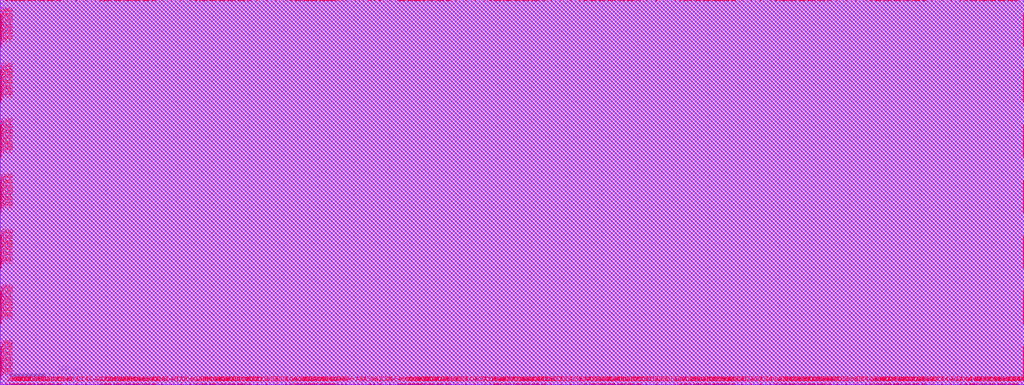
<source format=lef>
# 
#              Synchronous Dual Port SRAM Compiler 
# 
#                    UMC 0.18um Generic Logic Process 
#    __________________________________________________________________________
# 
# 
#      (C) Copyright 2002-2009 Faraday Technology Corp. All Rights Reserved.
#    
#    This source code is an unpublished work belongs to Faraday Technology
#    Corp.  It is considered a trade secret and is not to be divulged or
#    used by parties who have not received written authorization from
#    Faraday Technology Corp.
#    
#    Faraday's home page can be found at:
#    http://www.faraday-tech.com/
#   
#       Module Name      : pixel_sram
#       Words            : 1024
#       Bits             : 16
#       Byte-Write       : 3
#       Aspect Ratio     : 1
#       Output Loading   : 0.5  (pf)
#       Data Slew        : 0.5  (ns)
#       CK Slew          : 0.5  (ns)
#       Power Ring Width : 2  (um)
# 
# -----------------------------------------------------------------------------
# 
#       Library          : FSA0M_A
#       Memaker          : 200901.2.1
#       Date             : 2021/01/06 16:25:19
# 
# -----------------------------------------------------------------------------


NAMESCASESENSITIVE ON ;
MACRO pixel_sram
CLASS BLOCK ;
FOREIGN pixel_sram 0.000 0.000 ;
ORIGIN 0.000 0.000 ;
SIZE 1445.840 BY 544.320 ;
SYMMETRY x y r90 ;
SITE core ;
PIN GND
  DIRECTION INOUT ;
  USE GROUND ;
  SHAPE ABUTMENT ;
 PORT
  LAYER metal5 ;
  RECT 1444.720 521.140 1445.840 524.380 ;
  LAYER metal4 ;
  RECT 1444.720 521.140 1445.840 524.380 ;
  LAYER metal3 ;
  RECT 1444.720 521.140 1445.840 524.380 ;
  LAYER metal2 ;
  RECT 1444.720 521.140 1445.840 524.380 ;
  LAYER metal1 ;
  RECT 1444.720 521.140 1445.840 524.380 ;
 END
 PORT
  LAYER metal5 ;
  RECT 1444.720 513.300 1445.840 516.540 ;
  LAYER metal4 ;
  RECT 1444.720 513.300 1445.840 516.540 ;
  LAYER metal3 ;
  RECT 1444.720 513.300 1445.840 516.540 ;
  LAYER metal2 ;
  RECT 1444.720 513.300 1445.840 516.540 ;
  LAYER metal1 ;
  RECT 1444.720 513.300 1445.840 516.540 ;
 END
 PORT
  LAYER metal5 ;
  RECT 1444.720 505.460 1445.840 508.700 ;
  LAYER metal4 ;
  RECT 1444.720 505.460 1445.840 508.700 ;
  LAYER metal3 ;
  RECT 1444.720 505.460 1445.840 508.700 ;
  LAYER metal2 ;
  RECT 1444.720 505.460 1445.840 508.700 ;
  LAYER metal1 ;
  RECT 1444.720 505.460 1445.840 508.700 ;
 END
 PORT
  LAYER metal5 ;
  RECT 1444.720 497.620 1445.840 500.860 ;
  LAYER metal4 ;
  RECT 1444.720 497.620 1445.840 500.860 ;
  LAYER metal3 ;
  RECT 1444.720 497.620 1445.840 500.860 ;
  LAYER metal2 ;
  RECT 1444.720 497.620 1445.840 500.860 ;
  LAYER metal1 ;
  RECT 1444.720 497.620 1445.840 500.860 ;
 END
 PORT
  LAYER metal5 ;
  RECT 1444.720 489.780 1445.840 493.020 ;
  LAYER metal4 ;
  RECT 1444.720 489.780 1445.840 493.020 ;
  LAYER metal3 ;
  RECT 1444.720 489.780 1445.840 493.020 ;
  LAYER metal2 ;
  RECT 1444.720 489.780 1445.840 493.020 ;
  LAYER metal1 ;
  RECT 1444.720 489.780 1445.840 493.020 ;
 END
 PORT
  LAYER metal5 ;
  RECT 1444.720 481.940 1445.840 485.180 ;
  LAYER metal4 ;
  RECT 1444.720 481.940 1445.840 485.180 ;
  LAYER metal3 ;
  RECT 1444.720 481.940 1445.840 485.180 ;
  LAYER metal2 ;
  RECT 1444.720 481.940 1445.840 485.180 ;
  LAYER metal1 ;
  RECT 1444.720 481.940 1445.840 485.180 ;
 END
 PORT
  LAYER metal5 ;
  RECT 1444.720 442.740 1445.840 445.980 ;
  LAYER metal4 ;
  RECT 1444.720 442.740 1445.840 445.980 ;
  LAYER metal3 ;
  RECT 1444.720 442.740 1445.840 445.980 ;
  LAYER metal2 ;
  RECT 1444.720 442.740 1445.840 445.980 ;
  LAYER metal1 ;
  RECT 1444.720 442.740 1445.840 445.980 ;
 END
 PORT
  LAYER metal5 ;
  RECT 1444.720 434.900 1445.840 438.140 ;
  LAYER metal4 ;
  RECT 1444.720 434.900 1445.840 438.140 ;
  LAYER metal3 ;
  RECT 1444.720 434.900 1445.840 438.140 ;
  LAYER metal2 ;
  RECT 1444.720 434.900 1445.840 438.140 ;
  LAYER metal1 ;
  RECT 1444.720 434.900 1445.840 438.140 ;
 END
 PORT
  LAYER metal5 ;
  RECT 1444.720 427.060 1445.840 430.300 ;
  LAYER metal4 ;
  RECT 1444.720 427.060 1445.840 430.300 ;
  LAYER metal3 ;
  RECT 1444.720 427.060 1445.840 430.300 ;
  LAYER metal2 ;
  RECT 1444.720 427.060 1445.840 430.300 ;
  LAYER metal1 ;
  RECT 1444.720 427.060 1445.840 430.300 ;
 END
 PORT
  LAYER metal5 ;
  RECT 1444.720 419.220 1445.840 422.460 ;
  LAYER metal4 ;
  RECT 1444.720 419.220 1445.840 422.460 ;
  LAYER metal3 ;
  RECT 1444.720 419.220 1445.840 422.460 ;
  LAYER metal2 ;
  RECT 1444.720 419.220 1445.840 422.460 ;
  LAYER metal1 ;
  RECT 1444.720 419.220 1445.840 422.460 ;
 END
 PORT
  LAYER metal5 ;
  RECT 1444.720 411.380 1445.840 414.620 ;
  LAYER metal4 ;
  RECT 1444.720 411.380 1445.840 414.620 ;
  LAYER metal3 ;
  RECT 1444.720 411.380 1445.840 414.620 ;
  LAYER metal2 ;
  RECT 1444.720 411.380 1445.840 414.620 ;
  LAYER metal1 ;
  RECT 1444.720 411.380 1445.840 414.620 ;
 END
 PORT
  LAYER metal5 ;
  RECT 1444.720 403.540 1445.840 406.780 ;
  LAYER metal4 ;
  RECT 1444.720 403.540 1445.840 406.780 ;
  LAYER metal3 ;
  RECT 1444.720 403.540 1445.840 406.780 ;
  LAYER metal2 ;
  RECT 1444.720 403.540 1445.840 406.780 ;
  LAYER metal1 ;
  RECT 1444.720 403.540 1445.840 406.780 ;
 END
 PORT
  LAYER metal5 ;
  RECT 1444.720 364.340 1445.840 367.580 ;
  LAYER metal4 ;
  RECT 1444.720 364.340 1445.840 367.580 ;
  LAYER metal3 ;
  RECT 1444.720 364.340 1445.840 367.580 ;
  LAYER metal2 ;
  RECT 1444.720 364.340 1445.840 367.580 ;
  LAYER metal1 ;
  RECT 1444.720 364.340 1445.840 367.580 ;
 END
 PORT
  LAYER metal5 ;
  RECT 1444.720 356.500 1445.840 359.740 ;
  LAYER metal4 ;
  RECT 1444.720 356.500 1445.840 359.740 ;
  LAYER metal3 ;
  RECT 1444.720 356.500 1445.840 359.740 ;
  LAYER metal2 ;
  RECT 1444.720 356.500 1445.840 359.740 ;
  LAYER metal1 ;
  RECT 1444.720 356.500 1445.840 359.740 ;
 END
 PORT
  LAYER metal5 ;
  RECT 1444.720 348.660 1445.840 351.900 ;
  LAYER metal4 ;
  RECT 1444.720 348.660 1445.840 351.900 ;
  LAYER metal3 ;
  RECT 1444.720 348.660 1445.840 351.900 ;
  LAYER metal2 ;
  RECT 1444.720 348.660 1445.840 351.900 ;
  LAYER metal1 ;
  RECT 1444.720 348.660 1445.840 351.900 ;
 END
 PORT
  LAYER metal5 ;
  RECT 1444.720 340.820 1445.840 344.060 ;
  LAYER metal4 ;
  RECT 1444.720 340.820 1445.840 344.060 ;
  LAYER metal3 ;
  RECT 1444.720 340.820 1445.840 344.060 ;
  LAYER metal2 ;
  RECT 1444.720 340.820 1445.840 344.060 ;
  LAYER metal1 ;
  RECT 1444.720 340.820 1445.840 344.060 ;
 END
 PORT
  LAYER metal5 ;
  RECT 1444.720 332.980 1445.840 336.220 ;
  LAYER metal4 ;
  RECT 1444.720 332.980 1445.840 336.220 ;
  LAYER metal3 ;
  RECT 1444.720 332.980 1445.840 336.220 ;
  LAYER metal2 ;
  RECT 1444.720 332.980 1445.840 336.220 ;
  LAYER metal1 ;
  RECT 1444.720 332.980 1445.840 336.220 ;
 END
 PORT
  LAYER metal5 ;
  RECT 1444.720 325.140 1445.840 328.380 ;
  LAYER metal4 ;
  RECT 1444.720 325.140 1445.840 328.380 ;
  LAYER metal3 ;
  RECT 1444.720 325.140 1445.840 328.380 ;
  LAYER metal2 ;
  RECT 1444.720 325.140 1445.840 328.380 ;
  LAYER metal1 ;
  RECT 1444.720 325.140 1445.840 328.380 ;
 END
 PORT
  LAYER metal5 ;
  RECT 1444.720 285.940 1445.840 289.180 ;
  LAYER metal4 ;
  RECT 1444.720 285.940 1445.840 289.180 ;
  LAYER metal3 ;
  RECT 1444.720 285.940 1445.840 289.180 ;
  LAYER metal2 ;
  RECT 1444.720 285.940 1445.840 289.180 ;
  LAYER metal1 ;
  RECT 1444.720 285.940 1445.840 289.180 ;
 END
 PORT
  LAYER metal5 ;
  RECT 1444.720 278.100 1445.840 281.340 ;
  LAYER metal4 ;
  RECT 1444.720 278.100 1445.840 281.340 ;
  LAYER metal3 ;
  RECT 1444.720 278.100 1445.840 281.340 ;
  LAYER metal2 ;
  RECT 1444.720 278.100 1445.840 281.340 ;
  LAYER metal1 ;
  RECT 1444.720 278.100 1445.840 281.340 ;
 END
 PORT
  LAYER metal5 ;
  RECT 1444.720 270.260 1445.840 273.500 ;
  LAYER metal4 ;
  RECT 1444.720 270.260 1445.840 273.500 ;
  LAYER metal3 ;
  RECT 1444.720 270.260 1445.840 273.500 ;
  LAYER metal2 ;
  RECT 1444.720 270.260 1445.840 273.500 ;
  LAYER metal1 ;
  RECT 1444.720 270.260 1445.840 273.500 ;
 END
 PORT
  LAYER metal5 ;
  RECT 1444.720 262.420 1445.840 265.660 ;
  LAYER metal4 ;
  RECT 1444.720 262.420 1445.840 265.660 ;
  LAYER metal3 ;
  RECT 1444.720 262.420 1445.840 265.660 ;
  LAYER metal2 ;
  RECT 1444.720 262.420 1445.840 265.660 ;
  LAYER metal1 ;
  RECT 1444.720 262.420 1445.840 265.660 ;
 END
 PORT
  LAYER metal5 ;
  RECT 1444.720 254.580 1445.840 257.820 ;
  LAYER metal4 ;
  RECT 1444.720 254.580 1445.840 257.820 ;
  LAYER metal3 ;
  RECT 1444.720 254.580 1445.840 257.820 ;
  LAYER metal2 ;
  RECT 1444.720 254.580 1445.840 257.820 ;
  LAYER metal1 ;
  RECT 1444.720 254.580 1445.840 257.820 ;
 END
 PORT
  LAYER metal5 ;
  RECT 1444.720 246.740 1445.840 249.980 ;
  LAYER metal4 ;
  RECT 1444.720 246.740 1445.840 249.980 ;
  LAYER metal3 ;
  RECT 1444.720 246.740 1445.840 249.980 ;
  LAYER metal2 ;
  RECT 1444.720 246.740 1445.840 249.980 ;
  LAYER metal1 ;
  RECT 1444.720 246.740 1445.840 249.980 ;
 END
 PORT
  LAYER metal5 ;
  RECT 1444.720 207.540 1445.840 210.780 ;
  LAYER metal4 ;
  RECT 1444.720 207.540 1445.840 210.780 ;
  LAYER metal3 ;
  RECT 1444.720 207.540 1445.840 210.780 ;
  LAYER metal2 ;
  RECT 1444.720 207.540 1445.840 210.780 ;
  LAYER metal1 ;
  RECT 1444.720 207.540 1445.840 210.780 ;
 END
 PORT
  LAYER metal5 ;
  RECT 1444.720 199.700 1445.840 202.940 ;
  LAYER metal4 ;
  RECT 1444.720 199.700 1445.840 202.940 ;
  LAYER metal3 ;
  RECT 1444.720 199.700 1445.840 202.940 ;
  LAYER metal2 ;
  RECT 1444.720 199.700 1445.840 202.940 ;
  LAYER metal1 ;
  RECT 1444.720 199.700 1445.840 202.940 ;
 END
 PORT
  LAYER metal5 ;
  RECT 1444.720 191.860 1445.840 195.100 ;
  LAYER metal4 ;
  RECT 1444.720 191.860 1445.840 195.100 ;
  LAYER metal3 ;
  RECT 1444.720 191.860 1445.840 195.100 ;
  LAYER metal2 ;
  RECT 1444.720 191.860 1445.840 195.100 ;
  LAYER metal1 ;
  RECT 1444.720 191.860 1445.840 195.100 ;
 END
 PORT
  LAYER metal5 ;
  RECT 1444.720 184.020 1445.840 187.260 ;
  LAYER metal4 ;
  RECT 1444.720 184.020 1445.840 187.260 ;
  LAYER metal3 ;
  RECT 1444.720 184.020 1445.840 187.260 ;
  LAYER metal2 ;
  RECT 1444.720 184.020 1445.840 187.260 ;
  LAYER metal1 ;
  RECT 1444.720 184.020 1445.840 187.260 ;
 END
 PORT
  LAYER metal5 ;
  RECT 1444.720 176.180 1445.840 179.420 ;
  LAYER metal4 ;
  RECT 1444.720 176.180 1445.840 179.420 ;
  LAYER metal3 ;
  RECT 1444.720 176.180 1445.840 179.420 ;
  LAYER metal2 ;
  RECT 1444.720 176.180 1445.840 179.420 ;
  LAYER metal1 ;
  RECT 1444.720 176.180 1445.840 179.420 ;
 END
 PORT
  LAYER metal5 ;
  RECT 1444.720 168.340 1445.840 171.580 ;
  LAYER metal4 ;
  RECT 1444.720 168.340 1445.840 171.580 ;
  LAYER metal3 ;
  RECT 1444.720 168.340 1445.840 171.580 ;
  LAYER metal2 ;
  RECT 1444.720 168.340 1445.840 171.580 ;
  LAYER metal1 ;
  RECT 1444.720 168.340 1445.840 171.580 ;
 END
 PORT
  LAYER metal5 ;
  RECT 1444.720 129.140 1445.840 132.380 ;
  LAYER metal4 ;
  RECT 1444.720 129.140 1445.840 132.380 ;
  LAYER metal3 ;
  RECT 1444.720 129.140 1445.840 132.380 ;
  LAYER metal2 ;
  RECT 1444.720 129.140 1445.840 132.380 ;
  LAYER metal1 ;
  RECT 1444.720 129.140 1445.840 132.380 ;
 END
 PORT
  LAYER metal5 ;
  RECT 1444.720 121.300 1445.840 124.540 ;
  LAYER metal4 ;
  RECT 1444.720 121.300 1445.840 124.540 ;
  LAYER metal3 ;
  RECT 1444.720 121.300 1445.840 124.540 ;
  LAYER metal2 ;
  RECT 1444.720 121.300 1445.840 124.540 ;
  LAYER metal1 ;
  RECT 1444.720 121.300 1445.840 124.540 ;
 END
 PORT
  LAYER metal5 ;
  RECT 1444.720 113.460 1445.840 116.700 ;
  LAYER metal4 ;
  RECT 1444.720 113.460 1445.840 116.700 ;
  LAYER metal3 ;
  RECT 1444.720 113.460 1445.840 116.700 ;
  LAYER metal2 ;
  RECT 1444.720 113.460 1445.840 116.700 ;
  LAYER metal1 ;
  RECT 1444.720 113.460 1445.840 116.700 ;
 END
 PORT
  LAYER metal5 ;
  RECT 1444.720 105.620 1445.840 108.860 ;
  LAYER metal4 ;
  RECT 1444.720 105.620 1445.840 108.860 ;
  LAYER metal3 ;
  RECT 1444.720 105.620 1445.840 108.860 ;
  LAYER metal2 ;
  RECT 1444.720 105.620 1445.840 108.860 ;
  LAYER metal1 ;
  RECT 1444.720 105.620 1445.840 108.860 ;
 END
 PORT
  LAYER metal5 ;
  RECT 1444.720 97.780 1445.840 101.020 ;
  LAYER metal4 ;
  RECT 1444.720 97.780 1445.840 101.020 ;
  LAYER metal3 ;
  RECT 1444.720 97.780 1445.840 101.020 ;
  LAYER metal2 ;
  RECT 1444.720 97.780 1445.840 101.020 ;
  LAYER metal1 ;
  RECT 1444.720 97.780 1445.840 101.020 ;
 END
 PORT
  LAYER metal5 ;
  RECT 1444.720 89.940 1445.840 93.180 ;
  LAYER metal4 ;
  RECT 1444.720 89.940 1445.840 93.180 ;
  LAYER metal3 ;
  RECT 1444.720 89.940 1445.840 93.180 ;
  LAYER metal2 ;
  RECT 1444.720 89.940 1445.840 93.180 ;
  LAYER metal1 ;
  RECT 1444.720 89.940 1445.840 93.180 ;
 END
 PORT
  LAYER metal5 ;
  RECT 1444.720 50.740 1445.840 53.980 ;
  LAYER metal4 ;
  RECT 1444.720 50.740 1445.840 53.980 ;
  LAYER metal3 ;
  RECT 1444.720 50.740 1445.840 53.980 ;
  LAYER metal2 ;
  RECT 1444.720 50.740 1445.840 53.980 ;
  LAYER metal1 ;
  RECT 1444.720 50.740 1445.840 53.980 ;
 END
 PORT
  LAYER metal5 ;
  RECT 1444.720 42.900 1445.840 46.140 ;
  LAYER metal4 ;
  RECT 1444.720 42.900 1445.840 46.140 ;
  LAYER metal3 ;
  RECT 1444.720 42.900 1445.840 46.140 ;
  LAYER metal2 ;
  RECT 1444.720 42.900 1445.840 46.140 ;
  LAYER metal1 ;
  RECT 1444.720 42.900 1445.840 46.140 ;
 END
 PORT
  LAYER metal5 ;
  RECT 1444.720 35.060 1445.840 38.300 ;
  LAYER metal4 ;
  RECT 1444.720 35.060 1445.840 38.300 ;
  LAYER metal3 ;
  RECT 1444.720 35.060 1445.840 38.300 ;
  LAYER metal2 ;
  RECT 1444.720 35.060 1445.840 38.300 ;
  LAYER metal1 ;
  RECT 1444.720 35.060 1445.840 38.300 ;
 END
 PORT
  LAYER metal5 ;
  RECT 1444.720 27.220 1445.840 30.460 ;
  LAYER metal4 ;
  RECT 1444.720 27.220 1445.840 30.460 ;
  LAYER metal3 ;
  RECT 1444.720 27.220 1445.840 30.460 ;
  LAYER metal2 ;
  RECT 1444.720 27.220 1445.840 30.460 ;
  LAYER metal1 ;
  RECT 1444.720 27.220 1445.840 30.460 ;
 END
 PORT
  LAYER metal5 ;
  RECT 1444.720 19.380 1445.840 22.620 ;
  LAYER metal4 ;
  RECT 1444.720 19.380 1445.840 22.620 ;
  LAYER metal3 ;
  RECT 1444.720 19.380 1445.840 22.620 ;
  LAYER metal2 ;
  RECT 1444.720 19.380 1445.840 22.620 ;
  LAYER metal1 ;
  RECT 1444.720 19.380 1445.840 22.620 ;
 END
 PORT
  LAYER metal5 ;
  RECT 1444.720 11.540 1445.840 14.780 ;
  LAYER metal4 ;
  RECT 1444.720 11.540 1445.840 14.780 ;
  LAYER metal3 ;
  RECT 1444.720 11.540 1445.840 14.780 ;
  LAYER metal2 ;
  RECT 1444.720 11.540 1445.840 14.780 ;
  LAYER metal1 ;
  RECT 1444.720 11.540 1445.840 14.780 ;
 END
 PORT
  LAYER metal5 ;
  RECT 0.000 521.140 1.120 524.380 ;
  LAYER metal4 ;
  RECT 0.000 521.140 1.120 524.380 ;
  LAYER metal3 ;
  RECT 0.000 521.140 1.120 524.380 ;
  LAYER metal2 ;
  RECT 0.000 521.140 1.120 524.380 ;
  LAYER metal1 ;
  RECT 0.000 521.140 1.120 524.380 ;
 END
 PORT
  LAYER metal5 ;
  RECT 0.000 513.300 1.120 516.540 ;
  LAYER metal4 ;
  RECT 0.000 513.300 1.120 516.540 ;
  LAYER metal3 ;
  RECT 0.000 513.300 1.120 516.540 ;
  LAYER metal2 ;
  RECT 0.000 513.300 1.120 516.540 ;
  LAYER metal1 ;
  RECT 0.000 513.300 1.120 516.540 ;
 END
 PORT
  LAYER metal5 ;
  RECT 0.000 505.460 1.120 508.700 ;
  LAYER metal4 ;
  RECT 0.000 505.460 1.120 508.700 ;
  LAYER metal3 ;
  RECT 0.000 505.460 1.120 508.700 ;
  LAYER metal2 ;
  RECT 0.000 505.460 1.120 508.700 ;
  LAYER metal1 ;
  RECT 0.000 505.460 1.120 508.700 ;
 END
 PORT
  LAYER metal5 ;
  RECT 0.000 497.620 1.120 500.860 ;
  LAYER metal4 ;
  RECT 0.000 497.620 1.120 500.860 ;
  LAYER metal3 ;
  RECT 0.000 497.620 1.120 500.860 ;
  LAYER metal2 ;
  RECT 0.000 497.620 1.120 500.860 ;
  LAYER metal1 ;
  RECT 0.000 497.620 1.120 500.860 ;
 END
 PORT
  LAYER metal5 ;
  RECT 0.000 489.780 1.120 493.020 ;
  LAYER metal4 ;
  RECT 0.000 489.780 1.120 493.020 ;
  LAYER metal3 ;
  RECT 0.000 489.780 1.120 493.020 ;
  LAYER metal2 ;
  RECT 0.000 489.780 1.120 493.020 ;
  LAYER metal1 ;
  RECT 0.000 489.780 1.120 493.020 ;
 END
 PORT
  LAYER metal5 ;
  RECT 0.000 481.940 1.120 485.180 ;
  LAYER metal4 ;
  RECT 0.000 481.940 1.120 485.180 ;
  LAYER metal3 ;
  RECT 0.000 481.940 1.120 485.180 ;
  LAYER metal2 ;
  RECT 0.000 481.940 1.120 485.180 ;
  LAYER metal1 ;
  RECT 0.000 481.940 1.120 485.180 ;
 END
 PORT
  LAYER metal5 ;
  RECT 0.000 442.740 1.120 445.980 ;
  LAYER metal4 ;
  RECT 0.000 442.740 1.120 445.980 ;
  LAYER metal3 ;
  RECT 0.000 442.740 1.120 445.980 ;
  LAYER metal2 ;
  RECT 0.000 442.740 1.120 445.980 ;
  LAYER metal1 ;
  RECT 0.000 442.740 1.120 445.980 ;
 END
 PORT
  LAYER metal5 ;
  RECT 0.000 434.900 1.120 438.140 ;
  LAYER metal4 ;
  RECT 0.000 434.900 1.120 438.140 ;
  LAYER metal3 ;
  RECT 0.000 434.900 1.120 438.140 ;
  LAYER metal2 ;
  RECT 0.000 434.900 1.120 438.140 ;
  LAYER metal1 ;
  RECT 0.000 434.900 1.120 438.140 ;
 END
 PORT
  LAYER metal5 ;
  RECT 0.000 427.060 1.120 430.300 ;
  LAYER metal4 ;
  RECT 0.000 427.060 1.120 430.300 ;
  LAYER metal3 ;
  RECT 0.000 427.060 1.120 430.300 ;
  LAYER metal2 ;
  RECT 0.000 427.060 1.120 430.300 ;
  LAYER metal1 ;
  RECT 0.000 427.060 1.120 430.300 ;
 END
 PORT
  LAYER metal5 ;
  RECT 0.000 419.220 1.120 422.460 ;
  LAYER metal4 ;
  RECT 0.000 419.220 1.120 422.460 ;
  LAYER metal3 ;
  RECT 0.000 419.220 1.120 422.460 ;
  LAYER metal2 ;
  RECT 0.000 419.220 1.120 422.460 ;
  LAYER metal1 ;
  RECT 0.000 419.220 1.120 422.460 ;
 END
 PORT
  LAYER metal5 ;
  RECT 0.000 411.380 1.120 414.620 ;
  LAYER metal4 ;
  RECT 0.000 411.380 1.120 414.620 ;
  LAYER metal3 ;
  RECT 0.000 411.380 1.120 414.620 ;
  LAYER metal2 ;
  RECT 0.000 411.380 1.120 414.620 ;
  LAYER metal1 ;
  RECT 0.000 411.380 1.120 414.620 ;
 END
 PORT
  LAYER metal5 ;
  RECT 0.000 403.540 1.120 406.780 ;
  LAYER metal4 ;
  RECT 0.000 403.540 1.120 406.780 ;
  LAYER metal3 ;
  RECT 0.000 403.540 1.120 406.780 ;
  LAYER metal2 ;
  RECT 0.000 403.540 1.120 406.780 ;
  LAYER metal1 ;
  RECT 0.000 403.540 1.120 406.780 ;
 END
 PORT
  LAYER metal5 ;
  RECT 0.000 364.340 1.120 367.580 ;
  LAYER metal4 ;
  RECT 0.000 364.340 1.120 367.580 ;
  LAYER metal3 ;
  RECT 0.000 364.340 1.120 367.580 ;
  LAYER metal2 ;
  RECT 0.000 364.340 1.120 367.580 ;
  LAYER metal1 ;
  RECT 0.000 364.340 1.120 367.580 ;
 END
 PORT
  LAYER metal5 ;
  RECT 0.000 356.500 1.120 359.740 ;
  LAYER metal4 ;
  RECT 0.000 356.500 1.120 359.740 ;
  LAYER metal3 ;
  RECT 0.000 356.500 1.120 359.740 ;
  LAYER metal2 ;
  RECT 0.000 356.500 1.120 359.740 ;
  LAYER metal1 ;
  RECT 0.000 356.500 1.120 359.740 ;
 END
 PORT
  LAYER metal5 ;
  RECT 0.000 348.660 1.120 351.900 ;
  LAYER metal4 ;
  RECT 0.000 348.660 1.120 351.900 ;
  LAYER metal3 ;
  RECT 0.000 348.660 1.120 351.900 ;
  LAYER metal2 ;
  RECT 0.000 348.660 1.120 351.900 ;
  LAYER metal1 ;
  RECT 0.000 348.660 1.120 351.900 ;
 END
 PORT
  LAYER metal5 ;
  RECT 0.000 340.820 1.120 344.060 ;
  LAYER metal4 ;
  RECT 0.000 340.820 1.120 344.060 ;
  LAYER metal3 ;
  RECT 0.000 340.820 1.120 344.060 ;
  LAYER metal2 ;
  RECT 0.000 340.820 1.120 344.060 ;
  LAYER metal1 ;
  RECT 0.000 340.820 1.120 344.060 ;
 END
 PORT
  LAYER metal5 ;
  RECT 0.000 332.980 1.120 336.220 ;
  LAYER metal4 ;
  RECT 0.000 332.980 1.120 336.220 ;
  LAYER metal3 ;
  RECT 0.000 332.980 1.120 336.220 ;
  LAYER metal2 ;
  RECT 0.000 332.980 1.120 336.220 ;
  LAYER metal1 ;
  RECT 0.000 332.980 1.120 336.220 ;
 END
 PORT
  LAYER metal5 ;
  RECT 0.000 325.140 1.120 328.380 ;
  LAYER metal4 ;
  RECT 0.000 325.140 1.120 328.380 ;
  LAYER metal3 ;
  RECT 0.000 325.140 1.120 328.380 ;
  LAYER metal2 ;
  RECT 0.000 325.140 1.120 328.380 ;
  LAYER metal1 ;
  RECT 0.000 325.140 1.120 328.380 ;
 END
 PORT
  LAYER metal5 ;
  RECT 0.000 285.940 1.120 289.180 ;
  LAYER metal4 ;
  RECT 0.000 285.940 1.120 289.180 ;
  LAYER metal3 ;
  RECT 0.000 285.940 1.120 289.180 ;
  LAYER metal2 ;
  RECT 0.000 285.940 1.120 289.180 ;
  LAYER metal1 ;
  RECT 0.000 285.940 1.120 289.180 ;
 END
 PORT
  LAYER metal5 ;
  RECT 0.000 278.100 1.120 281.340 ;
  LAYER metal4 ;
  RECT 0.000 278.100 1.120 281.340 ;
  LAYER metal3 ;
  RECT 0.000 278.100 1.120 281.340 ;
  LAYER metal2 ;
  RECT 0.000 278.100 1.120 281.340 ;
  LAYER metal1 ;
  RECT 0.000 278.100 1.120 281.340 ;
 END
 PORT
  LAYER metal5 ;
  RECT 0.000 270.260 1.120 273.500 ;
  LAYER metal4 ;
  RECT 0.000 270.260 1.120 273.500 ;
  LAYER metal3 ;
  RECT 0.000 270.260 1.120 273.500 ;
  LAYER metal2 ;
  RECT 0.000 270.260 1.120 273.500 ;
  LAYER metal1 ;
  RECT 0.000 270.260 1.120 273.500 ;
 END
 PORT
  LAYER metal5 ;
  RECT 0.000 262.420 1.120 265.660 ;
  LAYER metal4 ;
  RECT 0.000 262.420 1.120 265.660 ;
  LAYER metal3 ;
  RECT 0.000 262.420 1.120 265.660 ;
  LAYER metal2 ;
  RECT 0.000 262.420 1.120 265.660 ;
  LAYER metal1 ;
  RECT 0.000 262.420 1.120 265.660 ;
 END
 PORT
  LAYER metal5 ;
  RECT 0.000 254.580 1.120 257.820 ;
  LAYER metal4 ;
  RECT 0.000 254.580 1.120 257.820 ;
  LAYER metal3 ;
  RECT 0.000 254.580 1.120 257.820 ;
  LAYER metal2 ;
  RECT 0.000 254.580 1.120 257.820 ;
  LAYER metal1 ;
  RECT 0.000 254.580 1.120 257.820 ;
 END
 PORT
  LAYER metal5 ;
  RECT 0.000 246.740 1.120 249.980 ;
  LAYER metal4 ;
  RECT 0.000 246.740 1.120 249.980 ;
  LAYER metal3 ;
  RECT 0.000 246.740 1.120 249.980 ;
  LAYER metal2 ;
  RECT 0.000 246.740 1.120 249.980 ;
  LAYER metal1 ;
  RECT 0.000 246.740 1.120 249.980 ;
 END
 PORT
  LAYER metal5 ;
  RECT 0.000 207.540 1.120 210.780 ;
  LAYER metal4 ;
  RECT 0.000 207.540 1.120 210.780 ;
  LAYER metal3 ;
  RECT 0.000 207.540 1.120 210.780 ;
  LAYER metal2 ;
  RECT 0.000 207.540 1.120 210.780 ;
  LAYER metal1 ;
  RECT 0.000 207.540 1.120 210.780 ;
 END
 PORT
  LAYER metal5 ;
  RECT 0.000 199.700 1.120 202.940 ;
  LAYER metal4 ;
  RECT 0.000 199.700 1.120 202.940 ;
  LAYER metal3 ;
  RECT 0.000 199.700 1.120 202.940 ;
  LAYER metal2 ;
  RECT 0.000 199.700 1.120 202.940 ;
  LAYER metal1 ;
  RECT 0.000 199.700 1.120 202.940 ;
 END
 PORT
  LAYER metal5 ;
  RECT 0.000 191.860 1.120 195.100 ;
  LAYER metal4 ;
  RECT 0.000 191.860 1.120 195.100 ;
  LAYER metal3 ;
  RECT 0.000 191.860 1.120 195.100 ;
  LAYER metal2 ;
  RECT 0.000 191.860 1.120 195.100 ;
  LAYER metal1 ;
  RECT 0.000 191.860 1.120 195.100 ;
 END
 PORT
  LAYER metal5 ;
  RECT 0.000 184.020 1.120 187.260 ;
  LAYER metal4 ;
  RECT 0.000 184.020 1.120 187.260 ;
  LAYER metal3 ;
  RECT 0.000 184.020 1.120 187.260 ;
  LAYER metal2 ;
  RECT 0.000 184.020 1.120 187.260 ;
  LAYER metal1 ;
  RECT 0.000 184.020 1.120 187.260 ;
 END
 PORT
  LAYER metal5 ;
  RECT 0.000 176.180 1.120 179.420 ;
  LAYER metal4 ;
  RECT 0.000 176.180 1.120 179.420 ;
  LAYER metal3 ;
  RECT 0.000 176.180 1.120 179.420 ;
  LAYER metal2 ;
  RECT 0.000 176.180 1.120 179.420 ;
  LAYER metal1 ;
  RECT 0.000 176.180 1.120 179.420 ;
 END
 PORT
  LAYER metal5 ;
  RECT 0.000 168.340 1.120 171.580 ;
  LAYER metal4 ;
  RECT 0.000 168.340 1.120 171.580 ;
  LAYER metal3 ;
  RECT 0.000 168.340 1.120 171.580 ;
  LAYER metal2 ;
  RECT 0.000 168.340 1.120 171.580 ;
  LAYER metal1 ;
  RECT 0.000 168.340 1.120 171.580 ;
 END
 PORT
  LAYER metal5 ;
  RECT 0.000 129.140 1.120 132.380 ;
  LAYER metal4 ;
  RECT 0.000 129.140 1.120 132.380 ;
  LAYER metal3 ;
  RECT 0.000 129.140 1.120 132.380 ;
  LAYER metal2 ;
  RECT 0.000 129.140 1.120 132.380 ;
  LAYER metal1 ;
  RECT 0.000 129.140 1.120 132.380 ;
 END
 PORT
  LAYER metal5 ;
  RECT 0.000 121.300 1.120 124.540 ;
  LAYER metal4 ;
  RECT 0.000 121.300 1.120 124.540 ;
  LAYER metal3 ;
  RECT 0.000 121.300 1.120 124.540 ;
  LAYER metal2 ;
  RECT 0.000 121.300 1.120 124.540 ;
  LAYER metal1 ;
  RECT 0.000 121.300 1.120 124.540 ;
 END
 PORT
  LAYER metal5 ;
  RECT 0.000 113.460 1.120 116.700 ;
  LAYER metal4 ;
  RECT 0.000 113.460 1.120 116.700 ;
  LAYER metal3 ;
  RECT 0.000 113.460 1.120 116.700 ;
  LAYER metal2 ;
  RECT 0.000 113.460 1.120 116.700 ;
  LAYER metal1 ;
  RECT 0.000 113.460 1.120 116.700 ;
 END
 PORT
  LAYER metal5 ;
  RECT 0.000 105.620 1.120 108.860 ;
  LAYER metal4 ;
  RECT 0.000 105.620 1.120 108.860 ;
  LAYER metal3 ;
  RECT 0.000 105.620 1.120 108.860 ;
  LAYER metal2 ;
  RECT 0.000 105.620 1.120 108.860 ;
  LAYER metal1 ;
  RECT 0.000 105.620 1.120 108.860 ;
 END
 PORT
  LAYER metal5 ;
  RECT 0.000 97.780 1.120 101.020 ;
  LAYER metal4 ;
  RECT 0.000 97.780 1.120 101.020 ;
  LAYER metal3 ;
  RECT 0.000 97.780 1.120 101.020 ;
  LAYER metal2 ;
  RECT 0.000 97.780 1.120 101.020 ;
  LAYER metal1 ;
  RECT 0.000 97.780 1.120 101.020 ;
 END
 PORT
  LAYER metal5 ;
  RECT 0.000 89.940 1.120 93.180 ;
  LAYER metal4 ;
  RECT 0.000 89.940 1.120 93.180 ;
  LAYER metal3 ;
  RECT 0.000 89.940 1.120 93.180 ;
  LAYER metal2 ;
  RECT 0.000 89.940 1.120 93.180 ;
  LAYER metal1 ;
  RECT 0.000 89.940 1.120 93.180 ;
 END
 PORT
  LAYER metal5 ;
  RECT 0.000 50.740 1.120 53.980 ;
  LAYER metal4 ;
  RECT 0.000 50.740 1.120 53.980 ;
  LAYER metal3 ;
  RECT 0.000 50.740 1.120 53.980 ;
  LAYER metal2 ;
  RECT 0.000 50.740 1.120 53.980 ;
  LAYER metal1 ;
  RECT 0.000 50.740 1.120 53.980 ;
 END
 PORT
  LAYER metal5 ;
  RECT 0.000 42.900 1.120 46.140 ;
  LAYER metal4 ;
  RECT 0.000 42.900 1.120 46.140 ;
  LAYER metal3 ;
  RECT 0.000 42.900 1.120 46.140 ;
  LAYER metal2 ;
  RECT 0.000 42.900 1.120 46.140 ;
  LAYER metal1 ;
  RECT 0.000 42.900 1.120 46.140 ;
 END
 PORT
  LAYER metal5 ;
  RECT 0.000 35.060 1.120 38.300 ;
  LAYER metal4 ;
  RECT 0.000 35.060 1.120 38.300 ;
  LAYER metal3 ;
  RECT 0.000 35.060 1.120 38.300 ;
  LAYER metal2 ;
  RECT 0.000 35.060 1.120 38.300 ;
  LAYER metal1 ;
  RECT 0.000 35.060 1.120 38.300 ;
 END
 PORT
  LAYER metal5 ;
  RECT 0.000 27.220 1.120 30.460 ;
  LAYER metal4 ;
  RECT 0.000 27.220 1.120 30.460 ;
  LAYER metal3 ;
  RECT 0.000 27.220 1.120 30.460 ;
  LAYER metal2 ;
  RECT 0.000 27.220 1.120 30.460 ;
  LAYER metal1 ;
  RECT 0.000 27.220 1.120 30.460 ;
 END
 PORT
  LAYER metal5 ;
  RECT 0.000 19.380 1.120 22.620 ;
  LAYER metal4 ;
  RECT 0.000 19.380 1.120 22.620 ;
  LAYER metal3 ;
  RECT 0.000 19.380 1.120 22.620 ;
  LAYER metal2 ;
  RECT 0.000 19.380 1.120 22.620 ;
  LAYER metal1 ;
  RECT 0.000 19.380 1.120 22.620 ;
 END
 PORT
  LAYER metal5 ;
  RECT 0.000 11.540 1.120 14.780 ;
  LAYER metal4 ;
  RECT 0.000 11.540 1.120 14.780 ;
  LAYER metal3 ;
  RECT 0.000 11.540 1.120 14.780 ;
  LAYER metal2 ;
  RECT 0.000 11.540 1.120 14.780 ;
  LAYER metal1 ;
  RECT 0.000 11.540 1.120 14.780 ;
 END
 PORT
  LAYER metal5 ;
  RECT 1433.840 543.200 1437.380 544.320 ;
  LAYER metal4 ;
  RECT 1433.840 543.200 1437.380 544.320 ;
  LAYER metal3 ;
  RECT 1433.840 543.200 1437.380 544.320 ;
  LAYER metal2 ;
  RECT 1433.840 543.200 1437.380 544.320 ;
  LAYER metal1 ;
  RECT 1433.840 543.200 1437.380 544.320 ;
 END
 PORT
  LAYER metal5 ;
  RECT 1425.160 543.200 1428.700 544.320 ;
  LAYER metal4 ;
  RECT 1425.160 543.200 1428.700 544.320 ;
  LAYER metal3 ;
  RECT 1425.160 543.200 1428.700 544.320 ;
  LAYER metal2 ;
  RECT 1425.160 543.200 1428.700 544.320 ;
  LAYER metal1 ;
  RECT 1425.160 543.200 1428.700 544.320 ;
 END
 PORT
  LAYER metal5 ;
  RECT 1411.520 543.200 1415.060 544.320 ;
  LAYER metal4 ;
  RECT 1411.520 543.200 1415.060 544.320 ;
  LAYER metal3 ;
  RECT 1411.520 543.200 1415.060 544.320 ;
  LAYER metal2 ;
  RECT 1411.520 543.200 1415.060 544.320 ;
  LAYER metal1 ;
  RECT 1411.520 543.200 1415.060 544.320 ;
 END
 PORT
  LAYER metal5 ;
  RECT 1397.880 543.200 1401.420 544.320 ;
  LAYER metal4 ;
  RECT 1397.880 543.200 1401.420 544.320 ;
  LAYER metal3 ;
  RECT 1397.880 543.200 1401.420 544.320 ;
  LAYER metal2 ;
  RECT 1397.880 543.200 1401.420 544.320 ;
  LAYER metal1 ;
  RECT 1397.880 543.200 1401.420 544.320 ;
 END
 PORT
  LAYER metal5 ;
  RECT 1384.860 543.200 1388.400 544.320 ;
  LAYER metal4 ;
  RECT 1384.860 543.200 1388.400 544.320 ;
  LAYER metal3 ;
  RECT 1384.860 543.200 1388.400 544.320 ;
  LAYER metal2 ;
  RECT 1384.860 543.200 1388.400 544.320 ;
  LAYER metal1 ;
  RECT 1384.860 543.200 1388.400 544.320 ;
 END
 PORT
  LAYER metal5 ;
  RECT 1371.220 543.200 1374.760 544.320 ;
  LAYER metal4 ;
  RECT 1371.220 543.200 1374.760 544.320 ;
  LAYER metal3 ;
  RECT 1371.220 543.200 1374.760 544.320 ;
  LAYER metal2 ;
  RECT 1371.220 543.200 1374.760 544.320 ;
  LAYER metal1 ;
  RECT 1371.220 543.200 1374.760 544.320 ;
 END
 PORT
  LAYER metal5 ;
  RECT 1304.260 543.200 1307.800 544.320 ;
  LAYER metal4 ;
  RECT 1304.260 543.200 1307.800 544.320 ;
  LAYER metal3 ;
  RECT 1304.260 543.200 1307.800 544.320 ;
  LAYER metal2 ;
  RECT 1304.260 543.200 1307.800 544.320 ;
  LAYER metal1 ;
  RECT 1304.260 543.200 1307.800 544.320 ;
 END
 PORT
  LAYER metal5 ;
  RECT 1290.620 543.200 1294.160 544.320 ;
  LAYER metal4 ;
  RECT 1290.620 543.200 1294.160 544.320 ;
  LAYER metal3 ;
  RECT 1290.620 543.200 1294.160 544.320 ;
  LAYER metal2 ;
  RECT 1290.620 543.200 1294.160 544.320 ;
  LAYER metal1 ;
  RECT 1290.620 543.200 1294.160 544.320 ;
 END
 PORT
  LAYER metal5 ;
  RECT 1276.980 543.200 1280.520 544.320 ;
  LAYER metal4 ;
  RECT 1276.980 543.200 1280.520 544.320 ;
  LAYER metal3 ;
  RECT 1276.980 543.200 1280.520 544.320 ;
  LAYER metal2 ;
  RECT 1276.980 543.200 1280.520 544.320 ;
  LAYER metal1 ;
  RECT 1276.980 543.200 1280.520 544.320 ;
 END
 PORT
  LAYER metal5 ;
  RECT 1263.960 543.200 1267.500 544.320 ;
  LAYER metal4 ;
  RECT 1263.960 543.200 1267.500 544.320 ;
  LAYER metal3 ;
  RECT 1263.960 543.200 1267.500 544.320 ;
  LAYER metal2 ;
  RECT 1263.960 543.200 1267.500 544.320 ;
  LAYER metal1 ;
  RECT 1263.960 543.200 1267.500 544.320 ;
 END
 PORT
  LAYER metal5 ;
  RECT 1250.320 543.200 1253.860 544.320 ;
  LAYER metal4 ;
  RECT 1250.320 543.200 1253.860 544.320 ;
  LAYER metal3 ;
  RECT 1250.320 543.200 1253.860 544.320 ;
  LAYER metal2 ;
  RECT 1250.320 543.200 1253.860 544.320 ;
  LAYER metal1 ;
  RECT 1250.320 543.200 1253.860 544.320 ;
 END
 PORT
  LAYER metal5 ;
  RECT 1236.680 543.200 1240.220 544.320 ;
  LAYER metal4 ;
  RECT 1236.680 543.200 1240.220 544.320 ;
  LAYER metal3 ;
  RECT 1236.680 543.200 1240.220 544.320 ;
  LAYER metal2 ;
  RECT 1236.680 543.200 1240.220 544.320 ;
  LAYER metal1 ;
  RECT 1236.680 543.200 1240.220 544.320 ;
 END
 PORT
  LAYER metal5 ;
  RECT 1169.720 543.200 1173.260 544.320 ;
  LAYER metal4 ;
  RECT 1169.720 543.200 1173.260 544.320 ;
  LAYER metal3 ;
  RECT 1169.720 543.200 1173.260 544.320 ;
  LAYER metal2 ;
  RECT 1169.720 543.200 1173.260 544.320 ;
  LAYER metal1 ;
  RECT 1169.720 543.200 1173.260 544.320 ;
 END
 PORT
  LAYER metal5 ;
  RECT 1156.080 543.200 1159.620 544.320 ;
  LAYER metal4 ;
  RECT 1156.080 543.200 1159.620 544.320 ;
  LAYER metal3 ;
  RECT 1156.080 543.200 1159.620 544.320 ;
  LAYER metal2 ;
  RECT 1156.080 543.200 1159.620 544.320 ;
  LAYER metal1 ;
  RECT 1156.080 543.200 1159.620 544.320 ;
 END
 PORT
  LAYER metal5 ;
  RECT 1143.060 543.200 1146.600 544.320 ;
  LAYER metal4 ;
  RECT 1143.060 543.200 1146.600 544.320 ;
  LAYER metal3 ;
  RECT 1143.060 543.200 1146.600 544.320 ;
  LAYER metal2 ;
  RECT 1143.060 543.200 1146.600 544.320 ;
  LAYER metal1 ;
  RECT 1143.060 543.200 1146.600 544.320 ;
 END
 PORT
  LAYER metal5 ;
  RECT 1129.420 543.200 1132.960 544.320 ;
  LAYER metal4 ;
  RECT 1129.420 543.200 1132.960 544.320 ;
  LAYER metal3 ;
  RECT 1129.420 543.200 1132.960 544.320 ;
  LAYER metal2 ;
  RECT 1129.420 543.200 1132.960 544.320 ;
  LAYER metal1 ;
  RECT 1129.420 543.200 1132.960 544.320 ;
 END
 PORT
  LAYER metal5 ;
  RECT 1115.780 543.200 1119.320 544.320 ;
  LAYER metal4 ;
  RECT 1115.780 543.200 1119.320 544.320 ;
  LAYER metal3 ;
  RECT 1115.780 543.200 1119.320 544.320 ;
  LAYER metal2 ;
  RECT 1115.780 543.200 1119.320 544.320 ;
  LAYER metal1 ;
  RECT 1115.780 543.200 1119.320 544.320 ;
 END
 PORT
  LAYER metal5 ;
  RECT 1102.760 543.200 1106.300 544.320 ;
  LAYER metal4 ;
  RECT 1102.760 543.200 1106.300 544.320 ;
  LAYER metal3 ;
  RECT 1102.760 543.200 1106.300 544.320 ;
  LAYER metal2 ;
  RECT 1102.760 543.200 1106.300 544.320 ;
  LAYER metal1 ;
  RECT 1102.760 543.200 1106.300 544.320 ;
 END
 PORT
  LAYER metal5 ;
  RECT 1035.180 543.200 1038.720 544.320 ;
  LAYER metal4 ;
  RECT 1035.180 543.200 1038.720 544.320 ;
  LAYER metal3 ;
  RECT 1035.180 543.200 1038.720 544.320 ;
  LAYER metal2 ;
  RECT 1035.180 543.200 1038.720 544.320 ;
  LAYER metal1 ;
  RECT 1035.180 543.200 1038.720 544.320 ;
 END
 PORT
  LAYER metal5 ;
  RECT 1021.540 543.200 1025.080 544.320 ;
  LAYER metal4 ;
  RECT 1021.540 543.200 1025.080 544.320 ;
  LAYER metal3 ;
  RECT 1021.540 543.200 1025.080 544.320 ;
  LAYER metal2 ;
  RECT 1021.540 543.200 1025.080 544.320 ;
  LAYER metal1 ;
  RECT 1021.540 543.200 1025.080 544.320 ;
 END
 PORT
  LAYER metal5 ;
  RECT 1010.380 543.200 1013.920 544.320 ;
  LAYER metal4 ;
  RECT 1010.380 543.200 1013.920 544.320 ;
  LAYER metal3 ;
  RECT 1010.380 543.200 1013.920 544.320 ;
  LAYER metal2 ;
  RECT 1010.380 543.200 1013.920 544.320 ;
  LAYER metal1 ;
  RECT 1010.380 543.200 1013.920 544.320 ;
 END
 PORT
  LAYER metal5 ;
  RECT 994.880 543.200 998.420 544.320 ;
  LAYER metal4 ;
  RECT 994.880 543.200 998.420 544.320 ;
  LAYER metal3 ;
  RECT 994.880 543.200 998.420 544.320 ;
  LAYER metal2 ;
  RECT 994.880 543.200 998.420 544.320 ;
  LAYER metal1 ;
  RECT 994.880 543.200 998.420 544.320 ;
 END
 PORT
  LAYER metal5 ;
  RECT 981.240 543.200 984.780 544.320 ;
  LAYER metal4 ;
  RECT 981.240 543.200 984.780 544.320 ;
  LAYER metal3 ;
  RECT 981.240 543.200 984.780 544.320 ;
  LAYER metal2 ;
  RECT 981.240 543.200 984.780 544.320 ;
  LAYER metal1 ;
  RECT 981.240 543.200 984.780 544.320 ;
 END
 PORT
  LAYER metal5 ;
  RECT 968.220 543.200 971.760 544.320 ;
  LAYER metal4 ;
  RECT 968.220 543.200 971.760 544.320 ;
  LAYER metal3 ;
  RECT 968.220 543.200 971.760 544.320 ;
  LAYER metal2 ;
  RECT 968.220 543.200 971.760 544.320 ;
  LAYER metal1 ;
  RECT 968.220 543.200 971.760 544.320 ;
 END
 PORT
  LAYER metal5 ;
  RECT 900.640 543.200 904.180 544.320 ;
  LAYER metal4 ;
  RECT 900.640 543.200 904.180 544.320 ;
  LAYER metal3 ;
  RECT 900.640 543.200 904.180 544.320 ;
  LAYER metal2 ;
  RECT 900.640 543.200 904.180 544.320 ;
  LAYER metal1 ;
  RECT 900.640 543.200 904.180 544.320 ;
 END
 PORT
  LAYER metal5 ;
  RECT 887.620 543.200 891.160 544.320 ;
  LAYER metal4 ;
  RECT 887.620 543.200 891.160 544.320 ;
  LAYER metal3 ;
  RECT 887.620 543.200 891.160 544.320 ;
  LAYER metal2 ;
  RECT 887.620 543.200 891.160 544.320 ;
  LAYER metal1 ;
  RECT 887.620 543.200 891.160 544.320 ;
 END
 PORT
  LAYER metal5 ;
  RECT 873.980 543.200 877.520 544.320 ;
  LAYER metal4 ;
  RECT 873.980 543.200 877.520 544.320 ;
  LAYER metal3 ;
  RECT 873.980 543.200 877.520 544.320 ;
  LAYER metal2 ;
  RECT 873.980 543.200 877.520 544.320 ;
  LAYER metal1 ;
  RECT 873.980 543.200 877.520 544.320 ;
 END
 PORT
  LAYER metal5 ;
  RECT 860.340 543.200 863.880 544.320 ;
  LAYER metal4 ;
  RECT 860.340 543.200 863.880 544.320 ;
  LAYER metal3 ;
  RECT 860.340 543.200 863.880 544.320 ;
  LAYER metal2 ;
  RECT 860.340 543.200 863.880 544.320 ;
  LAYER metal1 ;
  RECT 860.340 543.200 863.880 544.320 ;
 END
 PORT
  LAYER metal5 ;
  RECT 847.320 543.200 850.860 544.320 ;
  LAYER metal4 ;
  RECT 847.320 543.200 850.860 544.320 ;
  LAYER metal3 ;
  RECT 847.320 543.200 850.860 544.320 ;
  LAYER metal2 ;
  RECT 847.320 543.200 850.860 544.320 ;
  LAYER metal1 ;
  RECT 847.320 543.200 850.860 544.320 ;
 END
 PORT
  LAYER metal5 ;
  RECT 833.680 543.200 837.220 544.320 ;
  LAYER metal4 ;
  RECT 833.680 543.200 837.220 544.320 ;
  LAYER metal3 ;
  RECT 833.680 543.200 837.220 544.320 ;
  LAYER metal2 ;
  RECT 833.680 543.200 837.220 544.320 ;
  LAYER metal1 ;
  RECT 833.680 543.200 837.220 544.320 ;
 END
 PORT
  LAYER metal5 ;
  RECT 766.720 543.200 770.260 544.320 ;
  LAYER metal4 ;
  RECT 766.720 543.200 770.260 544.320 ;
  LAYER metal3 ;
  RECT 766.720 543.200 770.260 544.320 ;
  LAYER metal2 ;
  RECT 766.720 543.200 770.260 544.320 ;
  LAYER metal1 ;
  RECT 766.720 543.200 770.260 544.320 ;
 END
 PORT
  LAYER metal5 ;
  RECT 753.080 543.200 756.620 544.320 ;
  LAYER metal4 ;
  RECT 753.080 543.200 756.620 544.320 ;
  LAYER metal3 ;
  RECT 753.080 543.200 756.620 544.320 ;
  LAYER metal2 ;
  RECT 753.080 543.200 756.620 544.320 ;
  LAYER metal1 ;
  RECT 753.080 543.200 756.620 544.320 ;
 END
 PORT
  LAYER metal5 ;
  RECT 739.440 543.200 742.980 544.320 ;
  LAYER metal4 ;
  RECT 739.440 543.200 742.980 544.320 ;
  LAYER metal3 ;
  RECT 739.440 543.200 742.980 544.320 ;
  LAYER metal2 ;
  RECT 739.440 543.200 742.980 544.320 ;
  LAYER metal1 ;
  RECT 739.440 543.200 742.980 544.320 ;
 END
 PORT
  LAYER metal5 ;
  RECT 726.420 543.200 729.960 544.320 ;
  LAYER metal4 ;
  RECT 726.420 543.200 729.960 544.320 ;
  LAYER metal3 ;
  RECT 726.420 543.200 729.960 544.320 ;
  LAYER metal2 ;
  RECT 726.420 543.200 729.960 544.320 ;
  LAYER metal1 ;
  RECT 726.420 543.200 729.960 544.320 ;
 END
 PORT
  LAYER metal5 ;
  RECT 712.780 543.200 716.320 544.320 ;
  LAYER metal4 ;
  RECT 712.780 543.200 716.320 544.320 ;
  LAYER metal3 ;
  RECT 712.780 543.200 716.320 544.320 ;
  LAYER metal2 ;
  RECT 712.780 543.200 716.320 544.320 ;
  LAYER metal1 ;
  RECT 712.780 543.200 716.320 544.320 ;
 END
 PORT
  LAYER metal5 ;
  RECT 699.140 543.200 702.680 544.320 ;
  LAYER metal4 ;
  RECT 699.140 543.200 702.680 544.320 ;
  LAYER metal3 ;
  RECT 699.140 543.200 702.680 544.320 ;
  LAYER metal2 ;
  RECT 699.140 543.200 702.680 544.320 ;
  LAYER metal1 ;
  RECT 699.140 543.200 702.680 544.320 ;
 END
 PORT
  LAYER metal5 ;
  RECT 632.180 543.200 635.720 544.320 ;
  LAYER metal4 ;
  RECT 632.180 543.200 635.720 544.320 ;
  LAYER metal3 ;
  RECT 632.180 543.200 635.720 544.320 ;
  LAYER metal2 ;
  RECT 632.180 543.200 635.720 544.320 ;
  LAYER metal1 ;
  RECT 632.180 543.200 635.720 544.320 ;
 END
 PORT
  LAYER metal5 ;
  RECT 618.540 543.200 622.080 544.320 ;
  LAYER metal4 ;
  RECT 618.540 543.200 622.080 544.320 ;
  LAYER metal3 ;
  RECT 618.540 543.200 622.080 544.320 ;
  LAYER metal2 ;
  RECT 618.540 543.200 622.080 544.320 ;
  LAYER metal1 ;
  RECT 618.540 543.200 622.080 544.320 ;
 END
 PORT
  LAYER metal5 ;
  RECT 604.900 543.200 608.440 544.320 ;
  LAYER metal4 ;
  RECT 604.900 543.200 608.440 544.320 ;
  LAYER metal3 ;
  RECT 604.900 543.200 608.440 544.320 ;
  LAYER metal2 ;
  RECT 604.900 543.200 608.440 544.320 ;
  LAYER metal1 ;
  RECT 604.900 543.200 608.440 544.320 ;
 END
 PORT
  LAYER metal5 ;
  RECT 591.880 543.200 595.420 544.320 ;
  LAYER metal4 ;
  RECT 591.880 543.200 595.420 544.320 ;
  LAYER metal3 ;
  RECT 591.880 543.200 595.420 544.320 ;
  LAYER metal2 ;
  RECT 591.880 543.200 595.420 544.320 ;
  LAYER metal1 ;
  RECT 591.880 543.200 595.420 544.320 ;
 END
 PORT
  LAYER metal5 ;
  RECT 580.720 543.200 584.260 544.320 ;
  LAYER metal4 ;
  RECT 580.720 543.200 584.260 544.320 ;
  LAYER metal3 ;
  RECT 580.720 543.200 584.260 544.320 ;
  LAYER metal2 ;
  RECT 580.720 543.200 584.260 544.320 ;
  LAYER metal1 ;
  RECT 580.720 543.200 584.260 544.320 ;
 END
 PORT
  LAYER metal5 ;
  RECT 564.600 543.200 568.140 544.320 ;
  LAYER metal4 ;
  RECT 564.600 543.200 568.140 544.320 ;
  LAYER metal3 ;
  RECT 564.600 543.200 568.140 544.320 ;
  LAYER metal2 ;
  RECT 564.600 543.200 568.140 544.320 ;
  LAYER metal1 ;
  RECT 564.600 543.200 568.140 544.320 ;
 END
 PORT
  LAYER metal5 ;
  RECT 470.980 543.200 474.520 544.320 ;
  LAYER metal4 ;
  RECT 470.980 543.200 474.520 544.320 ;
  LAYER metal3 ;
  RECT 470.980 543.200 474.520 544.320 ;
  LAYER metal2 ;
  RECT 470.980 543.200 474.520 544.320 ;
  LAYER metal1 ;
  RECT 470.980 543.200 474.520 544.320 ;
 END
 PORT
  LAYER metal5 ;
  RECT 462.300 543.200 465.840 544.320 ;
  LAYER metal4 ;
  RECT 462.300 543.200 465.840 544.320 ;
  LAYER metal3 ;
  RECT 462.300 543.200 465.840 544.320 ;
  LAYER metal2 ;
  RECT 462.300 543.200 465.840 544.320 ;
  LAYER metal1 ;
  RECT 462.300 543.200 465.840 544.320 ;
 END
 PORT
  LAYER metal5 ;
  RECT 453.620 543.200 457.160 544.320 ;
  LAYER metal4 ;
  RECT 453.620 543.200 457.160 544.320 ;
  LAYER metal3 ;
  RECT 453.620 543.200 457.160 544.320 ;
  LAYER metal2 ;
  RECT 453.620 543.200 457.160 544.320 ;
  LAYER metal1 ;
  RECT 453.620 543.200 457.160 544.320 ;
 END
 PORT
  LAYER metal5 ;
  RECT 439.980 543.200 443.520 544.320 ;
  LAYER metal4 ;
  RECT 439.980 543.200 443.520 544.320 ;
  LAYER metal3 ;
  RECT 439.980 543.200 443.520 544.320 ;
  LAYER metal2 ;
  RECT 439.980 543.200 443.520 544.320 ;
  LAYER metal1 ;
  RECT 439.980 543.200 443.520 544.320 ;
 END
 PORT
  LAYER metal5 ;
  RECT 431.300 543.200 434.840 544.320 ;
  LAYER metal4 ;
  RECT 431.300 543.200 434.840 544.320 ;
  LAYER metal3 ;
  RECT 431.300 543.200 434.840 544.320 ;
  LAYER metal2 ;
  RECT 431.300 543.200 434.840 544.320 ;
  LAYER metal1 ;
  RECT 431.300 543.200 434.840 544.320 ;
 END
 PORT
  LAYER metal5 ;
  RECT 418.280 543.200 421.820 544.320 ;
  LAYER metal4 ;
  RECT 418.280 543.200 421.820 544.320 ;
  LAYER metal3 ;
  RECT 418.280 543.200 421.820 544.320 ;
  LAYER metal2 ;
  RECT 418.280 543.200 421.820 544.320 ;
  LAYER metal1 ;
  RECT 418.280 543.200 421.820 544.320 ;
 END
 PORT
  LAYER metal5 ;
  RECT 350.700 543.200 354.240 544.320 ;
  LAYER metal4 ;
  RECT 350.700 543.200 354.240 544.320 ;
  LAYER metal3 ;
  RECT 350.700 543.200 354.240 544.320 ;
  LAYER metal2 ;
  RECT 350.700 543.200 354.240 544.320 ;
  LAYER metal1 ;
  RECT 350.700 543.200 354.240 544.320 ;
 END
 PORT
  LAYER metal5 ;
  RECT 337.680 543.200 341.220 544.320 ;
  LAYER metal4 ;
  RECT 337.680 543.200 341.220 544.320 ;
  LAYER metal3 ;
  RECT 337.680 543.200 341.220 544.320 ;
  LAYER metal2 ;
  RECT 337.680 543.200 341.220 544.320 ;
  LAYER metal1 ;
  RECT 337.680 543.200 341.220 544.320 ;
 END
 PORT
  LAYER metal5 ;
  RECT 324.040 543.200 327.580 544.320 ;
  LAYER metal4 ;
  RECT 324.040 543.200 327.580 544.320 ;
  LAYER metal3 ;
  RECT 324.040 543.200 327.580 544.320 ;
  LAYER metal2 ;
  RECT 324.040 543.200 327.580 544.320 ;
  LAYER metal1 ;
  RECT 324.040 543.200 327.580 544.320 ;
 END
 PORT
  LAYER metal5 ;
  RECT 310.400 543.200 313.940 544.320 ;
  LAYER metal4 ;
  RECT 310.400 543.200 313.940 544.320 ;
  LAYER metal3 ;
  RECT 310.400 543.200 313.940 544.320 ;
  LAYER metal2 ;
  RECT 310.400 543.200 313.940 544.320 ;
  LAYER metal1 ;
  RECT 310.400 543.200 313.940 544.320 ;
 END
 PORT
  LAYER metal5 ;
  RECT 297.380 543.200 300.920 544.320 ;
  LAYER metal4 ;
  RECT 297.380 543.200 300.920 544.320 ;
  LAYER metal3 ;
  RECT 297.380 543.200 300.920 544.320 ;
  LAYER metal2 ;
  RECT 297.380 543.200 300.920 544.320 ;
  LAYER metal1 ;
  RECT 297.380 543.200 300.920 544.320 ;
 END
 PORT
  LAYER metal5 ;
  RECT 283.740 543.200 287.280 544.320 ;
  LAYER metal4 ;
  RECT 283.740 543.200 287.280 544.320 ;
  LAYER metal3 ;
  RECT 283.740 543.200 287.280 544.320 ;
  LAYER metal2 ;
  RECT 283.740 543.200 287.280 544.320 ;
  LAYER metal1 ;
  RECT 283.740 543.200 287.280 544.320 ;
 END
 PORT
  LAYER metal5 ;
  RECT 216.780 543.200 220.320 544.320 ;
  LAYER metal4 ;
  RECT 216.780 543.200 220.320 544.320 ;
  LAYER metal3 ;
  RECT 216.780 543.200 220.320 544.320 ;
  LAYER metal2 ;
  RECT 216.780 543.200 220.320 544.320 ;
  LAYER metal1 ;
  RECT 216.780 543.200 220.320 544.320 ;
 END
 PORT
  LAYER metal5 ;
  RECT 203.140 543.200 206.680 544.320 ;
  LAYER metal4 ;
  RECT 203.140 543.200 206.680 544.320 ;
  LAYER metal3 ;
  RECT 203.140 543.200 206.680 544.320 ;
  LAYER metal2 ;
  RECT 203.140 543.200 206.680 544.320 ;
  LAYER metal1 ;
  RECT 203.140 543.200 206.680 544.320 ;
 END
 PORT
  LAYER metal5 ;
  RECT 189.500 543.200 193.040 544.320 ;
  LAYER metal4 ;
  RECT 189.500 543.200 193.040 544.320 ;
  LAYER metal3 ;
  RECT 189.500 543.200 193.040 544.320 ;
  LAYER metal2 ;
  RECT 189.500 543.200 193.040 544.320 ;
  LAYER metal1 ;
  RECT 189.500 543.200 193.040 544.320 ;
 END
 PORT
  LAYER metal5 ;
  RECT 176.480 543.200 180.020 544.320 ;
  LAYER metal4 ;
  RECT 176.480 543.200 180.020 544.320 ;
  LAYER metal3 ;
  RECT 176.480 543.200 180.020 544.320 ;
  LAYER metal2 ;
  RECT 176.480 543.200 180.020 544.320 ;
  LAYER metal1 ;
  RECT 176.480 543.200 180.020 544.320 ;
 END
 PORT
  LAYER metal5 ;
  RECT 162.840 543.200 166.380 544.320 ;
  LAYER metal4 ;
  RECT 162.840 543.200 166.380 544.320 ;
  LAYER metal3 ;
  RECT 162.840 543.200 166.380 544.320 ;
  LAYER metal2 ;
  RECT 162.840 543.200 166.380 544.320 ;
  LAYER metal1 ;
  RECT 162.840 543.200 166.380 544.320 ;
 END
 PORT
  LAYER metal5 ;
  RECT 149.200 543.200 152.740 544.320 ;
  LAYER metal4 ;
  RECT 149.200 543.200 152.740 544.320 ;
  LAYER metal3 ;
  RECT 149.200 543.200 152.740 544.320 ;
  LAYER metal2 ;
  RECT 149.200 543.200 152.740 544.320 ;
  LAYER metal1 ;
  RECT 149.200 543.200 152.740 544.320 ;
 END
 PORT
  LAYER metal5 ;
  RECT 82.240 543.200 85.780 544.320 ;
  LAYER metal4 ;
  RECT 82.240 543.200 85.780 544.320 ;
  LAYER metal3 ;
  RECT 82.240 543.200 85.780 544.320 ;
  LAYER metal2 ;
  RECT 82.240 543.200 85.780 544.320 ;
  LAYER metal1 ;
  RECT 82.240 543.200 85.780 544.320 ;
 END
 PORT
  LAYER metal5 ;
  RECT 68.600 543.200 72.140 544.320 ;
  LAYER metal4 ;
  RECT 68.600 543.200 72.140 544.320 ;
  LAYER metal3 ;
  RECT 68.600 543.200 72.140 544.320 ;
  LAYER metal2 ;
  RECT 68.600 543.200 72.140 544.320 ;
  LAYER metal1 ;
  RECT 68.600 543.200 72.140 544.320 ;
 END
 PORT
  LAYER metal5 ;
  RECT 54.960 543.200 58.500 544.320 ;
  LAYER metal4 ;
  RECT 54.960 543.200 58.500 544.320 ;
  LAYER metal3 ;
  RECT 54.960 543.200 58.500 544.320 ;
  LAYER metal2 ;
  RECT 54.960 543.200 58.500 544.320 ;
  LAYER metal1 ;
  RECT 54.960 543.200 58.500 544.320 ;
 END
 PORT
  LAYER metal5 ;
  RECT 41.940 543.200 45.480 544.320 ;
  LAYER metal4 ;
  RECT 41.940 543.200 45.480 544.320 ;
  LAYER metal3 ;
  RECT 41.940 543.200 45.480 544.320 ;
  LAYER metal2 ;
  RECT 41.940 543.200 45.480 544.320 ;
  LAYER metal1 ;
  RECT 41.940 543.200 45.480 544.320 ;
 END
 PORT
  LAYER metal5 ;
  RECT 28.300 543.200 31.840 544.320 ;
  LAYER metal4 ;
  RECT 28.300 543.200 31.840 544.320 ;
  LAYER metal3 ;
  RECT 28.300 543.200 31.840 544.320 ;
  LAYER metal2 ;
  RECT 28.300 543.200 31.840 544.320 ;
  LAYER metal1 ;
  RECT 28.300 543.200 31.840 544.320 ;
 END
 PORT
  LAYER metal5 ;
  RECT 17.140 543.200 20.680 544.320 ;
  LAYER metal4 ;
  RECT 17.140 543.200 20.680 544.320 ;
  LAYER metal3 ;
  RECT 17.140 543.200 20.680 544.320 ;
  LAYER metal2 ;
  RECT 17.140 543.200 20.680 544.320 ;
  LAYER metal1 ;
  RECT 17.140 543.200 20.680 544.320 ;
 END
 PORT
  LAYER metal5 ;
  RECT 1433.840 0.000 1437.380 1.120 ;
  LAYER metal4 ;
  RECT 1433.840 0.000 1437.380 1.120 ;
  LAYER metal3 ;
  RECT 1433.840 0.000 1437.380 1.120 ;
  LAYER metal2 ;
  RECT 1433.840 0.000 1437.380 1.120 ;
  LAYER metal1 ;
  RECT 1433.840 0.000 1437.380 1.120 ;
 END
 PORT
  LAYER metal5 ;
  RECT 1425.160 0.000 1428.700 1.120 ;
  LAYER metal4 ;
  RECT 1425.160 0.000 1428.700 1.120 ;
  LAYER metal3 ;
  RECT 1425.160 0.000 1428.700 1.120 ;
  LAYER metal2 ;
  RECT 1425.160 0.000 1428.700 1.120 ;
  LAYER metal1 ;
  RECT 1425.160 0.000 1428.700 1.120 ;
 END
 PORT
  LAYER metal5 ;
  RECT 1411.520 0.000 1415.060 1.120 ;
  LAYER metal4 ;
  RECT 1411.520 0.000 1415.060 1.120 ;
  LAYER metal3 ;
  RECT 1411.520 0.000 1415.060 1.120 ;
  LAYER metal2 ;
  RECT 1411.520 0.000 1415.060 1.120 ;
  LAYER metal1 ;
  RECT 1411.520 0.000 1415.060 1.120 ;
 END
 PORT
  LAYER metal5 ;
  RECT 1397.880 0.000 1401.420 1.120 ;
  LAYER metal4 ;
  RECT 1397.880 0.000 1401.420 1.120 ;
  LAYER metal3 ;
  RECT 1397.880 0.000 1401.420 1.120 ;
  LAYER metal2 ;
  RECT 1397.880 0.000 1401.420 1.120 ;
  LAYER metal1 ;
  RECT 1397.880 0.000 1401.420 1.120 ;
 END
 PORT
  LAYER metal5 ;
  RECT 1384.860 0.000 1388.400 1.120 ;
  LAYER metal4 ;
  RECT 1384.860 0.000 1388.400 1.120 ;
  LAYER metal3 ;
  RECT 1384.860 0.000 1388.400 1.120 ;
  LAYER metal2 ;
  RECT 1384.860 0.000 1388.400 1.120 ;
  LAYER metal1 ;
  RECT 1384.860 0.000 1388.400 1.120 ;
 END
 PORT
  LAYER metal5 ;
  RECT 1371.220 0.000 1374.760 1.120 ;
  LAYER metal4 ;
  RECT 1371.220 0.000 1374.760 1.120 ;
  LAYER metal3 ;
  RECT 1371.220 0.000 1374.760 1.120 ;
  LAYER metal2 ;
  RECT 1371.220 0.000 1374.760 1.120 ;
  LAYER metal1 ;
  RECT 1371.220 0.000 1374.760 1.120 ;
 END
 PORT
  LAYER metal5 ;
  RECT 1304.260 0.000 1307.800 1.120 ;
  LAYER metal4 ;
  RECT 1304.260 0.000 1307.800 1.120 ;
  LAYER metal3 ;
  RECT 1304.260 0.000 1307.800 1.120 ;
  LAYER metal2 ;
  RECT 1304.260 0.000 1307.800 1.120 ;
  LAYER metal1 ;
  RECT 1304.260 0.000 1307.800 1.120 ;
 END
 PORT
  LAYER metal5 ;
  RECT 1290.620 0.000 1294.160 1.120 ;
  LAYER metal4 ;
  RECT 1290.620 0.000 1294.160 1.120 ;
  LAYER metal3 ;
  RECT 1290.620 0.000 1294.160 1.120 ;
  LAYER metal2 ;
  RECT 1290.620 0.000 1294.160 1.120 ;
  LAYER metal1 ;
  RECT 1290.620 0.000 1294.160 1.120 ;
 END
 PORT
  LAYER metal5 ;
  RECT 1276.980 0.000 1280.520 1.120 ;
  LAYER metal4 ;
  RECT 1276.980 0.000 1280.520 1.120 ;
  LAYER metal3 ;
  RECT 1276.980 0.000 1280.520 1.120 ;
  LAYER metal2 ;
  RECT 1276.980 0.000 1280.520 1.120 ;
  LAYER metal1 ;
  RECT 1276.980 0.000 1280.520 1.120 ;
 END
 PORT
  LAYER metal5 ;
  RECT 1263.960 0.000 1267.500 1.120 ;
  LAYER metal4 ;
  RECT 1263.960 0.000 1267.500 1.120 ;
  LAYER metal3 ;
  RECT 1263.960 0.000 1267.500 1.120 ;
  LAYER metal2 ;
  RECT 1263.960 0.000 1267.500 1.120 ;
  LAYER metal1 ;
  RECT 1263.960 0.000 1267.500 1.120 ;
 END
 PORT
  LAYER metal5 ;
  RECT 1250.320 0.000 1253.860 1.120 ;
  LAYER metal4 ;
  RECT 1250.320 0.000 1253.860 1.120 ;
  LAYER metal3 ;
  RECT 1250.320 0.000 1253.860 1.120 ;
  LAYER metal2 ;
  RECT 1250.320 0.000 1253.860 1.120 ;
  LAYER metal1 ;
  RECT 1250.320 0.000 1253.860 1.120 ;
 END
 PORT
  LAYER metal5 ;
  RECT 1236.680 0.000 1240.220 1.120 ;
  LAYER metal4 ;
  RECT 1236.680 0.000 1240.220 1.120 ;
  LAYER metal3 ;
  RECT 1236.680 0.000 1240.220 1.120 ;
  LAYER metal2 ;
  RECT 1236.680 0.000 1240.220 1.120 ;
  LAYER metal1 ;
  RECT 1236.680 0.000 1240.220 1.120 ;
 END
 PORT
  LAYER metal5 ;
  RECT 1169.720 0.000 1173.260 1.120 ;
  LAYER metal4 ;
  RECT 1169.720 0.000 1173.260 1.120 ;
  LAYER metal3 ;
  RECT 1169.720 0.000 1173.260 1.120 ;
  LAYER metal2 ;
  RECT 1169.720 0.000 1173.260 1.120 ;
  LAYER metal1 ;
  RECT 1169.720 0.000 1173.260 1.120 ;
 END
 PORT
  LAYER metal5 ;
  RECT 1156.080 0.000 1159.620 1.120 ;
  LAYER metal4 ;
  RECT 1156.080 0.000 1159.620 1.120 ;
  LAYER metal3 ;
  RECT 1156.080 0.000 1159.620 1.120 ;
  LAYER metal2 ;
  RECT 1156.080 0.000 1159.620 1.120 ;
  LAYER metal1 ;
  RECT 1156.080 0.000 1159.620 1.120 ;
 END
 PORT
  LAYER metal5 ;
  RECT 1143.060 0.000 1146.600 1.120 ;
  LAYER metal4 ;
  RECT 1143.060 0.000 1146.600 1.120 ;
  LAYER metal3 ;
  RECT 1143.060 0.000 1146.600 1.120 ;
  LAYER metal2 ;
  RECT 1143.060 0.000 1146.600 1.120 ;
  LAYER metal1 ;
  RECT 1143.060 0.000 1146.600 1.120 ;
 END
 PORT
  LAYER metal5 ;
  RECT 1129.420 0.000 1132.960 1.120 ;
  LAYER metal4 ;
  RECT 1129.420 0.000 1132.960 1.120 ;
  LAYER metal3 ;
  RECT 1129.420 0.000 1132.960 1.120 ;
  LAYER metal2 ;
  RECT 1129.420 0.000 1132.960 1.120 ;
  LAYER metal1 ;
  RECT 1129.420 0.000 1132.960 1.120 ;
 END
 PORT
  LAYER metal5 ;
  RECT 1115.780 0.000 1119.320 1.120 ;
  LAYER metal4 ;
  RECT 1115.780 0.000 1119.320 1.120 ;
  LAYER metal3 ;
  RECT 1115.780 0.000 1119.320 1.120 ;
  LAYER metal2 ;
  RECT 1115.780 0.000 1119.320 1.120 ;
  LAYER metal1 ;
  RECT 1115.780 0.000 1119.320 1.120 ;
 END
 PORT
  LAYER metal5 ;
  RECT 1102.760 0.000 1106.300 1.120 ;
  LAYER metal4 ;
  RECT 1102.760 0.000 1106.300 1.120 ;
  LAYER metal3 ;
  RECT 1102.760 0.000 1106.300 1.120 ;
  LAYER metal2 ;
  RECT 1102.760 0.000 1106.300 1.120 ;
  LAYER metal1 ;
  RECT 1102.760 0.000 1106.300 1.120 ;
 END
 PORT
  LAYER metal5 ;
  RECT 1035.180 0.000 1038.720 1.120 ;
  LAYER metal4 ;
  RECT 1035.180 0.000 1038.720 1.120 ;
  LAYER metal3 ;
  RECT 1035.180 0.000 1038.720 1.120 ;
  LAYER metal2 ;
  RECT 1035.180 0.000 1038.720 1.120 ;
  LAYER metal1 ;
  RECT 1035.180 0.000 1038.720 1.120 ;
 END
 PORT
  LAYER metal5 ;
  RECT 1021.540 0.000 1025.080 1.120 ;
  LAYER metal4 ;
  RECT 1021.540 0.000 1025.080 1.120 ;
  LAYER metal3 ;
  RECT 1021.540 0.000 1025.080 1.120 ;
  LAYER metal2 ;
  RECT 1021.540 0.000 1025.080 1.120 ;
  LAYER metal1 ;
  RECT 1021.540 0.000 1025.080 1.120 ;
 END
 PORT
  LAYER metal5 ;
  RECT 1010.380 0.000 1013.920 1.120 ;
  LAYER metal4 ;
  RECT 1010.380 0.000 1013.920 1.120 ;
  LAYER metal3 ;
  RECT 1010.380 0.000 1013.920 1.120 ;
  LAYER metal2 ;
  RECT 1010.380 0.000 1013.920 1.120 ;
  LAYER metal1 ;
  RECT 1010.380 0.000 1013.920 1.120 ;
 END
 PORT
  LAYER metal5 ;
  RECT 994.880 0.000 998.420 1.120 ;
  LAYER metal4 ;
  RECT 994.880 0.000 998.420 1.120 ;
  LAYER metal3 ;
  RECT 994.880 0.000 998.420 1.120 ;
  LAYER metal2 ;
  RECT 994.880 0.000 998.420 1.120 ;
  LAYER metal1 ;
  RECT 994.880 0.000 998.420 1.120 ;
 END
 PORT
  LAYER metal5 ;
  RECT 981.240 0.000 984.780 1.120 ;
  LAYER metal4 ;
  RECT 981.240 0.000 984.780 1.120 ;
  LAYER metal3 ;
  RECT 981.240 0.000 984.780 1.120 ;
  LAYER metal2 ;
  RECT 981.240 0.000 984.780 1.120 ;
  LAYER metal1 ;
  RECT 981.240 0.000 984.780 1.120 ;
 END
 PORT
  LAYER metal5 ;
  RECT 968.220 0.000 971.760 1.120 ;
  LAYER metal4 ;
  RECT 968.220 0.000 971.760 1.120 ;
  LAYER metal3 ;
  RECT 968.220 0.000 971.760 1.120 ;
  LAYER metal2 ;
  RECT 968.220 0.000 971.760 1.120 ;
  LAYER metal1 ;
  RECT 968.220 0.000 971.760 1.120 ;
 END
 PORT
  LAYER metal5 ;
  RECT 900.640 0.000 904.180 1.120 ;
  LAYER metal4 ;
  RECT 900.640 0.000 904.180 1.120 ;
  LAYER metal3 ;
  RECT 900.640 0.000 904.180 1.120 ;
  LAYER metal2 ;
  RECT 900.640 0.000 904.180 1.120 ;
  LAYER metal1 ;
  RECT 900.640 0.000 904.180 1.120 ;
 END
 PORT
  LAYER metal5 ;
  RECT 887.620 0.000 891.160 1.120 ;
  LAYER metal4 ;
  RECT 887.620 0.000 891.160 1.120 ;
  LAYER metal3 ;
  RECT 887.620 0.000 891.160 1.120 ;
  LAYER metal2 ;
  RECT 887.620 0.000 891.160 1.120 ;
  LAYER metal1 ;
  RECT 887.620 0.000 891.160 1.120 ;
 END
 PORT
  LAYER metal5 ;
  RECT 873.980 0.000 877.520 1.120 ;
  LAYER metal4 ;
  RECT 873.980 0.000 877.520 1.120 ;
  LAYER metal3 ;
  RECT 873.980 0.000 877.520 1.120 ;
  LAYER metal2 ;
  RECT 873.980 0.000 877.520 1.120 ;
  LAYER metal1 ;
  RECT 873.980 0.000 877.520 1.120 ;
 END
 PORT
  LAYER metal5 ;
  RECT 860.340 0.000 863.880 1.120 ;
  LAYER metal4 ;
  RECT 860.340 0.000 863.880 1.120 ;
  LAYER metal3 ;
  RECT 860.340 0.000 863.880 1.120 ;
  LAYER metal2 ;
  RECT 860.340 0.000 863.880 1.120 ;
  LAYER metal1 ;
  RECT 860.340 0.000 863.880 1.120 ;
 END
 PORT
  LAYER metal5 ;
  RECT 847.320 0.000 850.860 1.120 ;
  LAYER metal4 ;
  RECT 847.320 0.000 850.860 1.120 ;
  LAYER metal3 ;
  RECT 847.320 0.000 850.860 1.120 ;
  LAYER metal2 ;
  RECT 847.320 0.000 850.860 1.120 ;
  LAYER metal1 ;
  RECT 847.320 0.000 850.860 1.120 ;
 END
 PORT
  LAYER metal5 ;
  RECT 833.680 0.000 837.220 1.120 ;
  LAYER metal4 ;
  RECT 833.680 0.000 837.220 1.120 ;
  LAYER metal3 ;
  RECT 833.680 0.000 837.220 1.120 ;
  LAYER metal2 ;
  RECT 833.680 0.000 837.220 1.120 ;
  LAYER metal1 ;
  RECT 833.680 0.000 837.220 1.120 ;
 END
 PORT
  LAYER metal5 ;
  RECT 766.720 0.000 770.260 1.120 ;
  LAYER metal4 ;
  RECT 766.720 0.000 770.260 1.120 ;
  LAYER metal3 ;
  RECT 766.720 0.000 770.260 1.120 ;
  LAYER metal2 ;
  RECT 766.720 0.000 770.260 1.120 ;
  LAYER metal1 ;
  RECT 766.720 0.000 770.260 1.120 ;
 END
 PORT
  LAYER metal5 ;
  RECT 753.080 0.000 756.620 1.120 ;
  LAYER metal4 ;
  RECT 753.080 0.000 756.620 1.120 ;
  LAYER metal3 ;
  RECT 753.080 0.000 756.620 1.120 ;
  LAYER metal2 ;
  RECT 753.080 0.000 756.620 1.120 ;
  LAYER metal1 ;
  RECT 753.080 0.000 756.620 1.120 ;
 END
 PORT
  LAYER metal5 ;
  RECT 739.440 0.000 742.980 1.120 ;
  LAYER metal4 ;
  RECT 739.440 0.000 742.980 1.120 ;
  LAYER metal3 ;
  RECT 739.440 0.000 742.980 1.120 ;
  LAYER metal2 ;
  RECT 739.440 0.000 742.980 1.120 ;
  LAYER metal1 ;
  RECT 739.440 0.000 742.980 1.120 ;
 END
 PORT
  LAYER metal5 ;
  RECT 726.420 0.000 729.960 1.120 ;
  LAYER metal4 ;
  RECT 726.420 0.000 729.960 1.120 ;
  LAYER metal3 ;
  RECT 726.420 0.000 729.960 1.120 ;
  LAYER metal2 ;
  RECT 726.420 0.000 729.960 1.120 ;
  LAYER metal1 ;
  RECT 726.420 0.000 729.960 1.120 ;
 END
 PORT
  LAYER metal5 ;
  RECT 712.780 0.000 716.320 1.120 ;
  LAYER metal4 ;
  RECT 712.780 0.000 716.320 1.120 ;
  LAYER metal3 ;
  RECT 712.780 0.000 716.320 1.120 ;
  LAYER metal2 ;
  RECT 712.780 0.000 716.320 1.120 ;
  LAYER metal1 ;
  RECT 712.780 0.000 716.320 1.120 ;
 END
 PORT
  LAYER metal5 ;
  RECT 699.140 0.000 702.680 1.120 ;
  LAYER metal4 ;
  RECT 699.140 0.000 702.680 1.120 ;
  LAYER metal3 ;
  RECT 699.140 0.000 702.680 1.120 ;
  LAYER metal2 ;
  RECT 699.140 0.000 702.680 1.120 ;
  LAYER metal1 ;
  RECT 699.140 0.000 702.680 1.120 ;
 END
 PORT
  LAYER metal5 ;
  RECT 632.180 0.000 635.720 1.120 ;
  LAYER metal4 ;
  RECT 632.180 0.000 635.720 1.120 ;
  LAYER metal3 ;
  RECT 632.180 0.000 635.720 1.120 ;
  LAYER metal2 ;
  RECT 632.180 0.000 635.720 1.120 ;
  LAYER metal1 ;
  RECT 632.180 0.000 635.720 1.120 ;
 END
 PORT
  LAYER metal5 ;
  RECT 618.540 0.000 622.080 1.120 ;
  LAYER metal4 ;
  RECT 618.540 0.000 622.080 1.120 ;
  LAYER metal3 ;
  RECT 618.540 0.000 622.080 1.120 ;
  LAYER metal2 ;
  RECT 618.540 0.000 622.080 1.120 ;
  LAYER metal1 ;
  RECT 618.540 0.000 622.080 1.120 ;
 END
 PORT
  LAYER metal5 ;
  RECT 604.900 0.000 608.440 1.120 ;
  LAYER metal4 ;
  RECT 604.900 0.000 608.440 1.120 ;
  LAYER metal3 ;
  RECT 604.900 0.000 608.440 1.120 ;
  LAYER metal2 ;
  RECT 604.900 0.000 608.440 1.120 ;
  LAYER metal1 ;
  RECT 604.900 0.000 608.440 1.120 ;
 END
 PORT
  LAYER metal5 ;
  RECT 591.880 0.000 595.420 1.120 ;
  LAYER metal4 ;
  RECT 591.880 0.000 595.420 1.120 ;
  LAYER metal3 ;
  RECT 591.880 0.000 595.420 1.120 ;
  LAYER metal2 ;
  RECT 591.880 0.000 595.420 1.120 ;
  LAYER metal1 ;
  RECT 591.880 0.000 595.420 1.120 ;
 END
 PORT
  LAYER metal5 ;
  RECT 580.720 0.000 584.260 1.120 ;
  LAYER metal4 ;
  RECT 580.720 0.000 584.260 1.120 ;
  LAYER metal3 ;
  RECT 580.720 0.000 584.260 1.120 ;
  LAYER metal2 ;
  RECT 580.720 0.000 584.260 1.120 ;
  LAYER metal1 ;
  RECT 580.720 0.000 584.260 1.120 ;
 END
 PORT
  LAYER metal5 ;
  RECT 564.600 0.000 568.140 1.120 ;
  LAYER metal4 ;
  RECT 564.600 0.000 568.140 1.120 ;
  LAYER metal3 ;
  RECT 564.600 0.000 568.140 1.120 ;
  LAYER metal2 ;
  RECT 564.600 0.000 568.140 1.120 ;
  LAYER metal1 ;
  RECT 564.600 0.000 568.140 1.120 ;
 END
 PORT
  LAYER metal5 ;
  RECT 470.980 0.000 474.520 1.120 ;
  LAYER metal4 ;
  RECT 470.980 0.000 474.520 1.120 ;
  LAYER metal3 ;
  RECT 470.980 0.000 474.520 1.120 ;
  LAYER metal2 ;
  RECT 470.980 0.000 474.520 1.120 ;
  LAYER metal1 ;
  RECT 470.980 0.000 474.520 1.120 ;
 END
 PORT
  LAYER metal5 ;
  RECT 462.300 0.000 465.840 1.120 ;
  LAYER metal4 ;
  RECT 462.300 0.000 465.840 1.120 ;
  LAYER metal3 ;
  RECT 462.300 0.000 465.840 1.120 ;
  LAYER metal2 ;
  RECT 462.300 0.000 465.840 1.120 ;
  LAYER metal1 ;
  RECT 462.300 0.000 465.840 1.120 ;
 END
 PORT
  LAYER metal5 ;
  RECT 453.620 0.000 457.160 1.120 ;
  LAYER metal4 ;
  RECT 453.620 0.000 457.160 1.120 ;
  LAYER metal3 ;
  RECT 453.620 0.000 457.160 1.120 ;
  LAYER metal2 ;
  RECT 453.620 0.000 457.160 1.120 ;
  LAYER metal1 ;
  RECT 453.620 0.000 457.160 1.120 ;
 END
 PORT
  LAYER metal5 ;
  RECT 439.980 0.000 443.520 1.120 ;
  LAYER metal4 ;
  RECT 439.980 0.000 443.520 1.120 ;
  LAYER metal3 ;
  RECT 439.980 0.000 443.520 1.120 ;
  LAYER metal2 ;
  RECT 439.980 0.000 443.520 1.120 ;
  LAYER metal1 ;
  RECT 439.980 0.000 443.520 1.120 ;
 END
 PORT
  LAYER metal5 ;
  RECT 431.300 0.000 434.840 1.120 ;
  LAYER metal4 ;
  RECT 431.300 0.000 434.840 1.120 ;
  LAYER metal3 ;
  RECT 431.300 0.000 434.840 1.120 ;
  LAYER metal2 ;
  RECT 431.300 0.000 434.840 1.120 ;
  LAYER metal1 ;
  RECT 431.300 0.000 434.840 1.120 ;
 END
 PORT
  LAYER metal5 ;
  RECT 418.280 0.000 421.820 1.120 ;
  LAYER metal4 ;
  RECT 418.280 0.000 421.820 1.120 ;
  LAYER metal3 ;
  RECT 418.280 0.000 421.820 1.120 ;
  LAYER metal2 ;
  RECT 418.280 0.000 421.820 1.120 ;
  LAYER metal1 ;
  RECT 418.280 0.000 421.820 1.120 ;
 END
 PORT
  LAYER metal5 ;
  RECT 350.700 0.000 354.240 1.120 ;
  LAYER metal4 ;
  RECT 350.700 0.000 354.240 1.120 ;
  LAYER metal3 ;
  RECT 350.700 0.000 354.240 1.120 ;
  LAYER metal2 ;
  RECT 350.700 0.000 354.240 1.120 ;
  LAYER metal1 ;
  RECT 350.700 0.000 354.240 1.120 ;
 END
 PORT
  LAYER metal5 ;
  RECT 337.680 0.000 341.220 1.120 ;
  LAYER metal4 ;
  RECT 337.680 0.000 341.220 1.120 ;
  LAYER metal3 ;
  RECT 337.680 0.000 341.220 1.120 ;
  LAYER metal2 ;
  RECT 337.680 0.000 341.220 1.120 ;
  LAYER metal1 ;
  RECT 337.680 0.000 341.220 1.120 ;
 END
 PORT
  LAYER metal5 ;
  RECT 324.040 0.000 327.580 1.120 ;
  LAYER metal4 ;
  RECT 324.040 0.000 327.580 1.120 ;
  LAYER metal3 ;
  RECT 324.040 0.000 327.580 1.120 ;
  LAYER metal2 ;
  RECT 324.040 0.000 327.580 1.120 ;
  LAYER metal1 ;
  RECT 324.040 0.000 327.580 1.120 ;
 END
 PORT
  LAYER metal5 ;
  RECT 310.400 0.000 313.940 1.120 ;
  LAYER metal4 ;
  RECT 310.400 0.000 313.940 1.120 ;
  LAYER metal3 ;
  RECT 310.400 0.000 313.940 1.120 ;
  LAYER metal2 ;
  RECT 310.400 0.000 313.940 1.120 ;
  LAYER metal1 ;
  RECT 310.400 0.000 313.940 1.120 ;
 END
 PORT
  LAYER metal5 ;
  RECT 297.380 0.000 300.920 1.120 ;
  LAYER metal4 ;
  RECT 297.380 0.000 300.920 1.120 ;
  LAYER metal3 ;
  RECT 297.380 0.000 300.920 1.120 ;
  LAYER metal2 ;
  RECT 297.380 0.000 300.920 1.120 ;
  LAYER metal1 ;
  RECT 297.380 0.000 300.920 1.120 ;
 END
 PORT
  LAYER metal5 ;
  RECT 283.740 0.000 287.280 1.120 ;
  LAYER metal4 ;
  RECT 283.740 0.000 287.280 1.120 ;
  LAYER metal3 ;
  RECT 283.740 0.000 287.280 1.120 ;
  LAYER metal2 ;
  RECT 283.740 0.000 287.280 1.120 ;
  LAYER metal1 ;
  RECT 283.740 0.000 287.280 1.120 ;
 END
 PORT
  LAYER metal5 ;
  RECT 216.780 0.000 220.320 1.120 ;
  LAYER metal4 ;
  RECT 216.780 0.000 220.320 1.120 ;
  LAYER metal3 ;
  RECT 216.780 0.000 220.320 1.120 ;
  LAYER metal2 ;
  RECT 216.780 0.000 220.320 1.120 ;
  LAYER metal1 ;
  RECT 216.780 0.000 220.320 1.120 ;
 END
 PORT
  LAYER metal5 ;
  RECT 203.140 0.000 206.680 1.120 ;
  LAYER metal4 ;
  RECT 203.140 0.000 206.680 1.120 ;
  LAYER metal3 ;
  RECT 203.140 0.000 206.680 1.120 ;
  LAYER metal2 ;
  RECT 203.140 0.000 206.680 1.120 ;
  LAYER metal1 ;
  RECT 203.140 0.000 206.680 1.120 ;
 END
 PORT
  LAYER metal5 ;
  RECT 189.500 0.000 193.040 1.120 ;
  LAYER metal4 ;
  RECT 189.500 0.000 193.040 1.120 ;
  LAYER metal3 ;
  RECT 189.500 0.000 193.040 1.120 ;
  LAYER metal2 ;
  RECT 189.500 0.000 193.040 1.120 ;
  LAYER metal1 ;
  RECT 189.500 0.000 193.040 1.120 ;
 END
 PORT
  LAYER metal5 ;
  RECT 176.480 0.000 180.020 1.120 ;
  LAYER metal4 ;
  RECT 176.480 0.000 180.020 1.120 ;
  LAYER metal3 ;
  RECT 176.480 0.000 180.020 1.120 ;
  LAYER metal2 ;
  RECT 176.480 0.000 180.020 1.120 ;
  LAYER metal1 ;
  RECT 176.480 0.000 180.020 1.120 ;
 END
 PORT
  LAYER metal5 ;
  RECT 162.840 0.000 166.380 1.120 ;
  LAYER metal4 ;
  RECT 162.840 0.000 166.380 1.120 ;
  LAYER metal3 ;
  RECT 162.840 0.000 166.380 1.120 ;
  LAYER metal2 ;
  RECT 162.840 0.000 166.380 1.120 ;
  LAYER metal1 ;
  RECT 162.840 0.000 166.380 1.120 ;
 END
 PORT
  LAYER metal5 ;
  RECT 149.200 0.000 152.740 1.120 ;
  LAYER metal4 ;
  RECT 149.200 0.000 152.740 1.120 ;
  LAYER metal3 ;
  RECT 149.200 0.000 152.740 1.120 ;
  LAYER metal2 ;
  RECT 149.200 0.000 152.740 1.120 ;
  LAYER metal1 ;
  RECT 149.200 0.000 152.740 1.120 ;
 END
 PORT
  LAYER metal5 ;
  RECT 82.240 0.000 85.780 1.120 ;
  LAYER metal4 ;
  RECT 82.240 0.000 85.780 1.120 ;
  LAYER metal3 ;
  RECT 82.240 0.000 85.780 1.120 ;
  LAYER metal2 ;
  RECT 82.240 0.000 85.780 1.120 ;
  LAYER metal1 ;
  RECT 82.240 0.000 85.780 1.120 ;
 END
 PORT
  LAYER metal5 ;
  RECT 68.600 0.000 72.140 1.120 ;
  LAYER metal4 ;
  RECT 68.600 0.000 72.140 1.120 ;
  LAYER metal3 ;
  RECT 68.600 0.000 72.140 1.120 ;
  LAYER metal2 ;
  RECT 68.600 0.000 72.140 1.120 ;
  LAYER metal1 ;
  RECT 68.600 0.000 72.140 1.120 ;
 END
 PORT
  LAYER metal5 ;
  RECT 54.960 0.000 58.500 1.120 ;
  LAYER metal4 ;
  RECT 54.960 0.000 58.500 1.120 ;
  LAYER metal3 ;
  RECT 54.960 0.000 58.500 1.120 ;
  LAYER metal2 ;
  RECT 54.960 0.000 58.500 1.120 ;
  LAYER metal1 ;
  RECT 54.960 0.000 58.500 1.120 ;
 END
 PORT
  LAYER metal5 ;
  RECT 41.940 0.000 45.480 1.120 ;
  LAYER metal4 ;
  RECT 41.940 0.000 45.480 1.120 ;
  LAYER metal3 ;
  RECT 41.940 0.000 45.480 1.120 ;
  LAYER metal2 ;
  RECT 41.940 0.000 45.480 1.120 ;
  LAYER metal1 ;
  RECT 41.940 0.000 45.480 1.120 ;
 END
 PORT
  LAYER metal5 ;
  RECT 28.300 0.000 31.840 1.120 ;
  LAYER metal4 ;
  RECT 28.300 0.000 31.840 1.120 ;
  LAYER metal3 ;
  RECT 28.300 0.000 31.840 1.120 ;
  LAYER metal2 ;
  RECT 28.300 0.000 31.840 1.120 ;
  LAYER metal1 ;
  RECT 28.300 0.000 31.840 1.120 ;
 END
 PORT
  LAYER metal5 ;
  RECT 17.140 0.000 20.680 1.120 ;
  LAYER metal4 ;
  RECT 17.140 0.000 20.680 1.120 ;
  LAYER metal3 ;
  RECT 17.140 0.000 20.680 1.120 ;
  LAYER metal2 ;
  RECT 17.140 0.000 20.680 1.120 ;
  LAYER metal1 ;
  RECT 17.140 0.000 20.680 1.120 ;
 END
END GND
PIN VCC
  DIRECTION INOUT ;
  USE POWER ;
  SHAPE ABUTMENT ;
 PORT
  LAYER metal5 ;
  RECT 1444.720 517.220 1445.840 520.460 ;
  LAYER metal4 ;
  RECT 1444.720 517.220 1445.840 520.460 ;
  LAYER metal3 ;
  RECT 1444.720 517.220 1445.840 520.460 ;
  LAYER metal2 ;
  RECT 1444.720 517.220 1445.840 520.460 ;
  LAYER metal1 ;
  RECT 1444.720 517.220 1445.840 520.460 ;
 END
 PORT
  LAYER metal5 ;
  RECT 1444.720 509.380 1445.840 512.620 ;
  LAYER metal4 ;
  RECT 1444.720 509.380 1445.840 512.620 ;
  LAYER metal3 ;
  RECT 1444.720 509.380 1445.840 512.620 ;
  LAYER metal2 ;
  RECT 1444.720 509.380 1445.840 512.620 ;
  LAYER metal1 ;
  RECT 1444.720 509.380 1445.840 512.620 ;
 END
 PORT
  LAYER metal5 ;
  RECT 1444.720 501.540 1445.840 504.780 ;
  LAYER metal4 ;
  RECT 1444.720 501.540 1445.840 504.780 ;
  LAYER metal3 ;
  RECT 1444.720 501.540 1445.840 504.780 ;
  LAYER metal2 ;
  RECT 1444.720 501.540 1445.840 504.780 ;
  LAYER metal1 ;
  RECT 1444.720 501.540 1445.840 504.780 ;
 END
 PORT
  LAYER metal5 ;
  RECT 1444.720 493.700 1445.840 496.940 ;
  LAYER metal4 ;
  RECT 1444.720 493.700 1445.840 496.940 ;
  LAYER metal3 ;
  RECT 1444.720 493.700 1445.840 496.940 ;
  LAYER metal2 ;
  RECT 1444.720 493.700 1445.840 496.940 ;
  LAYER metal1 ;
  RECT 1444.720 493.700 1445.840 496.940 ;
 END
 PORT
  LAYER metal5 ;
  RECT 1444.720 485.860 1445.840 489.100 ;
  LAYER metal4 ;
  RECT 1444.720 485.860 1445.840 489.100 ;
  LAYER metal3 ;
  RECT 1444.720 485.860 1445.840 489.100 ;
  LAYER metal2 ;
  RECT 1444.720 485.860 1445.840 489.100 ;
  LAYER metal1 ;
  RECT 1444.720 485.860 1445.840 489.100 ;
 END
 PORT
  LAYER metal5 ;
  RECT 1444.720 478.020 1445.840 481.260 ;
  LAYER metal4 ;
  RECT 1444.720 478.020 1445.840 481.260 ;
  LAYER metal3 ;
  RECT 1444.720 478.020 1445.840 481.260 ;
  LAYER metal2 ;
  RECT 1444.720 478.020 1445.840 481.260 ;
  LAYER metal1 ;
  RECT 1444.720 478.020 1445.840 481.260 ;
 END
 PORT
  LAYER metal5 ;
  RECT 1444.720 438.820 1445.840 442.060 ;
  LAYER metal4 ;
  RECT 1444.720 438.820 1445.840 442.060 ;
  LAYER metal3 ;
  RECT 1444.720 438.820 1445.840 442.060 ;
  LAYER metal2 ;
  RECT 1444.720 438.820 1445.840 442.060 ;
  LAYER metal1 ;
  RECT 1444.720 438.820 1445.840 442.060 ;
 END
 PORT
  LAYER metal5 ;
  RECT 1444.720 430.980 1445.840 434.220 ;
  LAYER metal4 ;
  RECT 1444.720 430.980 1445.840 434.220 ;
  LAYER metal3 ;
  RECT 1444.720 430.980 1445.840 434.220 ;
  LAYER metal2 ;
  RECT 1444.720 430.980 1445.840 434.220 ;
  LAYER metal1 ;
  RECT 1444.720 430.980 1445.840 434.220 ;
 END
 PORT
  LAYER metal5 ;
  RECT 1444.720 423.140 1445.840 426.380 ;
  LAYER metal4 ;
  RECT 1444.720 423.140 1445.840 426.380 ;
  LAYER metal3 ;
  RECT 1444.720 423.140 1445.840 426.380 ;
  LAYER metal2 ;
  RECT 1444.720 423.140 1445.840 426.380 ;
  LAYER metal1 ;
  RECT 1444.720 423.140 1445.840 426.380 ;
 END
 PORT
  LAYER metal5 ;
  RECT 1444.720 415.300 1445.840 418.540 ;
  LAYER metal4 ;
  RECT 1444.720 415.300 1445.840 418.540 ;
  LAYER metal3 ;
  RECT 1444.720 415.300 1445.840 418.540 ;
  LAYER metal2 ;
  RECT 1444.720 415.300 1445.840 418.540 ;
  LAYER metal1 ;
  RECT 1444.720 415.300 1445.840 418.540 ;
 END
 PORT
  LAYER metal5 ;
  RECT 1444.720 407.460 1445.840 410.700 ;
  LAYER metal4 ;
  RECT 1444.720 407.460 1445.840 410.700 ;
  LAYER metal3 ;
  RECT 1444.720 407.460 1445.840 410.700 ;
  LAYER metal2 ;
  RECT 1444.720 407.460 1445.840 410.700 ;
  LAYER metal1 ;
  RECT 1444.720 407.460 1445.840 410.700 ;
 END
 PORT
  LAYER metal5 ;
  RECT 1444.720 399.620 1445.840 402.860 ;
  LAYER metal4 ;
  RECT 1444.720 399.620 1445.840 402.860 ;
  LAYER metal3 ;
  RECT 1444.720 399.620 1445.840 402.860 ;
  LAYER metal2 ;
  RECT 1444.720 399.620 1445.840 402.860 ;
  LAYER metal1 ;
  RECT 1444.720 399.620 1445.840 402.860 ;
 END
 PORT
  LAYER metal5 ;
  RECT 1444.720 360.420 1445.840 363.660 ;
  LAYER metal4 ;
  RECT 1444.720 360.420 1445.840 363.660 ;
  LAYER metal3 ;
  RECT 1444.720 360.420 1445.840 363.660 ;
  LAYER metal2 ;
  RECT 1444.720 360.420 1445.840 363.660 ;
  LAYER metal1 ;
  RECT 1444.720 360.420 1445.840 363.660 ;
 END
 PORT
  LAYER metal5 ;
  RECT 1444.720 352.580 1445.840 355.820 ;
  LAYER metal4 ;
  RECT 1444.720 352.580 1445.840 355.820 ;
  LAYER metal3 ;
  RECT 1444.720 352.580 1445.840 355.820 ;
  LAYER metal2 ;
  RECT 1444.720 352.580 1445.840 355.820 ;
  LAYER metal1 ;
  RECT 1444.720 352.580 1445.840 355.820 ;
 END
 PORT
  LAYER metal5 ;
  RECT 1444.720 344.740 1445.840 347.980 ;
  LAYER metal4 ;
  RECT 1444.720 344.740 1445.840 347.980 ;
  LAYER metal3 ;
  RECT 1444.720 344.740 1445.840 347.980 ;
  LAYER metal2 ;
  RECT 1444.720 344.740 1445.840 347.980 ;
  LAYER metal1 ;
  RECT 1444.720 344.740 1445.840 347.980 ;
 END
 PORT
  LAYER metal5 ;
  RECT 1444.720 336.900 1445.840 340.140 ;
  LAYER metal4 ;
  RECT 1444.720 336.900 1445.840 340.140 ;
  LAYER metal3 ;
  RECT 1444.720 336.900 1445.840 340.140 ;
  LAYER metal2 ;
  RECT 1444.720 336.900 1445.840 340.140 ;
  LAYER metal1 ;
  RECT 1444.720 336.900 1445.840 340.140 ;
 END
 PORT
  LAYER metal5 ;
  RECT 1444.720 329.060 1445.840 332.300 ;
  LAYER metal4 ;
  RECT 1444.720 329.060 1445.840 332.300 ;
  LAYER metal3 ;
  RECT 1444.720 329.060 1445.840 332.300 ;
  LAYER metal2 ;
  RECT 1444.720 329.060 1445.840 332.300 ;
  LAYER metal1 ;
  RECT 1444.720 329.060 1445.840 332.300 ;
 END
 PORT
  LAYER metal5 ;
  RECT 1444.720 321.220 1445.840 324.460 ;
  LAYER metal4 ;
  RECT 1444.720 321.220 1445.840 324.460 ;
  LAYER metal3 ;
  RECT 1444.720 321.220 1445.840 324.460 ;
  LAYER metal2 ;
  RECT 1444.720 321.220 1445.840 324.460 ;
  LAYER metal1 ;
  RECT 1444.720 321.220 1445.840 324.460 ;
 END
 PORT
  LAYER metal5 ;
  RECT 1444.720 282.020 1445.840 285.260 ;
  LAYER metal4 ;
  RECT 1444.720 282.020 1445.840 285.260 ;
  LAYER metal3 ;
  RECT 1444.720 282.020 1445.840 285.260 ;
  LAYER metal2 ;
  RECT 1444.720 282.020 1445.840 285.260 ;
  LAYER metal1 ;
  RECT 1444.720 282.020 1445.840 285.260 ;
 END
 PORT
  LAYER metal5 ;
  RECT 1444.720 274.180 1445.840 277.420 ;
  LAYER metal4 ;
  RECT 1444.720 274.180 1445.840 277.420 ;
  LAYER metal3 ;
  RECT 1444.720 274.180 1445.840 277.420 ;
  LAYER metal2 ;
  RECT 1444.720 274.180 1445.840 277.420 ;
  LAYER metal1 ;
  RECT 1444.720 274.180 1445.840 277.420 ;
 END
 PORT
  LAYER metal5 ;
  RECT 1444.720 266.340 1445.840 269.580 ;
  LAYER metal4 ;
  RECT 1444.720 266.340 1445.840 269.580 ;
  LAYER metal3 ;
  RECT 1444.720 266.340 1445.840 269.580 ;
  LAYER metal2 ;
  RECT 1444.720 266.340 1445.840 269.580 ;
  LAYER metal1 ;
  RECT 1444.720 266.340 1445.840 269.580 ;
 END
 PORT
  LAYER metal5 ;
  RECT 1444.720 258.500 1445.840 261.740 ;
  LAYER metal4 ;
  RECT 1444.720 258.500 1445.840 261.740 ;
  LAYER metal3 ;
  RECT 1444.720 258.500 1445.840 261.740 ;
  LAYER metal2 ;
  RECT 1444.720 258.500 1445.840 261.740 ;
  LAYER metal1 ;
  RECT 1444.720 258.500 1445.840 261.740 ;
 END
 PORT
  LAYER metal5 ;
  RECT 1444.720 250.660 1445.840 253.900 ;
  LAYER metal4 ;
  RECT 1444.720 250.660 1445.840 253.900 ;
  LAYER metal3 ;
  RECT 1444.720 250.660 1445.840 253.900 ;
  LAYER metal2 ;
  RECT 1444.720 250.660 1445.840 253.900 ;
  LAYER metal1 ;
  RECT 1444.720 250.660 1445.840 253.900 ;
 END
 PORT
  LAYER metal5 ;
  RECT 1444.720 242.820 1445.840 246.060 ;
  LAYER metal4 ;
  RECT 1444.720 242.820 1445.840 246.060 ;
  LAYER metal3 ;
  RECT 1444.720 242.820 1445.840 246.060 ;
  LAYER metal2 ;
  RECT 1444.720 242.820 1445.840 246.060 ;
  LAYER metal1 ;
  RECT 1444.720 242.820 1445.840 246.060 ;
 END
 PORT
  LAYER metal5 ;
  RECT 1444.720 203.620 1445.840 206.860 ;
  LAYER metal4 ;
  RECT 1444.720 203.620 1445.840 206.860 ;
  LAYER metal3 ;
  RECT 1444.720 203.620 1445.840 206.860 ;
  LAYER metal2 ;
  RECT 1444.720 203.620 1445.840 206.860 ;
  LAYER metal1 ;
  RECT 1444.720 203.620 1445.840 206.860 ;
 END
 PORT
  LAYER metal5 ;
  RECT 1444.720 195.780 1445.840 199.020 ;
  LAYER metal4 ;
  RECT 1444.720 195.780 1445.840 199.020 ;
  LAYER metal3 ;
  RECT 1444.720 195.780 1445.840 199.020 ;
  LAYER metal2 ;
  RECT 1444.720 195.780 1445.840 199.020 ;
  LAYER metal1 ;
  RECT 1444.720 195.780 1445.840 199.020 ;
 END
 PORT
  LAYER metal5 ;
  RECT 1444.720 187.940 1445.840 191.180 ;
  LAYER metal4 ;
  RECT 1444.720 187.940 1445.840 191.180 ;
  LAYER metal3 ;
  RECT 1444.720 187.940 1445.840 191.180 ;
  LAYER metal2 ;
  RECT 1444.720 187.940 1445.840 191.180 ;
  LAYER metal1 ;
  RECT 1444.720 187.940 1445.840 191.180 ;
 END
 PORT
  LAYER metal5 ;
  RECT 1444.720 180.100 1445.840 183.340 ;
  LAYER metal4 ;
  RECT 1444.720 180.100 1445.840 183.340 ;
  LAYER metal3 ;
  RECT 1444.720 180.100 1445.840 183.340 ;
  LAYER metal2 ;
  RECT 1444.720 180.100 1445.840 183.340 ;
  LAYER metal1 ;
  RECT 1444.720 180.100 1445.840 183.340 ;
 END
 PORT
  LAYER metal5 ;
  RECT 1444.720 172.260 1445.840 175.500 ;
  LAYER metal4 ;
  RECT 1444.720 172.260 1445.840 175.500 ;
  LAYER metal3 ;
  RECT 1444.720 172.260 1445.840 175.500 ;
  LAYER metal2 ;
  RECT 1444.720 172.260 1445.840 175.500 ;
  LAYER metal1 ;
  RECT 1444.720 172.260 1445.840 175.500 ;
 END
 PORT
  LAYER metal5 ;
  RECT 1444.720 164.420 1445.840 167.660 ;
  LAYER metal4 ;
  RECT 1444.720 164.420 1445.840 167.660 ;
  LAYER metal3 ;
  RECT 1444.720 164.420 1445.840 167.660 ;
  LAYER metal2 ;
  RECT 1444.720 164.420 1445.840 167.660 ;
  LAYER metal1 ;
  RECT 1444.720 164.420 1445.840 167.660 ;
 END
 PORT
  LAYER metal5 ;
  RECT 1444.720 125.220 1445.840 128.460 ;
  LAYER metal4 ;
  RECT 1444.720 125.220 1445.840 128.460 ;
  LAYER metal3 ;
  RECT 1444.720 125.220 1445.840 128.460 ;
  LAYER metal2 ;
  RECT 1444.720 125.220 1445.840 128.460 ;
  LAYER metal1 ;
  RECT 1444.720 125.220 1445.840 128.460 ;
 END
 PORT
  LAYER metal5 ;
  RECT 1444.720 117.380 1445.840 120.620 ;
  LAYER metal4 ;
  RECT 1444.720 117.380 1445.840 120.620 ;
  LAYER metal3 ;
  RECT 1444.720 117.380 1445.840 120.620 ;
  LAYER metal2 ;
  RECT 1444.720 117.380 1445.840 120.620 ;
  LAYER metal1 ;
  RECT 1444.720 117.380 1445.840 120.620 ;
 END
 PORT
  LAYER metal5 ;
  RECT 1444.720 109.540 1445.840 112.780 ;
  LAYER metal4 ;
  RECT 1444.720 109.540 1445.840 112.780 ;
  LAYER metal3 ;
  RECT 1444.720 109.540 1445.840 112.780 ;
  LAYER metal2 ;
  RECT 1444.720 109.540 1445.840 112.780 ;
  LAYER metal1 ;
  RECT 1444.720 109.540 1445.840 112.780 ;
 END
 PORT
  LAYER metal5 ;
  RECT 1444.720 101.700 1445.840 104.940 ;
  LAYER metal4 ;
  RECT 1444.720 101.700 1445.840 104.940 ;
  LAYER metal3 ;
  RECT 1444.720 101.700 1445.840 104.940 ;
  LAYER metal2 ;
  RECT 1444.720 101.700 1445.840 104.940 ;
  LAYER metal1 ;
  RECT 1444.720 101.700 1445.840 104.940 ;
 END
 PORT
  LAYER metal5 ;
  RECT 1444.720 93.860 1445.840 97.100 ;
  LAYER metal4 ;
  RECT 1444.720 93.860 1445.840 97.100 ;
  LAYER metal3 ;
  RECT 1444.720 93.860 1445.840 97.100 ;
  LAYER metal2 ;
  RECT 1444.720 93.860 1445.840 97.100 ;
  LAYER metal1 ;
  RECT 1444.720 93.860 1445.840 97.100 ;
 END
 PORT
  LAYER metal5 ;
  RECT 1444.720 86.020 1445.840 89.260 ;
  LAYER metal4 ;
  RECT 1444.720 86.020 1445.840 89.260 ;
  LAYER metal3 ;
  RECT 1444.720 86.020 1445.840 89.260 ;
  LAYER metal2 ;
  RECT 1444.720 86.020 1445.840 89.260 ;
  LAYER metal1 ;
  RECT 1444.720 86.020 1445.840 89.260 ;
 END
 PORT
  LAYER metal5 ;
  RECT 1444.720 46.820 1445.840 50.060 ;
  LAYER metal4 ;
  RECT 1444.720 46.820 1445.840 50.060 ;
  LAYER metal3 ;
  RECT 1444.720 46.820 1445.840 50.060 ;
  LAYER metal2 ;
  RECT 1444.720 46.820 1445.840 50.060 ;
  LAYER metal1 ;
  RECT 1444.720 46.820 1445.840 50.060 ;
 END
 PORT
  LAYER metal5 ;
  RECT 1444.720 38.980 1445.840 42.220 ;
  LAYER metal4 ;
  RECT 1444.720 38.980 1445.840 42.220 ;
  LAYER metal3 ;
  RECT 1444.720 38.980 1445.840 42.220 ;
  LAYER metal2 ;
  RECT 1444.720 38.980 1445.840 42.220 ;
  LAYER metal1 ;
  RECT 1444.720 38.980 1445.840 42.220 ;
 END
 PORT
  LAYER metal5 ;
  RECT 1444.720 31.140 1445.840 34.380 ;
  LAYER metal4 ;
  RECT 1444.720 31.140 1445.840 34.380 ;
  LAYER metal3 ;
  RECT 1444.720 31.140 1445.840 34.380 ;
  LAYER metal2 ;
  RECT 1444.720 31.140 1445.840 34.380 ;
  LAYER metal1 ;
  RECT 1444.720 31.140 1445.840 34.380 ;
 END
 PORT
  LAYER metal5 ;
  RECT 1444.720 23.300 1445.840 26.540 ;
  LAYER metal4 ;
  RECT 1444.720 23.300 1445.840 26.540 ;
  LAYER metal3 ;
  RECT 1444.720 23.300 1445.840 26.540 ;
  LAYER metal2 ;
  RECT 1444.720 23.300 1445.840 26.540 ;
  LAYER metal1 ;
  RECT 1444.720 23.300 1445.840 26.540 ;
 END
 PORT
  LAYER metal5 ;
  RECT 1444.720 15.460 1445.840 18.700 ;
  LAYER metal4 ;
  RECT 1444.720 15.460 1445.840 18.700 ;
  LAYER metal3 ;
  RECT 1444.720 15.460 1445.840 18.700 ;
  LAYER metal2 ;
  RECT 1444.720 15.460 1445.840 18.700 ;
  LAYER metal1 ;
  RECT 1444.720 15.460 1445.840 18.700 ;
 END
 PORT
  LAYER metal5 ;
  RECT 1444.720 7.620 1445.840 10.860 ;
  LAYER metal4 ;
  RECT 1444.720 7.620 1445.840 10.860 ;
  LAYER metal3 ;
  RECT 1444.720 7.620 1445.840 10.860 ;
  LAYER metal2 ;
  RECT 1444.720 7.620 1445.840 10.860 ;
  LAYER metal1 ;
  RECT 1444.720 7.620 1445.840 10.860 ;
 END
 PORT
  LAYER metal5 ;
  RECT 0.000 517.220 1.120 520.460 ;
  LAYER metal4 ;
  RECT 0.000 517.220 1.120 520.460 ;
  LAYER metal3 ;
  RECT 0.000 517.220 1.120 520.460 ;
  LAYER metal2 ;
  RECT 0.000 517.220 1.120 520.460 ;
  LAYER metal1 ;
  RECT 0.000 517.220 1.120 520.460 ;
 END
 PORT
  LAYER metal5 ;
  RECT 0.000 509.380 1.120 512.620 ;
  LAYER metal4 ;
  RECT 0.000 509.380 1.120 512.620 ;
  LAYER metal3 ;
  RECT 0.000 509.380 1.120 512.620 ;
  LAYER metal2 ;
  RECT 0.000 509.380 1.120 512.620 ;
  LAYER metal1 ;
  RECT 0.000 509.380 1.120 512.620 ;
 END
 PORT
  LAYER metal5 ;
  RECT 0.000 501.540 1.120 504.780 ;
  LAYER metal4 ;
  RECT 0.000 501.540 1.120 504.780 ;
  LAYER metal3 ;
  RECT 0.000 501.540 1.120 504.780 ;
  LAYER metal2 ;
  RECT 0.000 501.540 1.120 504.780 ;
  LAYER metal1 ;
  RECT 0.000 501.540 1.120 504.780 ;
 END
 PORT
  LAYER metal5 ;
  RECT 0.000 493.700 1.120 496.940 ;
  LAYER metal4 ;
  RECT 0.000 493.700 1.120 496.940 ;
  LAYER metal3 ;
  RECT 0.000 493.700 1.120 496.940 ;
  LAYER metal2 ;
  RECT 0.000 493.700 1.120 496.940 ;
  LAYER metal1 ;
  RECT 0.000 493.700 1.120 496.940 ;
 END
 PORT
  LAYER metal5 ;
  RECT 0.000 485.860 1.120 489.100 ;
  LAYER metal4 ;
  RECT 0.000 485.860 1.120 489.100 ;
  LAYER metal3 ;
  RECT 0.000 485.860 1.120 489.100 ;
  LAYER metal2 ;
  RECT 0.000 485.860 1.120 489.100 ;
  LAYER metal1 ;
  RECT 0.000 485.860 1.120 489.100 ;
 END
 PORT
  LAYER metal5 ;
  RECT 0.000 478.020 1.120 481.260 ;
  LAYER metal4 ;
  RECT 0.000 478.020 1.120 481.260 ;
  LAYER metal3 ;
  RECT 0.000 478.020 1.120 481.260 ;
  LAYER metal2 ;
  RECT 0.000 478.020 1.120 481.260 ;
  LAYER metal1 ;
  RECT 0.000 478.020 1.120 481.260 ;
 END
 PORT
  LAYER metal5 ;
  RECT 0.000 438.820 1.120 442.060 ;
  LAYER metal4 ;
  RECT 0.000 438.820 1.120 442.060 ;
  LAYER metal3 ;
  RECT 0.000 438.820 1.120 442.060 ;
  LAYER metal2 ;
  RECT 0.000 438.820 1.120 442.060 ;
  LAYER metal1 ;
  RECT 0.000 438.820 1.120 442.060 ;
 END
 PORT
  LAYER metal5 ;
  RECT 0.000 430.980 1.120 434.220 ;
  LAYER metal4 ;
  RECT 0.000 430.980 1.120 434.220 ;
  LAYER metal3 ;
  RECT 0.000 430.980 1.120 434.220 ;
  LAYER metal2 ;
  RECT 0.000 430.980 1.120 434.220 ;
  LAYER metal1 ;
  RECT 0.000 430.980 1.120 434.220 ;
 END
 PORT
  LAYER metal5 ;
  RECT 0.000 423.140 1.120 426.380 ;
  LAYER metal4 ;
  RECT 0.000 423.140 1.120 426.380 ;
  LAYER metal3 ;
  RECT 0.000 423.140 1.120 426.380 ;
  LAYER metal2 ;
  RECT 0.000 423.140 1.120 426.380 ;
  LAYER metal1 ;
  RECT 0.000 423.140 1.120 426.380 ;
 END
 PORT
  LAYER metal5 ;
  RECT 0.000 415.300 1.120 418.540 ;
  LAYER metal4 ;
  RECT 0.000 415.300 1.120 418.540 ;
  LAYER metal3 ;
  RECT 0.000 415.300 1.120 418.540 ;
  LAYER metal2 ;
  RECT 0.000 415.300 1.120 418.540 ;
  LAYER metal1 ;
  RECT 0.000 415.300 1.120 418.540 ;
 END
 PORT
  LAYER metal5 ;
  RECT 0.000 407.460 1.120 410.700 ;
  LAYER metal4 ;
  RECT 0.000 407.460 1.120 410.700 ;
  LAYER metal3 ;
  RECT 0.000 407.460 1.120 410.700 ;
  LAYER metal2 ;
  RECT 0.000 407.460 1.120 410.700 ;
  LAYER metal1 ;
  RECT 0.000 407.460 1.120 410.700 ;
 END
 PORT
  LAYER metal5 ;
  RECT 0.000 399.620 1.120 402.860 ;
  LAYER metal4 ;
  RECT 0.000 399.620 1.120 402.860 ;
  LAYER metal3 ;
  RECT 0.000 399.620 1.120 402.860 ;
  LAYER metal2 ;
  RECT 0.000 399.620 1.120 402.860 ;
  LAYER metal1 ;
  RECT 0.000 399.620 1.120 402.860 ;
 END
 PORT
  LAYER metal5 ;
  RECT 0.000 360.420 1.120 363.660 ;
  LAYER metal4 ;
  RECT 0.000 360.420 1.120 363.660 ;
  LAYER metal3 ;
  RECT 0.000 360.420 1.120 363.660 ;
  LAYER metal2 ;
  RECT 0.000 360.420 1.120 363.660 ;
  LAYER metal1 ;
  RECT 0.000 360.420 1.120 363.660 ;
 END
 PORT
  LAYER metal5 ;
  RECT 0.000 352.580 1.120 355.820 ;
  LAYER metal4 ;
  RECT 0.000 352.580 1.120 355.820 ;
  LAYER metal3 ;
  RECT 0.000 352.580 1.120 355.820 ;
  LAYER metal2 ;
  RECT 0.000 352.580 1.120 355.820 ;
  LAYER metal1 ;
  RECT 0.000 352.580 1.120 355.820 ;
 END
 PORT
  LAYER metal5 ;
  RECT 0.000 344.740 1.120 347.980 ;
  LAYER metal4 ;
  RECT 0.000 344.740 1.120 347.980 ;
  LAYER metal3 ;
  RECT 0.000 344.740 1.120 347.980 ;
  LAYER metal2 ;
  RECT 0.000 344.740 1.120 347.980 ;
  LAYER metal1 ;
  RECT 0.000 344.740 1.120 347.980 ;
 END
 PORT
  LAYER metal5 ;
  RECT 0.000 336.900 1.120 340.140 ;
  LAYER metal4 ;
  RECT 0.000 336.900 1.120 340.140 ;
  LAYER metal3 ;
  RECT 0.000 336.900 1.120 340.140 ;
  LAYER metal2 ;
  RECT 0.000 336.900 1.120 340.140 ;
  LAYER metal1 ;
  RECT 0.000 336.900 1.120 340.140 ;
 END
 PORT
  LAYER metal5 ;
  RECT 0.000 329.060 1.120 332.300 ;
  LAYER metal4 ;
  RECT 0.000 329.060 1.120 332.300 ;
  LAYER metal3 ;
  RECT 0.000 329.060 1.120 332.300 ;
  LAYER metal2 ;
  RECT 0.000 329.060 1.120 332.300 ;
  LAYER metal1 ;
  RECT 0.000 329.060 1.120 332.300 ;
 END
 PORT
  LAYER metal5 ;
  RECT 0.000 321.220 1.120 324.460 ;
  LAYER metal4 ;
  RECT 0.000 321.220 1.120 324.460 ;
  LAYER metal3 ;
  RECT 0.000 321.220 1.120 324.460 ;
  LAYER metal2 ;
  RECT 0.000 321.220 1.120 324.460 ;
  LAYER metal1 ;
  RECT 0.000 321.220 1.120 324.460 ;
 END
 PORT
  LAYER metal5 ;
  RECT 0.000 282.020 1.120 285.260 ;
  LAYER metal4 ;
  RECT 0.000 282.020 1.120 285.260 ;
  LAYER metal3 ;
  RECT 0.000 282.020 1.120 285.260 ;
  LAYER metal2 ;
  RECT 0.000 282.020 1.120 285.260 ;
  LAYER metal1 ;
  RECT 0.000 282.020 1.120 285.260 ;
 END
 PORT
  LAYER metal5 ;
  RECT 0.000 274.180 1.120 277.420 ;
  LAYER metal4 ;
  RECT 0.000 274.180 1.120 277.420 ;
  LAYER metal3 ;
  RECT 0.000 274.180 1.120 277.420 ;
  LAYER metal2 ;
  RECT 0.000 274.180 1.120 277.420 ;
  LAYER metal1 ;
  RECT 0.000 274.180 1.120 277.420 ;
 END
 PORT
  LAYER metal5 ;
  RECT 0.000 266.340 1.120 269.580 ;
  LAYER metal4 ;
  RECT 0.000 266.340 1.120 269.580 ;
  LAYER metal3 ;
  RECT 0.000 266.340 1.120 269.580 ;
  LAYER metal2 ;
  RECT 0.000 266.340 1.120 269.580 ;
  LAYER metal1 ;
  RECT 0.000 266.340 1.120 269.580 ;
 END
 PORT
  LAYER metal5 ;
  RECT 0.000 258.500 1.120 261.740 ;
  LAYER metal4 ;
  RECT 0.000 258.500 1.120 261.740 ;
  LAYER metal3 ;
  RECT 0.000 258.500 1.120 261.740 ;
  LAYER metal2 ;
  RECT 0.000 258.500 1.120 261.740 ;
  LAYER metal1 ;
  RECT 0.000 258.500 1.120 261.740 ;
 END
 PORT
  LAYER metal5 ;
  RECT 0.000 250.660 1.120 253.900 ;
  LAYER metal4 ;
  RECT 0.000 250.660 1.120 253.900 ;
  LAYER metal3 ;
  RECT 0.000 250.660 1.120 253.900 ;
  LAYER metal2 ;
  RECT 0.000 250.660 1.120 253.900 ;
  LAYER metal1 ;
  RECT 0.000 250.660 1.120 253.900 ;
 END
 PORT
  LAYER metal5 ;
  RECT 0.000 242.820 1.120 246.060 ;
  LAYER metal4 ;
  RECT 0.000 242.820 1.120 246.060 ;
  LAYER metal3 ;
  RECT 0.000 242.820 1.120 246.060 ;
  LAYER metal2 ;
  RECT 0.000 242.820 1.120 246.060 ;
  LAYER metal1 ;
  RECT 0.000 242.820 1.120 246.060 ;
 END
 PORT
  LAYER metal5 ;
  RECT 0.000 203.620 1.120 206.860 ;
  LAYER metal4 ;
  RECT 0.000 203.620 1.120 206.860 ;
  LAYER metal3 ;
  RECT 0.000 203.620 1.120 206.860 ;
  LAYER metal2 ;
  RECT 0.000 203.620 1.120 206.860 ;
  LAYER metal1 ;
  RECT 0.000 203.620 1.120 206.860 ;
 END
 PORT
  LAYER metal5 ;
  RECT 0.000 195.780 1.120 199.020 ;
  LAYER metal4 ;
  RECT 0.000 195.780 1.120 199.020 ;
  LAYER metal3 ;
  RECT 0.000 195.780 1.120 199.020 ;
  LAYER metal2 ;
  RECT 0.000 195.780 1.120 199.020 ;
  LAYER metal1 ;
  RECT 0.000 195.780 1.120 199.020 ;
 END
 PORT
  LAYER metal5 ;
  RECT 0.000 187.940 1.120 191.180 ;
  LAYER metal4 ;
  RECT 0.000 187.940 1.120 191.180 ;
  LAYER metal3 ;
  RECT 0.000 187.940 1.120 191.180 ;
  LAYER metal2 ;
  RECT 0.000 187.940 1.120 191.180 ;
  LAYER metal1 ;
  RECT 0.000 187.940 1.120 191.180 ;
 END
 PORT
  LAYER metal5 ;
  RECT 0.000 180.100 1.120 183.340 ;
  LAYER metal4 ;
  RECT 0.000 180.100 1.120 183.340 ;
  LAYER metal3 ;
  RECT 0.000 180.100 1.120 183.340 ;
  LAYER metal2 ;
  RECT 0.000 180.100 1.120 183.340 ;
  LAYER metal1 ;
  RECT 0.000 180.100 1.120 183.340 ;
 END
 PORT
  LAYER metal5 ;
  RECT 0.000 172.260 1.120 175.500 ;
  LAYER metal4 ;
  RECT 0.000 172.260 1.120 175.500 ;
  LAYER metal3 ;
  RECT 0.000 172.260 1.120 175.500 ;
  LAYER metal2 ;
  RECT 0.000 172.260 1.120 175.500 ;
  LAYER metal1 ;
  RECT 0.000 172.260 1.120 175.500 ;
 END
 PORT
  LAYER metal5 ;
  RECT 0.000 164.420 1.120 167.660 ;
  LAYER metal4 ;
  RECT 0.000 164.420 1.120 167.660 ;
  LAYER metal3 ;
  RECT 0.000 164.420 1.120 167.660 ;
  LAYER metal2 ;
  RECT 0.000 164.420 1.120 167.660 ;
  LAYER metal1 ;
  RECT 0.000 164.420 1.120 167.660 ;
 END
 PORT
  LAYER metal5 ;
  RECT 0.000 125.220 1.120 128.460 ;
  LAYER metal4 ;
  RECT 0.000 125.220 1.120 128.460 ;
  LAYER metal3 ;
  RECT 0.000 125.220 1.120 128.460 ;
  LAYER metal2 ;
  RECT 0.000 125.220 1.120 128.460 ;
  LAYER metal1 ;
  RECT 0.000 125.220 1.120 128.460 ;
 END
 PORT
  LAYER metal5 ;
  RECT 0.000 117.380 1.120 120.620 ;
  LAYER metal4 ;
  RECT 0.000 117.380 1.120 120.620 ;
  LAYER metal3 ;
  RECT 0.000 117.380 1.120 120.620 ;
  LAYER metal2 ;
  RECT 0.000 117.380 1.120 120.620 ;
  LAYER metal1 ;
  RECT 0.000 117.380 1.120 120.620 ;
 END
 PORT
  LAYER metal5 ;
  RECT 0.000 109.540 1.120 112.780 ;
  LAYER metal4 ;
  RECT 0.000 109.540 1.120 112.780 ;
  LAYER metal3 ;
  RECT 0.000 109.540 1.120 112.780 ;
  LAYER metal2 ;
  RECT 0.000 109.540 1.120 112.780 ;
  LAYER metal1 ;
  RECT 0.000 109.540 1.120 112.780 ;
 END
 PORT
  LAYER metal5 ;
  RECT 0.000 101.700 1.120 104.940 ;
  LAYER metal4 ;
  RECT 0.000 101.700 1.120 104.940 ;
  LAYER metal3 ;
  RECT 0.000 101.700 1.120 104.940 ;
  LAYER metal2 ;
  RECT 0.000 101.700 1.120 104.940 ;
  LAYER metal1 ;
  RECT 0.000 101.700 1.120 104.940 ;
 END
 PORT
  LAYER metal5 ;
  RECT 0.000 93.860 1.120 97.100 ;
  LAYER metal4 ;
  RECT 0.000 93.860 1.120 97.100 ;
  LAYER metal3 ;
  RECT 0.000 93.860 1.120 97.100 ;
  LAYER metal2 ;
  RECT 0.000 93.860 1.120 97.100 ;
  LAYER metal1 ;
  RECT 0.000 93.860 1.120 97.100 ;
 END
 PORT
  LAYER metal5 ;
  RECT 0.000 86.020 1.120 89.260 ;
  LAYER metal4 ;
  RECT 0.000 86.020 1.120 89.260 ;
  LAYER metal3 ;
  RECT 0.000 86.020 1.120 89.260 ;
  LAYER metal2 ;
  RECT 0.000 86.020 1.120 89.260 ;
  LAYER metal1 ;
  RECT 0.000 86.020 1.120 89.260 ;
 END
 PORT
  LAYER metal5 ;
  RECT 0.000 46.820 1.120 50.060 ;
  LAYER metal4 ;
  RECT 0.000 46.820 1.120 50.060 ;
  LAYER metal3 ;
  RECT 0.000 46.820 1.120 50.060 ;
  LAYER metal2 ;
  RECT 0.000 46.820 1.120 50.060 ;
  LAYER metal1 ;
  RECT 0.000 46.820 1.120 50.060 ;
 END
 PORT
  LAYER metal5 ;
  RECT 0.000 38.980 1.120 42.220 ;
  LAYER metal4 ;
  RECT 0.000 38.980 1.120 42.220 ;
  LAYER metal3 ;
  RECT 0.000 38.980 1.120 42.220 ;
  LAYER metal2 ;
  RECT 0.000 38.980 1.120 42.220 ;
  LAYER metal1 ;
  RECT 0.000 38.980 1.120 42.220 ;
 END
 PORT
  LAYER metal5 ;
  RECT 0.000 31.140 1.120 34.380 ;
  LAYER metal4 ;
  RECT 0.000 31.140 1.120 34.380 ;
  LAYER metal3 ;
  RECT 0.000 31.140 1.120 34.380 ;
  LAYER metal2 ;
  RECT 0.000 31.140 1.120 34.380 ;
  LAYER metal1 ;
  RECT 0.000 31.140 1.120 34.380 ;
 END
 PORT
  LAYER metal5 ;
  RECT 0.000 23.300 1.120 26.540 ;
  LAYER metal4 ;
  RECT 0.000 23.300 1.120 26.540 ;
  LAYER metal3 ;
  RECT 0.000 23.300 1.120 26.540 ;
  LAYER metal2 ;
  RECT 0.000 23.300 1.120 26.540 ;
  LAYER metal1 ;
  RECT 0.000 23.300 1.120 26.540 ;
 END
 PORT
  LAYER metal5 ;
  RECT 0.000 15.460 1.120 18.700 ;
  LAYER metal4 ;
  RECT 0.000 15.460 1.120 18.700 ;
  LAYER metal3 ;
  RECT 0.000 15.460 1.120 18.700 ;
  LAYER metal2 ;
  RECT 0.000 15.460 1.120 18.700 ;
  LAYER metal1 ;
  RECT 0.000 15.460 1.120 18.700 ;
 END
 PORT
  LAYER metal5 ;
  RECT 0.000 7.620 1.120 10.860 ;
  LAYER metal4 ;
  RECT 0.000 7.620 1.120 10.860 ;
  LAYER metal3 ;
  RECT 0.000 7.620 1.120 10.860 ;
  LAYER metal2 ;
  RECT 0.000 7.620 1.120 10.860 ;
  LAYER metal1 ;
  RECT 0.000 7.620 1.120 10.860 ;
 END
 PORT
  LAYER metal5 ;
  RECT 1429.500 543.200 1433.040 544.320 ;
  LAYER metal4 ;
  RECT 1429.500 543.200 1433.040 544.320 ;
  LAYER metal3 ;
  RECT 1429.500 543.200 1433.040 544.320 ;
  LAYER metal2 ;
  RECT 1429.500 543.200 1433.040 544.320 ;
  LAYER metal1 ;
  RECT 1429.500 543.200 1433.040 544.320 ;
 END
 PORT
  LAYER metal5 ;
  RECT 1415.860 543.200 1419.400 544.320 ;
  LAYER metal4 ;
  RECT 1415.860 543.200 1419.400 544.320 ;
  LAYER metal3 ;
  RECT 1415.860 543.200 1419.400 544.320 ;
  LAYER metal2 ;
  RECT 1415.860 543.200 1419.400 544.320 ;
  LAYER metal1 ;
  RECT 1415.860 543.200 1419.400 544.320 ;
 END
 PORT
  LAYER metal5 ;
  RECT 1402.220 543.200 1405.760 544.320 ;
  LAYER metal4 ;
  RECT 1402.220 543.200 1405.760 544.320 ;
  LAYER metal3 ;
  RECT 1402.220 543.200 1405.760 544.320 ;
  LAYER metal2 ;
  RECT 1402.220 543.200 1405.760 544.320 ;
  LAYER metal1 ;
  RECT 1402.220 543.200 1405.760 544.320 ;
 END
 PORT
  LAYER metal5 ;
  RECT 1389.200 543.200 1392.740 544.320 ;
  LAYER metal4 ;
  RECT 1389.200 543.200 1392.740 544.320 ;
  LAYER metal3 ;
  RECT 1389.200 543.200 1392.740 544.320 ;
  LAYER metal2 ;
  RECT 1389.200 543.200 1392.740 544.320 ;
  LAYER metal1 ;
  RECT 1389.200 543.200 1392.740 544.320 ;
 END
 PORT
  LAYER metal5 ;
  RECT 1375.560 543.200 1379.100 544.320 ;
  LAYER metal4 ;
  RECT 1375.560 543.200 1379.100 544.320 ;
  LAYER metal3 ;
  RECT 1375.560 543.200 1379.100 544.320 ;
  LAYER metal2 ;
  RECT 1375.560 543.200 1379.100 544.320 ;
  LAYER metal1 ;
  RECT 1375.560 543.200 1379.100 544.320 ;
 END
 PORT
  LAYER metal5 ;
  RECT 1361.920 543.200 1365.460 544.320 ;
  LAYER metal4 ;
  RECT 1361.920 543.200 1365.460 544.320 ;
  LAYER metal3 ;
  RECT 1361.920 543.200 1365.460 544.320 ;
  LAYER metal2 ;
  RECT 1361.920 543.200 1365.460 544.320 ;
  LAYER metal1 ;
  RECT 1361.920 543.200 1365.460 544.320 ;
 END
 PORT
  LAYER metal5 ;
  RECT 1294.960 543.200 1298.500 544.320 ;
  LAYER metal4 ;
  RECT 1294.960 543.200 1298.500 544.320 ;
  LAYER metal3 ;
  RECT 1294.960 543.200 1298.500 544.320 ;
  LAYER metal2 ;
  RECT 1294.960 543.200 1298.500 544.320 ;
  LAYER metal1 ;
  RECT 1294.960 543.200 1298.500 544.320 ;
 END
 PORT
  LAYER metal5 ;
  RECT 1281.320 543.200 1284.860 544.320 ;
  LAYER metal4 ;
  RECT 1281.320 543.200 1284.860 544.320 ;
  LAYER metal3 ;
  RECT 1281.320 543.200 1284.860 544.320 ;
  LAYER metal2 ;
  RECT 1281.320 543.200 1284.860 544.320 ;
  LAYER metal1 ;
  RECT 1281.320 543.200 1284.860 544.320 ;
 END
 PORT
  LAYER metal5 ;
  RECT 1268.300 543.200 1271.840 544.320 ;
  LAYER metal4 ;
  RECT 1268.300 543.200 1271.840 544.320 ;
  LAYER metal3 ;
  RECT 1268.300 543.200 1271.840 544.320 ;
  LAYER metal2 ;
  RECT 1268.300 543.200 1271.840 544.320 ;
  LAYER metal1 ;
  RECT 1268.300 543.200 1271.840 544.320 ;
 END
 PORT
  LAYER metal5 ;
  RECT 1254.660 543.200 1258.200 544.320 ;
  LAYER metal4 ;
  RECT 1254.660 543.200 1258.200 544.320 ;
  LAYER metal3 ;
  RECT 1254.660 543.200 1258.200 544.320 ;
  LAYER metal2 ;
  RECT 1254.660 543.200 1258.200 544.320 ;
  LAYER metal1 ;
  RECT 1254.660 543.200 1258.200 544.320 ;
 END
 PORT
  LAYER metal5 ;
  RECT 1241.020 543.200 1244.560 544.320 ;
  LAYER metal4 ;
  RECT 1241.020 543.200 1244.560 544.320 ;
  LAYER metal3 ;
  RECT 1241.020 543.200 1244.560 544.320 ;
  LAYER metal2 ;
  RECT 1241.020 543.200 1244.560 544.320 ;
  LAYER metal1 ;
  RECT 1241.020 543.200 1244.560 544.320 ;
 END
 PORT
  LAYER metal5 ;
  RECT 1228.000 543.200 1231.540 544.320 ;
  LAYER metal4 ;
  RECT 1228.000 543.200 1231.540 544.320 ;
  LAYER metal3 ;
  RECT 1228.000 543.200 1231.540 544.320 ;
  LAYER metal2 ;
  RECT 1228.000 543.200 1231.540 544.320 ;
  LAYER metal1 ;
  RECT 1228.000 543.200 1231.540 544.320 ;
 END
 PORT
  LAYER metal5 ;
  RECT 1160.420 543.200 1163.960 544.320 ;
  LAYER metal4 ;
  RECT 1160.420 543.200 1163.960 544.320 ;
  LAYER metal3 ;
  RECT 1160.420 543.200 1163.960 544.320 ;
  LAYER metal2 ;
  RECT 1160.420 543.200 1163.960 544.320 ;
  LAYER metal1 ;
  RECT 1160.420 543.200 1163.960 544.320 ;
 END
 PORT
  LAYER metal5 ;
  RECT 1147.400 543.200 1150.940 544.320 ;
  LAYER metal4 ;
  RECT 1147.400 543.200 1150.940 544.320 ;
  LAYER metal3 ;
  RECT 1147.400 543.200 1150.940 544.320 ;
  LAYER metal2 ;
  RECT 1147.400 543.200 1150.940 544.320 ;
  LAYER metal1 ;
  RECT 1147.400 543.200 1150.940 544.320 ;
 END
 PORT
  LAYER metal5 ;
  RECT 1133.760 543.200 1137.300 544.320 ;
  LAYER metal4 ;
  RECT 1133.760 543.200 1137.300 544.320 ;
  LAYER metal3 ;
  RECT 1133.760 543.200 1137.300 544.320 ;
  LAYER metal2 ;
  RECT 1133.760 543.200 1137.300 544.320 ;
  LAYER metal1 ;
  RECT 1133.760 543.200 1137.300 544.320 ;
 END
 PORT
  LAYER metal5 ;
  RECT 1120.120 543.200 1123.660 544.320 ;
  LAYER metal4 ;
  RECT 1120.120 543.200 1123.660 544.320 ;
  LAYER metal3 ;
  RECT 1120.120 543.200 1123.660 544.320 ;
  LAYER metal2 ;
  RECT 1120.120 543.200 1123.660 544.320 ;
  LAYER metal1 ;
  RECT 1120.120 543.200 1123.660 544.320 ;
 END
 PORT
  LAYER metal5 ;
  RECT 1107.100 543.200 1110.640 544.320 ;
  LAYER metal4 ;
  RECT 1107.100 543.200 1110.640 544.320 ;
  LAYER metal3 ;
  RECT 1107.100 543.200 1110.640 544.320 ;
  LAYER metal2 ;
  RECT 1107.100 543.200 1110.640 544.320 ;
  LAYER metal1 ;
  RECT 1107.100 543.200 1110.640 544.320 ;
 END
 PORT
  LAYER metal5 ;
  RECT 1093.460 543.200 1097.000 544.320 ;
  LAYER metal4 ;
  RECT 1093.460 543.200 1097.000 544.320 ;
  LAYER metal3 ;
  RECT 1093.460 543.200 1097.000 544.320 ;
  LAYER metal2 ;
  RECT 1093.460 543.200 1097.000 544.320 ;
  LAYER metal1 ;
  RECT 1093.460 543.200 1097.000 544.320 ;
 END
 PORT
  LAYER metal5 ;
  RECT 1025.880 543.200 1029.420 544.320 ;
  LAYER metal4 ;
  RECT 1025.880 543.200 1029.420 544.320 ;
  LAYER metal3 ;
  RECT 1025.880 543.200 1029.420 544.320 ;
  LAYER metal2 ;
  RECT 1025.880 543.200 1029.420 544.320 ;
  LAYER metal1 ;
  RECT 1025.880 543.200 1029.420 544.320 ;
 END
 PORT
  LAYER metal5 ;
  RECT 1014.720 543.200 1018.260 544.320 ;
  LAYER metal4 ;
  RECT 1014.720 543.200 1018.260 544.320 ;
  LAYER metal3 ;
  RECT 1014.720 543.200 1018.260 544.320 ;
  LAYER metal2 ;
  RECT 1014.720 543.200 1018.260 544.320 ;
  LAYER metal1 ;
  RECT 1014.720 543.200 1018.260 544.320 ;
 END
 PORT
  LAYER metal5 ;
  RECT 999.220 543.200 1002.760 544.320 ;
  LAYER metal4 ;
  RECT 999.220 543.200 1002.760 544.320 ;
  LAYER metal3 ;
  RECT 999.220 543.200 1002.760 544.320 ;
  LAYER metal2 ;
  RECT 999.220 543.200 1002.760 544.320 ;
  LAYER metal1 ;
  RECT 999.220 543.200 1002.760 544.320 ;
 END
 PORT
  LAYER metal5 ;
  RECT 985.580 543.200 989.120 544.320 ;
  LAYER metal4 ;
  RECT 985.580 543.200 989.120 544.320 ;
  LAYER metal3 ;
  RECT 985.580 543.200 989.120 544.320 ;
  LAYER metal2 ;
  RECT 985.580 543.200 989.120 544.320 ;
  LAYER metal1 ;
  RECT 985.580 543.200 989.120 544.320 ;
 END
 PORT
  LAYER metal5 ;
  RECT 972.560 543.200 976.100 544.320 ;
  LAYER metal4 ;
  RECT 972.560 543.200 976.100 544.320 ;
  LAYER metal3 ;
  RECT 972.560 543.200 976.100 544.320 ;
  LAYER metal2 ;
  RECT 972.560 543.200 976.100 544.320 ;
  LAYER metal1 ;
  RECT 972.560 543.200 976.100 544.320 ;
 END
 PORT
  LAYER metal5 ;
  RECT 958.920 543.200 962.460 544.320 ;
  LAYER metal4 ;
  RECT 958.920 543.200 962.460 544.320 ;
  LAYER metal3 ;
  RECT 958.920 543.200 962.460 544.320 ;
  LAYER metal2 ;
  RECT 958.920 543.200 962.460 544.320 ;
  LAYER metal1 ;
  RECT 958.920 543.200 962.460 544.320 ;
 END
 PORT
  LAYER metal5 ;
  RECT 891.960 543.200 895.500 544.320 ;
  LAYER metal4 ;
  RECT 891.960 543.200 895.500 544.320 ;
  LAYER metal3 ;
  RECT 891.960 543.200 895.500 544.320 ;
  LAYER metal2 ;
  RECT 891.960 543.200 895.500 544.320 ;
  LAYER metal1 ;
  RECT 891.960 543.200 895.500 544.320 ;
 END
 PORT
  LAYER metal5 ;
  RECT 878.320 543.200 881.860 544.320 ;
  LAYER metal4 ;
  RECT 878.320 543.200 881.860 544.320 ;
  LAYER metal3 ;
  RECT 878.320 543.200 881.860 544.320 ;
  LAYER metal2 ;
  RECT 878.320 543.200 881.860 544.320 ;
  LAYER metal1 ;
  RECT 878.320 543.200 881.860 544.320 ;
 END
 PORT
  LAYER metal5 ;
  RECT 864.680 543.200 868.220 544.320 ;
  LAYER metal4 ;
  RECT 864.680 543.200 868.220 544.320 ;
  LAYER metal3 ;
  RECT 864.680 543.200 868.220 544.320 ;
  LAYER metal2 ;
  RECT 864.680 543.200 868.220 544.320 ;
  LAYER metal1 ;
  RECT 864.680 543.200 868.220 544.320 ;
 END
 PORT
  LAYER metal5 ;
  RECT 851.660 543.200 855.200 544.320 ;
  LAYER metal4 ;
  RECT 851.660 543.200 855.200 544.320 ;
  LAYER metal3 ;
  RECT 851.660 543.200 855.200 544.320 ;
  LAYER metal2 ;
  RECT 851.660 543.200 855.200 544.320 ;
  LAYER metal1 ;
  RECT 851.660 543.200 855.200 544.320 ;
 END
 PORT
  LAYER metal5 ;
  RECT 838.020 543.200 841.560 544.320 ;
  LAYER metal4 ;
  RECT 838.020 543.200 841.560 544.320 ;
  LAYER metal3 ;
  RECT 838.020 543.200 841.560 544.320 ;
  LAYER metal2 ;
  RECT 838.020 543.200 841.560 544.320 ;
  LAYER metal1 ;
  RECT 838.020 543.200 841.560 544.320 ;
 END
 PORT
  LAYER metal5 ;
  RECT 824.380 543.200 827.920 544.320 ;
  LAYER metal4 ;
  RECT 824.380 543.200 827.920 544.320 ;
  LAYER metal3 ;
  RECT 824.380 543.200 827.920 544.320 ;
  LAYER metal2 ;
  RECT 824.380 543.200 827.920 544.320 ;
  LAYER metal1 ;
  RECT 824.380 543.200 827.920 544.320 ;
 END
 PORT
  LAYER metal5 ;
  RECT 757.420 543.200 760.960 544.320 ;
  LAYER metal4 ;
  RECT 757.420 543.200 760.960 544.320 ;
  LAYER metal3 ;
  RECT 757.420 543.200 760.960 544.320 ;
  LAYER metal2 ;
  RECT 757.420 543.200 760.960 544.320 ;
  LAYER metal1 ;
  RECT 757.420 543.200 760.960 544.320 ;
 END
 PORT
  LAYER metal5 ;
  RECT 743.780 543.200 747.320 544.320 ;
  LAYER metal4 ;
  RECT 743.780 543.200 747.320 544.320 ;
  LAYER metal3 ;
  RECT 743.780 543.200 747.320 544.320 ;
  LAYER metal2 ;
  RECT 743.780 543.200 747.320 544.320 ;
  LAYER metal1 ;
  RECT 743.780 543.200 747.320 544.320 ;
 END
 PORT
  LAYER metal5 ;
  RECT 730.760 543.200 734.300 544.320 ;
  LAYER metal4 ;
  RECT 730.760 543.200 734.300 544.320 ;
  LAYER metal3 ;
  RECT 730.760 543.200 734.300 544.320 ;
  LAYER metal2 ;
  RECT 730.760 543.200 734.300 544.320 ;
  LAYER metal1 ;
  RECT 730.760 543.200 734.300 544.320 ;
 END
 PORT
  LAYER metal5 ;
  RECT 717.120 543.200 720.660 544.320 ;
  LAYER metal4 ;
  RECT 717.120 543.200 720.660 544.320 ;
  LAYER metal3 ;
  RECT 717.120 543.200 720.660 544.320 ;
  LAYER metal2 ;
  RECT 717.120 543.200 720.660 544.320 ;
  LAYER metal1 ;
  RECT 717.120 543.200 720.660 544.320 ;
 END
 PORT
  LAYER metal5 ;
  RECT 703.480 543.200 707.020 544.320 ;
  LAYER metal4 ;
  RECT 703.480 543.200 707.020 544.320 ;
  LAYER metal3 ;
  RECT 703.480 543.200 707.020 544.320 ;
  LAYER metal2 ;
  RECT 703.480 543.200 707.020 544.320 ;
  LAYER metal1 ;
  RECT 703.480 543.200 707.020 544.320 ;
 END
 PORT
  LAYER metal5 ;
  RECT 690.460 543.200 694.000 544.320 ;
  LAYER metal4 ;
  RECT 690.460 543.200 694.000 544.320 ;
  LAYER metal3 ;
  RECT 690.460 543.200 694.000 544.320 ;
  LAYER metal2 ;
  RECT 690.460 543.200 694.000 544.320 ;
  LAYER metal1 ;
  RECT 690.460 543.200 694.000 544.320 ;
 END
 PORT
  LAYER metal5 ;
  RECT 622.880 543.200 626.420 544.320 ;
  LAYER metal4 ;
  RECT 622.880 543.200 626.420 544.320 ;
  LAYER metal3 ;
  RECT 622.880 543.200 626.420 544.320 ;
  LAYER metal2 ;
  RECT 622.880 543.200 626.420 544.320 ;
  LAYER metal1 ;
  RECT 622.880 543.200 626.420 544.320 ;
 END
 PORT
  LAYER metal5 ;
  RECT 609.240 543.200 612.780 544.320 ;
  LAYER metal4 ;
  RECT 609.240 543.200 612.780 544.320 ;
  LAYER metal3 ;
  RECT 609.240 543.200 612.780 544.320 ;
  LAYER metal2 ;
  RECT 609.240 543.200 612.780 544.320 ;
  LAYER metal1 ;
  RECT 609.240 543.200 612.780 544.320 ;
 END
 PORT
  LAYER metal5 ;
  RECT 596.220 543.200 599.760 544.320 ;
  LAYER metal4 ;
  RECT 596.220 543.200 599.760 544.320 ;
  LAYER metal3 ;
  RECT 596.220 543.200 599.760 544.320 ;
  LAYER metal2 ;
  RECT 596.220 543.200 599.760 544.320 ;
  LAYER metal1 ;
  RECT 596.220 543.200 599.760 544.320 ;
 END
 PORT
  LAYER metal5 ;
  RECT 585.060 543.200 588.600 544.320 ;
  LAYER metal4 ;
  RECT 585.060 543.200 588.600 544.320 ;
  LAYER metal3 ;
  RECT 585.060 543.200 588.600 544.320 ;
  LAYER metal2 ;
  RECT 585.060 543.200 588.600 544.320 ;
  LAYER metal1 ;
  RECT 585.060 543.200 588.600 544.320 ;
 END
 PORT
  LAYER metal5 ;
  RECT 568.940 543.200 572.480 544.320 ;
  LAYER metal4 ;
  RECT 568.940 543.200 572.480 544.320 ;
  LAYER metal3 ;
  RECT 568.940 543.200 572.480 544.320 ;
  LAYER metal2 ;
  RECT 568.940 543.200 572.480 544.320 ;
  LAYER metal1 ;
  RECT 568.940 543.200 572.480 544.320 ;
 END
 PORT
  LAYER metal5 ;
  RECT 560.260 543.200 563.800 544.320 ;
  LAYER metal4 ;
  RECT 560.260 543.200 563.800 544.320 ;
  LAYER metal3 ;
  RECT 560.260 543.200 563.800 544.320 ;
  LAYER metal2 ;
  RECT 560.260 543.200 563.800 544.320 ;
  LAYER metal1 ;
  RECT 560.260 543.200 563.800 544.320 ;
 END
 PORT
  LAYER metal5 ;
  RECT 466.640 543.200 470.180 544.320 ;
  LAYER metal4 ;
  RECT 466.640 543.200 470.180 544.320 ;
  LAYER metal3 ;
  RECT 466.640 543.200 470.180 544.320 ;
  LAYER metal2 ;
  RECT 466.640 543.200 470.180 544.320 ;
  LAYER metal1 ;
  RECT 466.640 543.200 470.180 544.320 ;
 END
 PORT
  LAYER metal5 ;
  RECT 457.960 543.200 461.500 544.320 ;
  LAYER metal4 ;
  RECT 457.960 543.200 461.500 544.320 ;
  LAYER metal3 ;
  RECT 457.960 543.200 461.500 544.320 ;
  LAYER metal2 ;
  RECT 457.960 543.200 461.500 544.320 ;
  LAYER metal1 ;
  RECT 457.960 543.200 461.500 544.320 ;
 END
 PORT
  LAYER metal5 ;
  RECT 444.320 543.200 447.860 544.320 ;
  LAYER metal4 ;
  RECT 444.320 543.200 447.860 544.320 ;
  LAYER metal3 ;
  RECT 444.320 543.200 447.860 544.320 ;
  LAYER metal2 ;
  RECT 444.320 543.200 447.860 544.320 ;
  LAYER metal1 ;
  RECT 444.320 543.200 447.860 544.320 ;
 END
 PORT
  LAYER metal5 ;
  RECT 435.640 543.200 439.180 544.320 ;
  LAYER metal4 ;
  RECT 435.640 543.200 439.180 544.320 ;
  LAYER metal3 ;
  RECT 435.640 543.200 439.180 544.320 ;
  LAYER metal2 ;
  RECT 435.640 543.200 439.180 544.320 ;
  LAYER metal1 ;
  RECT 435.640 543.200 439.180 544.320 ;
 END
 PORT
  LAYER metal5 ;
  RECT 422.620 543.200 426.160 544.320 ;
  LAYER metal4 ;
  RECT 422.620 543.200 426.160 544.320 ;
  LAYER metal3 ;
  RECT 422.620 543.200 426.160 544.320 ;
  LAYER metal2 ;
  RECT 422.620 543.200 426.160 544.320 ;
  LAYER metal1 ;
  RECT 422.620 543.200 426.160 544.320 ;
 END
 PORT
  LAYER metal5 ;
  RECT 408.980 543.200 412.520 544.320 ;
  LAYER metal4 ;
  RECT 408.980 543.200 412.520 544.320 ;
  LAYER metal3 ;
  RECT 408.980 543.200 412.520 544.320 ;
  LAYER metal2 ;
  RECT 408.980 543.200 412.520 544.320 ;
  LAYER metal1 ;
  RECT 408.980 543.200 412.520 544.320 ;
 END
 PORT
  LAYER metal5 ;
  RECT 342.020 543.200 345.560 544.320 ;
  LAYER metal4 ;
  RECT 342.020 543.200 345.560 544.320 ;
  LAYER metal3 ;
  RECT 342.020 543.200 345.560 544.320 ;
  LAYER metal2 ;
  RECT 342.020 543.200 345.560 544.320 ;
  LAYER metal1 ;
  RECT 342.020 543.200 345.560 544.320 ;
 END
 PORT
  LAYER metal5 ;
  RECT 328.380 543.200 331.920 544.320 ;
  LAYER metal4 ;
  RECT 328.380 543.200 331.920 544.320 ;
  LAYER metal3 ;
  RECT 328.380 543.200 331.920 544.320 ;
  LAYER metal2 ;
  RECT 328.380 543.200 331.920 544.320 ;
  LAYER metal1 ;
  RECT 328.380 543.200 331.920 544.320 ;
 END
 PORT
  LAYER metal5 ;
  RECT 314.740 543.200 318.280 544.320 ;
  LAYER metal4 ;
  RECT 314.740 543.200 318.280 544.320 ;
  LAYER metal3 ;
  RECT 314.740 543.200 318.280 544.320 ;
  LAYER metal2 ;
  RECT 314.740 543.200 318.280 544.320 ;
  LAYER metal1 ;
  RECT 314.740 543.200 318.280 544.320 ;
 END
 PORT
  LAYER metal5 ;
  RECT 301.720 543.200 305.260 544.320 ;
  LAYER metal4 ;
  RECT 301.720 543.200 305.260 544.320 ;
  LAYER metal3 ;
  RECT 301.720 543.200 305.260 544.320 ;
  LAYER metal2 ;
  RECT 301.720 543.200 305.260 544.320 ;
  LAYER metal1 ;
  RECT 301.720 543.200 305.260 544.320 ;
 END
 PORT
  LAYER metal5 ;
  RECT 288.080 543.200 291.620 544.320 ;
  LAYER metal4 ;
  RECT 288.080 543.200 291.620 544.320 ;
  LAYER metal3 ;
  RECT 288.080 543.200 291.620 544.320 ;
  LAYER metal2 ;
  RECT 288.080 543.200 291.620 544.320 ;
  LAYER metal1 ;
  RECT 288.080 543.200 291.620 544.320 ;
 END
 PORT
  LAYER metal5 ;
  RECT 274.440 543.200 277.980 544.320 ;
  LAYER metal4 ;
  RECT 274.440 543.200 277.980 544.320 ;
  LAYER metal3 ;
  RECT 274.440 543.200 277.980 544.320 ;
  LAYER metal2 ;
  RECT 274.440 543.200 277.980 544.320 ;
  LAYER metal1 ;
  RECT 274.440 543.200 277.980 544.320 ;
 END
 PORT
  LAYER metal5 ;
  RECT 207.480 543.200 211.020 544.320 ;
  LAYER metal4 ;
  RECT 207.480 543.200 211.020 544.320 ;
  LAYER metal3 ;
  RECT 207.480 543.200 211.020 544.320 ;
  LAYER metal2 ;
  RECT 207.480 543.200 211.020 544.320 ;
  LAYER metal1 ;
  RECT 207.480 543.200 211.020 544.320 ;
 END
 PORT
  LAYER metal5 ;
  RECT 193.840 543.200 197.380 544.320 ;
  LAYER metal4 ;
  RECT 193.840 543.200 197.380 544.320 ;
  LAYER metal3 ;
  RECT 193.840 543.200 197.380 544.320 ;
  LAYER metal2 ;
  RECT 193.840 543.200 197.380 544.320 ;
  LAYER metal1 ;
  RECT 193.840 543.200 197.380 544.320 ;
 END
 PORT
  LAYER metal5 ;
  RECT 180.820 543.200 184.360 544.320 ;
  LAYER metal4 ;
  RECT 180.820 543.200 184.360 544.320 ;
  LAYER metal3 ;
  RECT 180.820 543.200 184.360 544.320 ;
  LAYER metal2 ;
  RECT 180.820 543.200 184.360 544.320 ;
  LAYER metal1 ;
  RECT 180.820 543.200 184.360 544.320 ;
 END
 PORT
  LAYER metal5 ;
  RECT 167.180 543.200 170.720 544.320 ;
  LAYER metal4 ;
  RECT 167.180 543.200 170.720 544.320 ;
  LAYER metal3 ;
  RECT 167.180 543.200 170.720 544.320 ;
  LAYER metal2 ;
  RECT 167.180 543.200 170.720 544.320 ;
  LAYER metal1 ;
  RECT 167.180 543.200 170.720 544.320 ;
 END
 PORT
  LAYER metal5 ;
  RECT 153.540 543.200 157.080 544.320 ;
  LAYER metal4 ;
  RECT 153.540 543.200 157.080 544.320 ;
  LAYER metal3 ;
  RECT 153.540 543.200 157.080 544.320 ;
  LAYER metal2 ;
  RECT 153.540 543.200 157.080 544.320 ;
  LAYER metal1 ;
  RECT 153.540 543.200 157.080 544.320 ;
 END
 PORT
  LAYER metal5 ;
  RECT 140.520 543.200 144.060 544.320 ;
  LAYER metal4 ;
  RECT 140.520 543.200 144.060 544.320 ;
  LAYER metal3 ;
  RECT 140.520 543.200 144.060 544.320 ;
  LAYER metal2 ;
  RECT 140.520 543.200 144.060 544.320 ;
  LAYER metal1 ;
  RECT 140.520 543.200 144.060 544.320 ;
 END
 PORT
  LAYER metal5 ;
  RECT 72.940 543.200 76.480 544.320 ;
  LAYER metal4 ;
  RECT 72.940 543.200 76.480 544.320 ;
  LAYER metal3 ;
  RECT 72.940 543.200 76.480 544.320 ;
  LAYER metal2 ;
  RECT 72.940 543.200 76.480 544.320 ;
  LAYER metal1 ;
  RECT 72.940 543.200 76.480 544.320 ;
 END
 PORT
  LAYER metal5 ;
  RECT 59.300 543.200 62.840 544.320 ;
  LAYER metal4 ;
  RECT 59.300 543.200 62.840 544.320 ;
  LAYER metal3 ;
  RECT 59.300 543.200 62.840 544.320 ;
  LAYER metal2 ;
  RECT 59.300 543.200 62.840 544.320 ;
  LAYER metal1 ;
  RECT 59.300 543.200 62.840 544.320 ;
 END
 PORT
  LAYER metal5 ;
  RECT 46.280 543.200 49.820 544.320 ;
  LAYER metal4 ;
  RECT 46.280 543.200 49.820 544.320 ;
  LAYER metal3 ;
  RECT 46.280 543.200 49.820 544.320 ;
  LAYER metal2 ;
  RECT 46.280 543.200 49.820 544.320 ;
  LAYER metal1 ;
  RECT 46.280 543.200 49.820 544.320 ;
 END
 PORT
  LAYER metal5 ;
  RECT 32.640 543.200 36.180 544.320 ;
  LAYER metal4 ;
  RECT 32.640 543.200 36.180 544.320 ;
  LAYER metal3 ;
  RECT 32.640 543.200 36.180 544.320 ;
  LAYER metal2 ;
  RECT 32.640 543.200 36.180 544.320 ;
  LAYER metal1 ;
  RECT 32.640 543.200 36.180 544.320 ;
 END
 PORT
  LAYER metal5 ;
  RECT 21.480 543.200 25.020 544.320 ;
  LAYER metal4 ;
  RECT 21.480 543.200 25.020 544.320 ;
  LAYER metal3 ;
  RECT 21.480 543.200 25.020 544.320 ;
  LAYER metal2 ;
  RECT 21.480 543.200 25.020 544.320 ;
  LAYER metal1 ;
  RECT 21.480 543.200 25.020 544.320 ;
 END
 PORT
  LAYER metal5 ;
  RECT 7.220 543.200 10.760 544.320 ;
  LAYER metal4 ;
  RECT 7.220 543.200 10.760 544.320 ;
  LAYER metal3 ;
  RECT 7.220 543.200 10.760 544.320 ;
  LAYER metal2 ;
  RECT 7.220 543.200 10.760 544.320 ;
  LAYER metal1 ;
  RECT 7.220 543.200 10.760 544.320 ;
 END
 PORT
  LAYER metal5 ;
  RECT 1429.500 0.000 1433.040 1.120 ;
  LAYER metal4 ;
  RECT 1429.500 0.000 1433.040 1.120 ;
  LAYER metal3 ;
  RECT 1429.500 0.000 1433.040 1.120 ;
  LAYER metal2 ;
  RECT 1429.500 0.000 1433.040 1.120 ;
  LAYER metal1 ;
  RECT 1429.500 0.000 1433.040 1.120 ;
 END
 PORT
  LAYER metal5 ;
  RECT 1415.860 0.000 1419.400 1.120 ;
  LAYER metal4 ;
  RECT 1415.860 0.000 1419.400 1.120 ;
  LAYER metal3 ;
  RECT 1415.860 0.000 1419.400 1.120 ;
  LAYER metal2 ;
  RECT 1415.860 0.000 1419.400 1.120 ;
  LAYER metal1 ;
  RECT 1415.860 0.000 1419.400 1.120 ;
 END
 PORT
  LAYER metal5 ;
  RECT 1402.220 0.000 1405.760 1.120 ;
  LAYER metal4 ;
  RECT 1402.220 0.000 1405.760 1.120 ;
  LAYER metal3 ;
  RECT 1402.220 0.000 1405.760 1.120 ;
  LAYER metal2 ;
  RECT 1402.220 0.000 1405.760 1.120 ;
  LAYER metal1 ;
  RECT 1402.220 0.000 1405.760 1.120 ;
 END
 PORT
  LAYER metal5 ;
  RECT 1389.200 0.000 1392.740 1.120 ;
  LAYER metal4 ;
  RECT 1389.200 0.000 1392.740 1.120 ;
  LAYER metal3 ;
  RECT 1389.200 0.000 1392.740 1.120 ;
  LAYER metal2 ;
  RECT 1389.200 0.000 1392.740 1.120 ;
  LAYER metal1 ;
  RECT 1389.200 0.000 1392.740 1.120 ;
 END
 PORT
  LAYER metal5 ;
  RECT 1375.560 0.000 1379.100 1.120 ;
  LAYER metal4 ;
  RECT 1375.560 0.000 1379.100 1.120 ;
  LAYER metal3 ;
  RECT 1375.560 0.000 1379.100 1.120 ;
  LAYER metal2 ;
  RECT 1375.560 0.000 1379.100 1.120 ;
  LAYER metal1 ;
  RECT 1375.560 0.000 1379.100 1.120 ;
 END
 PORT
  LAYER metal5 ;
  RECT 1361.920 0.000 1365.460 1.120 ;
  LAYER metal4 ;
  RECT 1361.920 0.000 1365.460 1.120 ;
  LAYER metal3 ;
  RECT 1361.920 0.000 1365.460 1.120 ;
  LAYER metal2 ;
  RECT 1361.920 0.000 1365.460 1.120 ;
  LAYER metal1 ;
  RECT 1361.920 0.000 1365.460 1.120 ;
 END
 PORT
  LAYER metal5 ;
  RECT 1294.960 0.000 1298.500 1.120 ;
  LAYER metal4 ;
  RECT 1294.960 0.000 1298.500 1.120 ;
  LAYER metal3 ;
  RECT 1294.960 0.000 1298.500 1.120 ;
  LAYER metal2 ;
  RECT 1294.960 0.000 1298.500 1.120 ;
  LAYER metal1 ;
  RECT 1294.960 0.000 1298.500 1.120 ;
 END
 PORT
  LAYER metal5 ;
  RECT 1281.320 0.000 1284.860 1.120 ;
  LAYER metal4 ;
  RECT 1281.320 0.000 1284.860 1.120 ;
  LAYER metal3 ;
  RECT 1281.320 0.000 1284.860 1.120 ;
  LAYER metal2 ;
  RECT 1281.320 0.000 1284.860 1.120 ;
  LAYER metal1 ;
  RECT 1281.320 0.000 1284.860 1.120 ;
 END
 PORT
  LAYER metal5 ;
  RECT 1268.300 0.000 1271.840 1.120 ;
  LAYER metal4 ;
  RECT 1268.300 0.000 1271.840 1.120 ;
  LAYER metal3 ;
  RECT 1268.300 0.000 1271.840 1.120 ;
  LAYER metal2 ;
  RECT 1268.300 0.000 1271.840 1.120 ;
  LAYER metal1 ;
  RECT 1268.300 0.000 1271.840 1.120 ;
 END
 PORT
  LAYER metal5 ;
  RECT 1254.660 0.000 1258.200 1.120 ;
  LAYER metal4 ;
  RECT 1254.660 0.000 1258.200 1.120 ;
  LAYER metal3 ;
  RECT 1254.660 0.000 1258.200 1.120 ;
  LAYER metal2 ;
  RECT 1254.660 0.000 1258.200 1.120 ;
  LAYER metal1 ;
  RECT 1254.660 0.000 1258.200 1.120 ;
 END
 PORT
  LAYER metal5 ;
  RECT 1241.020 0.000 1244.560 1.120 ;
  LAYER metal4 ;
  RECT 1241.020 0.000 1244.560 1.120 ;
  LAYER metal3 ;
  RECT 1241.020 0.000 1244.560 1.120 ;
  LAYER metal2 ;
  RECT 1241.020 0.000 1244.560 1.120 ;
  LAYER metal1 ;
  RECT 1241.020 0.000 1244.560 1.120 ;
 END
 PORT
  LAYER metal5 ;
  RECT 1228.000 0.000 1231.540 1.120 ;
  LAYER metal4 ;
  RECT 1228.000 0.000 1231.540 1.120 ;
  LAYER metal3 ;
  RECT 1228.000 0.000 1231.540 1.120 ;
  LAYER metal2 ;
  RECT 1228.000 0.000 1231.540 1.120 ;
  LAYER metal1 ;
  RECT 1228.000 0.000 1231.540 1.120 ;
 END
 PORT
  LAYER metal5 ;
  RECT 1160.420 0.000 1163.960 1.120 ;
  LAYER metal4 ;
  RECT 1160.420 0.000 1163.960 1.120 ;
  LAYER metal3 ;
  RECT 1160.420 0.000 1163.960 1.120 ;
  LAYER metal2 ;
  RECT 1160.420 0.000 1163.960 1.120 ;
  LAYER metal1 ;
  RECT 1160.420 0.000 1163.960 1.120 ;
 END
 PORT
  LAYER metal5 ;
  RECT 1147.400 0.000 1150.940 1.120 ;
  LAYER metal4 ;
  RECT 1147.400 0.000 1150.940 1.120 ;
  LAYER metal3 ;
  RECT 1147.400 0.000 1150.940 1.120 ;
  LAYER metal2 ;
  RECT 1147.400 0.000 1150.940 1.120 ;
  LAYER metal1 ;
  RECT 1147.400 0.000 1150.940 1.120 ;
 END
 PORT
  LAYER metal5 ;
  RECT 1133.760 0.000 1137.300 1.120 ;
  LAYER metal4 ;
  RECT 1133.760 0.000 1137.300 1.120 ;
  LAYER metal3 ;
  RECT 1133.760 0.000 1137.300 1.120 ;
  LAYER metal2 ;
  RECT 1133.760 0.000 1137.300 1.120 ;
  LAYER metal1 ;
  RECT 1133.760 0.000 1137.300 1.120 ;
 END
 PORT
  LAYER metal5 ;
  RECT 1120.120 0.000 1123.660 1.120 ;
  LAYER metal4 ;
  RECT 1120.120 0.000 1123.660 1.120 ;
  LAYER metal3 ;
  RECT 1120.120 0.000 1123.660 1.120 ;
  LAYER metal2 ;
  RECT 1120.120 0.000 1123.660 1.120 ;
  LAYER metal1 ;
  RECT 1120.120 0.000 1123.660 1.120 ;
 END
 PORT
  LAYER metal5 ;
  RECT 1107.100 0.000 1110.640 1.120 ;
  LAYER metal4 ;
  RECT 1107.100 0.000 1110.640 1.120 ;
  LAYER metal3 ;
  RECT 1107.100 0.000 1110.640 1.120 ;
  LAYER metal2 ;
  RECT 1107.100 0.000 1110.640 1.120 ;
  LAYER metal1 ;
  RECT 1107.100 0.000 1110.640 1.120 ;
 END
 PORT
  LAYER metal5 ;
  RECT 1093.460 0.000 1097.000 1.120 ;
  LAYER metal4 ;
  RECT 1093.460 0.000 1097.000 1.120 ;
  LAYER metal3 ;
  RECT 1093.460 0.000 1097.000 1.120 ;
  LAYER metal2 ;
  RECT 1093.460 0.000 1097.000 1.120 ;
  LAYER metal1 ;
  RECT 1093.460 0.000 1097.000 1.120 ;
 END
 PORT
  LAYER metal5 ;
  RECT 1025.880 0.000 1029.420 1.120 ;
  LAYER metal4 ;
  RECT 1025.880 0.000 1029.420 1.120 ;
  LAYER metal3 ;
  RECT 1025.880 0.000 1029.420 1.120 ;
  LAYER metal2 ;
  RECT 1025.880 0.000 1029.420 1.120 ;
  LAYER metal1 ;
  RECT 1025.880 0.000 1029.420 1.120 ;
 END
 PORT
  LAYER metal5 ;
  RECT 1014.720 0.000 1018.260 1.120 ;
  LAYER metal4 ;
  RECT 1014.720 0.000 1018.260 1.120 ;
  LAYER metal3 ;
  RECT 1014.720 0.000 1018.260 1.120 ;
  LAYER metal2 ;
  RECT 1014.720 0.000 1018.260 1.120 ;
  LAYER metal1 ;
  RECT 1014.720 0.000 1018.260 1.120 ;
 END
 PORT
  LAYER metal5 ;
  RECT 999.220 0.000 1002.760 1.120 ;
  LAYER metal4 ;
  RECT 999.220 0.000 1002.760 1.120 ;
  LAYER metal3 ;
  RECT 999.220 0.000 1002.760 1.120 ;
  LAYER metal2 ;
  RECT 999.220 0.000 1002.760 1.120 ;
  LAYER metal1 ;
  RECT 999.220 0.000 1002.760 1.120 ;
 END
 PORT
  LAYER metal5 ;
  RECT 985.580 0.000 989.120 1.120 ;
  LAYER metal4 ;
  RECT 985.580 0.000 989.120 1.120 ;
  LAYER metal3 ;
  RECT 985.580 0.000 989.120 1.120 ;
  LAYER metal2 ;
  RECT 985.580 0.000 989.120 1.120 ;
  LAYER metal1 ;
  RECT 985.580 0.000 989.120 1.120 ;
 END
 PORT
  LAYER metal5 ;
  RECT 972.560 0.000 976.100 1.120 ;
  LAYER metal4 ;
  RECT 972.560 0.000 976.100 1.120 ;
  LAYER metal3 ;
  RECT 972.560 0.000 976.100 1.120 ;
  LAYER metal2 ;
  RECT 972.560 0.000 976.100 1.120 ;
  LAYER metal1 ;
  RECT 972.560 0.000 976.100 1.120 ;
 END
 PORT
  LAYER metal5 ;
  RECT 958.920 0.000 962.460 1.120 ;
  LAYER metal4 ;
  RECT 958.920 0.000 962.460 1.120 ;
  LAYER metal3 ;
  RECT 958.920 0.000 962.460 1.120 ;
  LAYER metal2 ;
  RECT 958.920 0.000 962.460 1.120 ;
  LAYER metal1 ;
  RECT 958.920 0.000 962.460 1.120 ;
 END
 PORT
  LAYER metal5 ;
  RECT 891.960 0.000 895.500 1.120 ;
  LAYER metal4 ;
  RECT 891.960 0.000 895.500 1.120 ;
  LAYER metal3 ;
  RECT 891.960 0.000 895.500 1.120 ;
  LAYER metal2 ;
  RECT 891.960 0.000 895.500 1.120 ;
  LAYER metal1 ;
  RECT 891.960 0.000 895.500 1.120 ;
 END
 PORT
  LAYER metal5 ;
  RECT 878.320 0.000 881.860 1.120 ;
  LAYER metal4 ;
  RECT 878.320 0.000 881.860 1.120 ;
  LAYER metal3 ;
  RECT 878.320 0.000 881.860 1.120 ;
  LAYER metal2 ;
  RECT 878.320 0.000 881.860 1.120 ;
  LAYER metal1 ;
  RECT 878.320 0.000 881.860 1.120 ;
 END
 PORT
  LAYER metal5 ;
  RECT 864.680 0.000 868.220 1.120 ;
  LAYER metal4 ;
  RECT 864.680 0.000 868.220 1.120 ;
  LAYER metal3 ;
  RECT 864.680 0.000 868.220 1.120 ;
  LAYER metal2 ;
  RECT 864.680 0.000 868.220 1.120 ;
  LAYER metal1 ;
  RECT 864.680 0.000 868.220 1.120 ;
 END
 PORT
  LAYER metal5 ;
  RECT 851.660 0.000 855.200 1.120 ;
  LAYER metal4 ;
  RECT 851.660 0.000 855.200 1.120 ;
  LAYER metal3 ;
  RECT 851.660 0.000 855.200 1.120 ;
  LAYER metal2 ;
  RECT 851.660 0.000 855.200 1.120 ;
  LAYER metal1 ;
  RECT 851.660 0.000 855.200 1.120 ;
 END
 PORT
  LAYER metal5 ;
  RECT 838.020 0.000 841.560 1.120 ;
  LAYER metal4 ;
  RECT 838.020 0.000 841.560 1.120 ;
  LAYER metal3 ;
  RECT 838.020 0.000 841.560 1.120 ;
  LAYER metal2 ;
  RECT 838.020 0.000 841.560 1.120 ;
  LAYER metal1 ;
  RECT 838.020 0.000 841.560 1.120 ;
 END
 PORT
  LAYER metal5 ;
  RECT 824.380 0.000 827.920 1.120 ;
  LAYER metal4 ;
  RECT 824.380 0.000 827.920 1.120 ;
  LAYER metal3 ;
  RECT 824.380 0.000 827.920 1.120 ;
  LAYER metal2 ;
  RECT 824.380 0.000 827.920 1.120 ;
  LAYER metal1 ;
  RECT 824.380 0.000 827.920 1.120 ;
 END
 PORT
  LAYER metal5 ;
  RECT 757.420 0.000 760.960 1.120 ;
  LAYER metal4 ;
  RECT 757.420 0.000 760.960 1.120 ;
  LAYER metal3 ;
  RECT 757.420 0.000 760.960 1.120 ;
  LAYER metal2 ;
  RECT 757.420 0.000 760.960 1.120 ;
  LAYER metal1 ;
  RECT 757.420 0.000 760.960 1.120 ;
 END
 PORT
  LAYER metal5 ;
  RECT 743.780 0.000 747.320 1.120 ;
  LAYER metal4 ;
  RECT 743.780 0.000 747.320 1.120 ;
  LAYER metal3 ;
  RECT 743.780 0.000 747.320 1.120 ;
  LAYER metal2 ;
  RECT 743.780 0.000 747.320 1.120 ;
  LAYER metal1 ;
  RECT 743.780 0.000 747.320 1.120 ;
 END
 PORT
  LAYER metal5 ;
  RECT 730.760 0.000 734.300 1.120 ;
  LAYER metal4 ;
  RECT 730.760 0.000 734.300 1.120 ;
  LAYER metal3 ;
  RECT 730.760 0.000 734.300 1.120 ;
  LAYER metal2 ;
  RECT 730.760 0.000 734.300 1.120 ;
  LAYER metal1 ;
  RECT 730.760 0.000 734.300 1.120 ;
 END
 PORT
  LAYER metal5 ;
  RECT 717.120 0.000 720.660 1.120 ;
  LAYER metal4 ;
  RECT 717.120 0.000 720.660 1.120 ;
  LAYER metal3 ;
  RECT 717.120 0.000 720.660 1.120 ;
  LAYER metal2 ;
  RECT 717.120 0.000 720.660 1.120 ;
  LAYER metal1 ;
  RECT 717.120 0.000 720.660 1.120 ;
 END
 PORT
  LAYER metal5 ;
  RECT 703.480 0.000 707.020 1.120 ;
  LAYER metal4 ;
  RECT 703.480 0.000 707.020 1.120 ;
  LAYER metal3 ;
  RECT 703.480 0.000 707.020 1.120 ;
  LAYER metal2 ;
  RECT 703.480 0.000 707.020 1.120 ;
  LAYER metal1 ;
  RECT 703.480 0.000 707.020 1.120 ;
 END
 PORT
  LAYER metal5 ;
  RECT 690.460 0.000 694.000 1.120 ;
  LAYER metal4 ;
  RECT 690.460 0.000 694.000 1.120 ;
  LAYER metal3 ;
  RECT 690.460 0.000 694.000 1.120 ;
  LAYER metal2 ;
  RECT 690.460 0.000 694.000 1.120 ;
  LAYER metal1 ;
  RECT 690.460 0.000 694.000 1.120 ;
 END
 PORT
  LAYER metal5 ;
  RECT 622.880 0.000 626.420 1.120 ;
  LAYER metal4 ;
  RECT 622.880 0.000 626.420 1.120 ;
  LAYER metal3 ;
  RECT 622.880 0.000 626.420 1.120 ;
  LAYER metal2 ;
  RECT 622.880 0.000 626.420 1.120 ;
  LAYER metal1 ;
  RECT 622.880 0.000 626.420 1.120 ;
 END
 PORT
  LAYER metal5 ;
  RECT 609.240 0.000 612.780 1.120 ;
  LAYER metal4 ;
  RECT 609.240 0.000 612.780 1.120 ;
  LAYER metal3 ;
  RECT 609.240 0.000 612.780 1.120 ;
  LAYER metal2 ;
  RECT 609.240 0.000 612.780 1.120 ;
  LAYER metal1 ;
  RECT 609.240 0.000 612.780 1.120 ;
 END
 PORT
  LAYER metal5 ;
  RECT 596.220 0.000 599.760 1.120 ;
  LAYER metal4 ;
  RECT 596.220 0.000 599.760 1.120 ;
  LAYER metal3 ;
  RECT 596.220 0.000 599.760 1.120 ;
  LAYER metal2 ;
  RECT 596.220 0.000 599.760 1.120 ;
  LAYER metal1 ;
  RECT 596.220 0.000 599.760 1.120 ;
 END
 PORT
  LAYER metal5 ;
  RECT 585.060 0.000 588.600 1.120 ;
  LAYER metal4 ;
  RECT 585.060 0.000 588.600 1.120 ;
  LAYER metal3 ;
  RECT 585.060 0.000 588.600 1.120 ;
  LAYER metal2 ;
  RECT 585.060 0.000 588.600 1.120 ;
  LAYER metal1 ;
  RECT 585.060 0.000 588.600 1.120 ;
 END
 PORT
  LAYER metal5 ;
  RECT 568.940 0.000 572.480 1.120 ;
  LAYER metal4 ;
  RECT 568.940 0.000 572.480 1.120 ;
  LAYER metal3 ;
  RECT 568.940 0.000 572.480 1.120 ;
  LAYER metal2 ;
  RECT 568.940 0.000 572.480 1.120 ;
  LAYER metal1 ;
  RECT 568.940 0.000 572.480 1.120 ;
 END
 PORT
  LAYER metal5 ;
  RECT 560.260 0.000 563.800 1.120 ;
  LAYER metal4 ;
  RECT 560.260 0.000 563.800 1.120 ;
  LAYER metal3 ;
  RECT 560.260 0.000 563.800 1.120 ;
  LAYER metal2 ;
  RECT 560.260 0.000 563.800 1.120 ;
  LAYER metal1 ;
  RECT 560.260 0.000 563.800 1.120 ;
 END
 PORT
  LAYER metal5 ;
  RECT 466.640 0.000 470.180 1.120 ;
  LAYER metal4 ;
  RECT 466.640 0.000 470.180 1.120 ;
  LAYER metal3 ;
  RECT 466.640 0.000 470.180 1.120 ;
  LAYER metal2 ;
  RECT 466.640 0.000 470.180 1.120 ;
  LAYER metal1 ;
  RECT 466.640 0.000 470.180 1.120 ;
 END
 PORT
  LAYER metal5 ;
  RECT 457.960 0.000 461.500 1.120 ;
  LAYER metal4 ;
  RECT 457.960 0.000 461.500 1.120 ;
  LAYER metal3 ;
  RECT 457.960 0.000 461.500 1.120 ;
  LAYER metal2 ;
  RECT 457.960 0.000 461.500 1.120 ;
  LAYER metal1 ;
  RECT 457.960 0.000 461.500 1.120 ;
 END
 PORT
  LAYER metal5 ;
  RECT 444.320 0.000 447.860 1.120 ;
  LAYER metal4 ;
  RECT 444.320 0.000 447.860 1.120 ;
  LAYER metal3 ;
  RECT 444.320 0.000 447.860 1.120 ;
  LAYER metal2 ;
  RECT 444.320 0.000 447.860 1.120 ;
  LAYER metal1 ;
  RECT 444.320 0.000 447.860 1.120 ;
 END
 PORT
  LAYER metal5 ;
  RECT 435.640 0.000 439.180 1.120 ;
  LAYER metal4 ;
  RECT 435.640 0.000 439.180 1.120 ;
  LAYER metal3 ;
  RECT 435.640 0.000 439.180 1.120 ;
  LAYER metal2 ;
  RECT 435.640 0.000 439.180 1.120 ;
  LAYER metal1 ;
  RECT 435.640 0.000 439.180 1.120 ;
 END
 PORT
  LAYER metal5 ;
  RECT 422.620 0.000 426.160 1.120 ;
  LAYER metal4 ;
  RECT 422.620 0.000 426.160 1.120 ;
  LAYER metal3 ;
  RECT 422.620 0.000 426.160 1.120 ;
  LAYER metal2 ;
  RECT 422.620 0.000 426.160 1.120 ;
  LAYER metal1 ;
  RECT 422.620 0.000 426.160 1.120 ;
 END
 PORT
  LAYER metal5 ;
  RECT 408.980 0.000 412.520 1.120 ;
  LAYER metal4 ;
  RECT 408.980 0.000 412.520 1.120 ;
  LAYER metal3 ;
  RECT 408.980 0.000 412.520 1.120 ;
  LAYER metal2 ;
  RECT 408.980 0.000 412.520 1.120 ;
  LAYER metal1 ;
  RECT 408.980 0.000 412.520 1.120 ;
 END
 PORT
  LAYER metal5 ;
  RECT 342.020 0.000 345.560 1.120 ;
  LAYER metal4 ;
  RECT 342.020 0.000 345.560 1.120 ;
  LAYER metal3 ;
  RECT 342.020 0.000 345.560 1.120 ;
  LAYER metal2 ;
  RECT 342.020 0.000 345.560 1.120 ;
  LAYER metal1 ;
  RECT 342.020 0.000 345.560 1.120 ;
 END
 PORT
  LAYER metal5 ;
  RECT 328.380 0.000 331.920 1.120 ;
  LAYER metal4 ;
  RECT 328.380 0.000 331.920 1.120 ;
  LAYER metal3 ;
  RECT 328.380 0.000 331.920 1.120 ;
  LAYER metal2 ;
  RECT 328.380 0.000 331.920 1.120 ;
  LAYER metal1 ;
  RECT 328.380 0.000 331.920 1.120 ;
 END
 PORT
  LAYER metal5 ;
  RECT 314.740 0.000 318.280 1.120 ;
  LAYER metal4 ;
  RECT 314.740 0.000 318.280 1.120 ;
  LAYER metal3 ;
  RECT 314.740 0.000 318.280 1.120 ;
  LAYER metal2 ;
  RECT 314.740 0.000 318.280 1.120 ;
  LAYER metal1 ;
  RECT 314.740 0.000 318.280 1.120 ;
 END
 PORT
  LAYER metal5 ;
  RECT 301.720 0.000 305.260 1.120 ;
  LAYER metal4 ;
  RECT 301.720 0.000 305.260 1.120 ;
  LAYER metal3 ;
  RECT 301.720 0.000 305.260 1.120 ;
  LAYER metal2 ;
  RECT 301.720 0.000 305.260 1.120 ;
  LAYER metal1 ;
  RECT 301.720 0.000 305.260 1.120 ;
 END
 PORT
  LAYER metal5 ;
  RECT 288.080 0.000 291.620 1.120 ;
  LAYER metal4 ;
  RECT 288.080 0.000 291.620 1.120 ;
  LAYER metal3 ;
  RECT 288.080 0.000 291.620 1.120 ;
  LAYER metal2 ;
  RECT 288.080 0.000 291.620 1.120 ;
  LAYER metal1 ;
  RECT 288.080 0.000 291.620 1.120 ;
 END
 PORT
  LAYER metal5 ;
  RECT 274.440 0.000 277.980 1.120 ;
  LAYER metal4 ;
  RECT 274.440 0.000 277.980 1.120 ;
  LAYER metal3 ;
  RECT 274.440 0.000 277.980 1.120 ;
  LAYER metal2 ;
  RECT 274.440 0.000 277.980 1.120 ;
  LAYER metal1 ;
  RECT 274.440 0.000 277.980 1.120 ;
 END
 PORT
  LAYER metal5 ;
  RECT 207.480 0.000 211.020 1.120 ;
  LAYER metal4 ;
  RECT 207.480 0.000 211.020 1.120 ;
  LAYER metal3 ;
  RECT 207.480 0.000 211.020 1.120 ;
  LAYER metal2 ;
  RECT 207.480 0.000 211.020 1.120 ;
  LAYER metal1 ;
  RECT 207.480 0.000 211.020 1.120 ;
 END
 PORT
  LAYER metal5 ;
  RECT 193.840 0.000 197.380 1.120 ;
  LAYER metal4 ;
  RECT 193.840 0.000 197.380 1.120 ;
  LAYER metal3 ;
  RECT 193.840 0.000 197.380 1.120 ;
  LAYER metal2 ;
  RECT 193.840 0.000 197.380 1.120 ;
  LAYER metal1 ;
  RECT 193.840 0.000 197.380 1.120 ;
 END
 PORT
  LAYER metal5 ;
  RECT 180.820 0.000 184.360 1.120 ;
  LAYER metal4 ;
  RECT 180.820 0.000 184.360 1.120 ;
  LAYER metal3 ;
  RECT 180.820 0.000 184.360 1.120 ;
  LAYER metal2 ;
  RECT 180.820 0.000 184.360 1.120 ;
  LAYER metal1 ;
  RECT 180.820 0.000 184.360 1.120 ;
 END
 PORT
  LAYER metal5 ;
  RECT 167.180 0.000 170.720 1.120 ;
  LAYER metal4 ;
  RECT 167.180 0.000 170.720 1.120 ;
  LAYER metal3 ;
  RECT 167.180 0.000 170.720 1.120 ;
  LAYER metal2 ;
  RECT 167.180 0.000 170.720 1.120 ;
  LAYER metal1 ;
  RECT 167.180 0.000 170.720 1.120 ;
 END
 PORT
  LAYER metal5 ;
  RECT 153.540 0.000 157.080 1.120 ;
  LAYER metal4 ;
  RECT 153.540 0.000 157.080 1.120 ;
  LAYER metal3 ;
  RECT 153.540 0.000 157.080 1.120 ;
  LAYER metal2 ;
  RECT 153.540 0.000 157.080 1.120 ;
  LAYER metal1 ;
  RECT 153.540 0.000 157.080 1.120 ;
 END
 PORT
  LAYER metal5 ;
  RECT 140.520 0.000 144.060 1.120 ;
  LAYER metal4 ;
  RECT 140.520 0.000 144.060 1.120 ;
  LAYER metal3 ;
  RECT 140.520 0.000 144.060 1.120 ;
  LAYER metal2 ;
  RECT 140.520 0.000 144.060 1.120 ;
  LAYER metal1 ;
  RECT 140.520 0.000 144.060 1.120 ;
 END
 PORT
  LAYER metal5 ;
  RECT 72.940 0.000 76.480 1.120 ;
  LAYER metal4 ;
  RECT 72.940 0.000 76.480 1.120 ;
  LAYER metal3 ;
  RECT 72.940 0.000 76.480 1.120 ;
  LAYER metal2 ;
  RECT 72.940 0.000 76.480 1.120 ;
  LAYER metal1 ;
  RECT 72.940 0.000 76.480 1.120 ;
 END
 PORT
  LAYER metal5 ;
  RECT 59.300 0.000 62.840 1.120 ;
  LAYER metal4 ;
  RECT 59.300 0.000 62.840 1.120 ;
  LAYER metal3 ;
  RECT 59.300 0.000 62.840 1.120 ;
  LAYER metal2 ;
  RECT 59.300 0.000 62.840 1.120 ;
  LAYER metal1 ;
  RECT 59.300 0.000 62.840 1.120 ;
 END
 PORT
  LAYER metal5 ;
  RECT 46.280 0.000 49.820 1.120 ;
  LAYER metal4 ;
  RECT 46.280 0.000 49.820 1.120 ;
  LAYER metal3 ;
  RECT 46.280 0.000 49.820 1.120 ;
  LAYER metal2 ;
  RECT 46.280 0.000 49.820 1.120 ;
  LAYER metal1 ;
  RECT 46.280 0.000 49.820 1.120 ;
 END
 PORT
  LAYER metal5 ;
  RECT 32.640 0.000 36.180 1.120 ;
  LAYER metal4 ;
  RECT 32.640 0.000 36.180 1.120 ;
  LAYER metal3 ;
  RECT 32.640 0.000 36.180 1.120 ;
  LAYER metal2 ;
  RECT 32.640 0.000 36.180 1.120 ;
  LAYER metal1 ;
  RECT 32.640 0.000 36.180 1.120 ;
 END
 PORT
  LAYER metal5 ;
  RECT 21.480 0.000 25.020 1.120 ;
  LAYER metal4 ;
  RECT 21.480 0.000 25.020 1.120 ;
  LAYER metal3 ;
  RECT 21.480 0.000 25.020 1.120 ;
  LAYER metal2 ;
  RECT 21.480 0.000 25.020 1.120 ;
  LAYER metal1 ;
  RECT 21.480 0.000 25.020 1.120 ;
 END
 PORT
  LAYER metal5 ;
  RECT 7.220 0.000 10.760 1.120 ;
  LAYER metal4 ;
  RECT 7.220 0.000 10.760 1.120 ;
  LAYER metal3 ;
  RECT 7.220 0.000 10.760 1.120 ;
  LAYER metal2 ;
  RECT 7.220 0.000 10.760 1.120 ;
  LAYER metal1 ;
  RECT 7.220 0.000 10.760 1.120 ;
 END
END VCC
PIN DIB47
  DIRECTION INPUT ;
  CAPACITANCE 0.010 ;
 PORT
  LAYER metal5 ;
  RECT 1422.960 543.200 1424.080 544.320 ;
  LAYER metal4 ;
  RECT 1422.960 543.200 1424.080 544.320 ;
  LAYER metal3 ;
  RECT 1422.960 543.200 1424.080 544.320 ;
  LAYER metal2 ;
  RECT 1422.960 543.200 1424.080 544.320 ;
  LAYER metal1 ;
  RECT 1422.960 543.200 1424.080 544.320 ;
 END
END DIB47
PIN DOB47
  DIRECTION OUTPUT ;
  CAPACITANCE 0.027 ;
 PORT
  LAYER metal5 ;
  RECT 1409.320 543.200 1410.440 544.320 ;
  LAYER metal4 ;
  RECT 1409.320 543.200 1410.440 544.320 ;
  LAYER metal3 ;
  RECT 1409.320 543.200 1410.440 544.320 ;
  LAYER metal2 ;
  RECT 1409.320 543.200 1410.440 544.320 ;
  LAYER metal1 ;
  RECT 1409.320 543.200 1410.440 544.320 ;
 END
END DOB47
PIN DIB46
  DIRECTION INPUT ;
  CAPACITANCE 0.010 ;
 PORT
  LAYER metal5 ;
  RECT 1395.680 543.200 1396.800 544.320 ;
  LAYER metal4 ;
  RECT 1395.680 543.200 1396.800 544.320 ;
  LAYER metal3 ;
  RECT 1395.680 543.200 1396.800 544.320 ;
  LAYER metal2 ;
  RECT 1395.680 543.200 1396.800 544.320 ;
  LAYER metal1 ;
  RECT 1395.680 543.200 1396.800 544.320 ;
 END
END DIB46
PIN DOB46
  DIRECTION OUTPUT ;
  CAPACITANCE 0.027 ;
 PORT
  LAYER metal5 ;
  RECT 1382.660 543.200 1383.780 544.320 ;
  LAYER metal4 ;
  RECT 1382.660 543.200 1383.780 544.320 ;
  LAYER metal3 ;
  RECT 1382.660 543.200 1383.780 544.320 ;
  LAYER metal2 ;
  RECT 1382.660 543.200 1383.780 544.320 ;
  LAYER metal1 ;
  RECT 1382.660 543.200 1383.780 544.320 ;
 END
END DOB46
PIN DIB45
  DIRECTION INPUT ;
  CAPACITANCE 0.010 ;
 PORT
  LAYER metal5 ;
  RECT 1369.020 543.200 1370.140 544.320 ;
  LAYER metal4 ;
  RECT 1369.020 543.200 1370.140 544.320 ;
  LAYER metal3 ;
  RECT 1369.020 543.200 1370.140 544.320 ;
  LAYER metal2 ;
  RECT 1369.020 543.200 1370.140 544.320 ;
  LAYER metal1 ;
  RECT 1369.020 543.200 1370.140 544.320 ;
 END
END DIB45
PIN DOB45
  DIRECTION OUTPUT ;
  CAPACITANCE 0.027 ;
 PORT
  LAYER metal5 ;
  RECT 1355.380 543.200 1356.500 544.320 ;
  LAYER metal4 ;
  RECT 1355.380 543.200 1356.500 544.320 ;
  LAYER metal3 ;
  RECT 1355.380 543.200 1356.500 544.320 ;
  LAYER metal2 ;
  RECT 1355.380 543.200 1356.500 544.320 ;
  LAYER metal1 ;
  RECT 1355.380 543.200 1356.500 544.320 ;
 END
END DOB45
PIN DIB44
  DIRECTION INPUT ;
  CAPACITANCE 0.010 ;
 PORT
  LAYER metal5 ;
  RECT 1342.360 543.200 1343.480 544.320 ;
  LAYER metal4 ;
  RECT 1342.360 543.200 1343.480 544.320 ;
  LAYER metal3 ;
  RECT 1342.360 543.200 1343.480 544.320 ;
  LAYER metal2 ;
  RECT 1342.360 543.200 1343.480 544.320 ;
  LAYER metal1 ;
  RECT 1342.360 543.200 1343.480 544.320 ;
 END
END DIB44
PIN DOB44
  DIRECTION OUTPUT ;
  CAPACITANCE 0.027 ;
 PORT
  LAYER metal5 ;
  RECT 1328.720 543.200 1329.840 544.320 ;
  LAYER metal4 ;
  RECT 1328.720 543.200 1329.840 544.320 ;
  LAYER metal3 ;
  RECT 1328.720 543.200 1329.840 544.320 ;
  LAYER metal2 ;
  RECT 1328.720 543.200 1329.840 544.320 ;
  LAYER metal1 ;
  RECT 1328.720 543.200 1329.840 544.320 ;
 END
END DOB44
PIN DIB43
  DIRECTION INPUT ;
  CAPACITANCE 0.010 ;
 PORT
  LAYER metal5 ;
  RECT 1315.080 543.200 1316.200 544.320 ;
  LAYER metal4 ;
  RECT 1315.080 543.200 1316.200 544.320 ;
  LAYER metal3 ;
  RECT 1315.080 543.200 1316.200 544.320 ;
  LAYER metal2 ;
  RECT 1315.080 543.200 1316.200 544.320 ;
  LAYER metal1 ;
  RECT 1315.080 543.200 1316.200 544.320 ;
 END
END DIB43
PIN DOB43
  DIRECTION OUTPUT ;
  CAPACITANCE 0.027 ;
 PORT
  LAYER metal5 ;
  RECT 1302.060 543.200 1303.180 544.320 ;
  LAYER metal4 ;
  RECT 1302.060 543.200 1303.180 544.320 ;
  LAYER metal3 ;
  RECT 1302.060 543.200 1303.180 544.320 ;
  LAYER metal2 ;
  RECT 1302.060 543.200 1303.180 544.320 ;
  LAYER metal1 ;
  RECT 1302.060 543.200 1303.180 544.320 ;
 END
END DOB43
PIN DIB42
  DIRECTION INPUT ;
  CAPACITANCE 0.010 ;
 PORT
  LAYER metal5 ;
  RECT 1288.420 543.200 1289.540 544.320 ;
  LAYER metal4 ;
  RECT 1288.420 543.200 1289.540 544.320 ;
  LAYER metal3 ;
  RECT 1288.420 543.200 1289.540 544.320 ;
  LAYER metal2 ;
  RECT 1288.420 543.200 1289.540 544.320 ;
  LAYER metal1 ;
  RECT 1288.420 543.200 1289.540 544.320 ;
 END
END DIB42
PIN DOB42
  DIRECTION OUTPUT ;
  CAPACITANCE 0.027 ;
 PORT
  LAYER metal5 ;
  RECT 1274.780 543.200 1275.900 544.320 ;
  LAYER metal4 ;
  RECT 1274.780 543.200 1275.900 544.320 ;
  LAYER metal3 ;
  RECT 1274.780 543.200 1275.900 544.320 ;
  LAYER metal2 ;
  RECT 1274.780 543.200 1275.900 544.320 ;
  LAYER metal1 ;
  RECT 1274.780 543.200 1275.900 544.320 ;
 END
END DOB42
PIN DIB41
  DIRECTION INPUT ;
  CAPACITANCE 0.010 ;
 PORT
  LAYER metal5 ;
  RECT 1261.760 543.200 1262.880 544.320 ;
  LAYER metal4 ;
  RECT 1261.760 543.200 1262.880 544.320 ;
  LAYER metal3 ;
  RECT 1261.760 543.200 1262.880 544.320 ;
  LAYER metal2 ;
  RECT 1261.760 543.200 1262.880 544.320 ;
  LAYER metal1 ;
  RECT 1261.760 543.200 1262.880 544.320 ;
 END
END DIB41
PIN DOB41
  DIRECTION OUTPUT ;
  CAPACITANCE 0.027 ;
 PORT
  LAYER metal5 ;
  RECT 1248.120 543.200 1249.240 544.320 ;
  LAYER metal4 ;
  RECT 1248.120 543.200 1249.240 544.320 ;
  LAYER metal3 ;
  RECT 1248.120 543.200 1249.240 544.320 ;
  LAYER metal2 ;
  RECT 1248.120 543.200 1249.240 544.320 ;
  LAYER metal1 ;
  RECT 1248.120 543.200 1249.240 544.320 ;
 END
END DOB41
PIN DIB40
  DIRECTION INPUT ;
  CAPACITANCE 0.010 ;
 PORT
  LAYER metal5 ;
  RECT 1234.480 543.200 1235.600 544.320 ;
  LAYER metal4 ;
  RECT 1234.480 543.200 1235.600 544.320 ;
  LAYER metal3 ;
  RECT 1234.480 543.200 1235.600 544.320 ;
  LAYER metal2 ;
  RECT 1234.480 543.200 1235.600 544.320 ;
  LAYER metal1 ;
  RECT 1234.480 543.200 1235.600 544.320 ;
 END
END DIB40
PIN DOB40
  DIRECTION OUTPUT ;
  CAPACITANCE 0.027 ;
 PORT
  LAYER metal5 ;
  RECT 1221.460 543.200 1222.580 544.320 ;
  LAYER metal4 ;
  RECT 1221.460 543.200 1222.580 544.320 ;
  LAYER metal3 ;
  RECT 1221.460 543.200 1222.580 544.320 ;
  LAYER metal2 ;
  RECT 1221.460 543.200 1222.580 544.320 ;
  LAYER metal1 ;
  RECT 1221.460 543.200 1222.580 544.320 ;
 END
END DOB40
PIN DIB39
  DIRECTION INPUT ;
  CAPACITANCE 0.010 ;
 PORT
  LAYER metal5 ;
  RECT 1207.820 543.200 1208.940 544.320 ;
  LAYER metal4 ;
  RECT 1207.820 543.200 1208.940 544.320 ;
  LAYER metal3 ;
  RECT 1207.820 543.200 1208.940 544.320 ;
  LAYER metal2 ;
  RECT 1207.820 543.200 1208.940 544.320 ;
  LAYER metal1 ;
  RECT 1207.820 543.200 1208.940 544.320 ;
 END
END DIB39
PIN DOB39
  DIRECTION OUTPUT ;
  CAPACITANCE 0.027 ;
 PORT
  LAYER metal5 ;
  RECT 1194.180 543.200 1195.300 544.320 ;
  LAYER metal4 ;
  RECT 1194.180 543.200 1195.300 544.320 ;
  LAYER metal3 ;
  RECT 1194.180 543.200 1195.300 544.320 ;
  LAYER metal2 ;
  RECT 1194.180 543.200 1195.300 544.320 ;
  LAYER metal1 ;
  RECT 1194.180 543.200 1195.300 544.320 ;
 END
END DOB39
PIN DIB38
  DIRECTION INPUT ;
  CAPACITANCE 0.010 ;
 PORT
  LAYER metal5 ;
  RECT 1181.160 543.200 1182.280 544.320 ;
  LAYER metal4 ;
  RECT 1181.160 543.200 1182.280 544.320 ;
  LAYER metal3 ;
  RECT 1181.160 543.200 1182.280 544.320 ;
  LAYER metal2 ;
  RECT 1181.160 543.200 1182.280 544.320 ;
  LAYER metal1 ;
  RECT 1181.160 543.200 1182.280 544.320 ;
 END
END DIB38
PIN DOB38
  DIRECTION OUTPUT ;
  CAPACITANCE 0.027 ;
 PORT
  LAYER metal5 ;
  RECT 1167.520 543.200 1168.640 544.320 ;
  LAYER metal4 ;
  RECT 1167.520 543.200 1168.640 544.320 ;
  LAYER metal3 ;
  RECT 1167.520 543.200 1168.640 544.320 ;
  LAYER metal2 ;
  RECT 1167.520 543.200 1168.640 544.320 ;
  LAYER metal1 ;
  RECT 1167.520 543.200 1168.640 544.320 ;
 END
END DOB38
PIN DIB37
  DIRECTION INPUT ;
  CAPACITANCE 0.010 ;
 PORT
  LAYER metal5 ;
  RECT 1153.880 543.200 1155.000 544.320 ;
  LAYER metal4 ;
  RECT 1153.880 543.200 1155.000 544.320 ;
  LAYER metal3 ;
  RECT 1153.880 543.200 1155.000 544.320 ;
  LAYER metal2 ;
  RECT 1153.880 543.200 1155.000 544.320 ;
  LAYER metal1 ;
  RECT 1153.880 543.200 1155.000 544.320 ;
 END
END DIB37
PIN DOB37
  DIRECTION OUTPUT ;
  CAPACITANCE 0.027 ;
 PORT
  LAYER metal5 ;
  RECT 1140.860 543.200 1141.980 544.320 ;
  LAYER metal4 ;
  RECT 1140.860 543.200 1141.980 544.320 ;
  LAYER metal3 ;
  RECT 1140.860 543.200 1141.980 544.320 ;
  LAYER metal2 ;
  RECT 1140.860 543.200 1141.980 544.320 ;
  LAYER metal1 ;
  RECT 1140.860 543.200 1141.980 544.320 ;
 END
END DOB37
PIN DIB36
  DIRECTION INPUT ;
  CAPACITANCE 0.010 ;
 PORT
  LAYER metal5 ;
  RECT 1127.220 543.200 1128.340 544.320 ;
  LAYER metal4 ;
  RECT 1127.220 543.200 1128.340 544.320 ;
  LAYER metal3 ;
  RECT 1127.220 543.200 1128.340 544.320 ;
  LAYER metal2 ;
  RECT 1127.220 543.200 1128.340 544.320 ;
  LAYER metal1 ;
  RECT 1127.220 543.200 1128.340 544.320 ;
 END
END DIB36
PIN DOB36
  DIRECTION OUTPUT ;
  CAPACITANCE 0.027 ;
 PORT
  LAYER metal5 ;
  RECT 1113.580 543.200 1114.700 544.320 ;
  LAYER metal4 ;
  RECT 1113.580 543.200 1114.700 544.320 ;
  LAYER metal3 ;
  RECT 1113.580 543.200 1114.700 544.320 ;
  LAYER metal2 ;
  RECT 1113.580 543.200 1114.700 544.320 ;
  LAYER metal1 ;
  RECT 1113.580 543.200 1114.700 544.320 ;
 END
END DOB36
PIN DIB35
  DIRECTION INPUT ;
  CAPACITANCE 0.010 ;
 PORT
  LAYER metal5 ;
  RECT 1100.560 543.200 1101.680 544.320 ;
  LAYER metal4 ;
  RECT 1100.560 543.200 1101.680 544.320 ;
  LAYER metal3 ;
  RECT 1100.560 543.200 1101.680 544.320 ;
  LAYER metal2 ;
  RECT 1100.560 543.200 1101.680 544.320 ;
  LAYER metal1 ;
  RECT 1100.560 543.200 1101.680 544.320 ;
 END
END DIB35
PIN DOB35
  DIRECTION OUTPUT ;
  CAPACITANCE 0.027 ;
 PORT
  LAYER metal5 ;
  RECT 1086.920 543.200 1088.040 544.320 ;
  LAYER metal4 ;
  RECT 1086.920 543.200 1088.040 544.320 ;
  LAYER metal3 ;
  RECT 1086.920 543.200 1088.040 544.320 ;
  LAYER metal2 ;
  RECT 1086.920 543.200 1088.040 544.320 ;
  LAYER metal1 ;
  RECT 1086.920 543.200 1088.040 544.320 ;
 END
END DOB35
PIN DIB34
  DIRECTION INPUT ;
  CAPACITANCE 0.010 ;
 PORT
  LAYER metal5 ;
  RECT 1073.280 543.200 1074.400 544.320 ;
  LAYER metal4 ;
  RECT 1073.280 543.200 1074.400 544.320 ;
  LAYER metal3 ;
  RECT 1073.280 543.200 1074.400 544.320 ;
  LAYER metal2 ;
  RECT 1073.280 543.200 1074.400 544.320 ;
  LAYER metal1 ;
  RECT 1073.280 543.200 1074.400 544.320 ;
 END
END DIB34
PIN DOB34
  DIRECTION OUTPUT ;
  CAPACITANCE 0.027 ;
 PORT
  LAYER metal5 ;
  RECT 1059.640 543.200 1060.760 544.320 ;
  LAYER metal4 ;
  RECT 1059.640 543.200 1060.760 544.320 ;
  LAYER metal3 ;
  RECT 1059.640 543.200 1060.760 544.320 ;
  LAYER metal2 ;
  RECT 1059.640 543.200 1060.760 544.320 ;
  LAYER metal1 ;
  RECT 1059.640 543.200 1060.760 544.320 ;
 END
END DOB34
PIN DIB33
  DIRECTION INPUT ;
  CAPACITANCE 0.010 ;
 PORT
  LAYER metal5 ;
  RECT 1046.620 543.200 1047.740 544.320 ;
  LAYER metal4 ;
  RECT 1046.620 543.200 1047.740 544.320 ;
  LAYER metal3 ;
  RECT 1046.620 543.200 1047.740 544.320 ;
  LAYER metal2 ;
  RECT 1046.620 543.200 1047.740 544.320 ;
  LAYER metal1 ;
  RECT 1046.620 543.200 1047.740 544.320 ;
 END
END DIB33
PIN DOB33
  DIRECTION OUTPUT ;
  CAPACITANCE 0.027 ;
 PORT
  LAYER metal5 ;
  RECT 1032.980 543.200 1034.100 544.320 ;
  LAYER metal4 ;
  RECT 1032.980 543.200 1034.100 544.320 ;
  LAYER metal3 ;
  RECT 1032.980 543.200 1034.100 544.320 ;
  LAYER metal2 ;
  RECT 1032.980 543.200 1034.100 544.320 ;
  LAYER metal1 ;
  RECT 1032.980 543.200 1034.100 544.320 ;
 END
END DOB33
PIN DIB32
  DIRECTION INPUT ;
  CAPACITANCE 0.010 ;
 PORT
  LAYER metal5 ;
  RECT 1019.340 543.200 1020.460 544.320 ;
  LAYER metal4 ;
  RECT 1019.340 543.200 1020.460 544.320 ;
  LAYER metal3 ;
  RECT 1019.340 543.200 1020.460 544.320 ;
  LAYER metal2 ;
  RECT 1019.340 543.200 1020.460 544.320 ;
  LAYER metal1 ;
  RECT 1019.340 543.200 1020.460 544.320 ;
 END
END DIB32
PIN WEBN2
  DIRECTION INPUT ;
  CAPACITANCE 0.010 ;
 PORT
  LAYER metal5 ;
  RECT 1008.180 543.200 1009.300 544.320 ;
  LAYER metal4 ;
  RECT 1008.180 543.200 1009.300 544.320 ;
  LAYER metal3 ;
  RECT 1008.180 543.200 1009.300 544.320 ;
  LAYER metal2 ;
  RECT 1008.180 543.200 1009.300 544.320 ;
  LAYER metal1 ;
  RECT 1008.180 543.200 1009.300 544.320 ;
 END
END WEBN2
PIN DOB32
  DIRECTION OUTPUT ;
  CAPACITANCE 0.027 ;
 PORT
  LAYER metal5 ;
  RECT 1006.320 543.200 1007.440 544.320 ;
  LAYER metal4 ;
  RECT 1006.320 543.200 1007.440 544.320 ;
  LAYER metal3 ;
  RECT 1006.320 543.200 1007.440 544.320 ;
  LAYER metal2 ;
  RECT 1006.320 543.200 1007.440 544.320 ;
  LAYER metal1 ;
  RECT 1006.320 543.200 1007.440 544.320 ;
 END
END DOB32
PIN DIB31
  DIRECTION INPUT ;
  CAPACITANCE 0.010 ;
 PORT
  LAYER metal5 ;
  RECT 992.680 543.200 993.800 544.320 ;
  LAYER metal4 ;
  RECT 992.680 543.200 993.800 544.320 ;
  LAYER metal3 ;
  RECT 992.680 543.200 993.800 544.320 ;
  LAYER metal2 ;
  RECT 992.680 543.200 993.800 544.320 ;
  LAYER metal1 ;
  RECT 992.680 543.200 993.800 544.320 ;
 END
END DIB31
PIN DOB31
  DIRECTION OUTPUT ;
  CAPACITANCE 0.027 ;
 PORT
  LAYER metal5 ;
  RECT 979.040 543.200 980.160 544.320 ;
  LAYER metal4 ;
  RECT 979.040 543.200 980.160 544.320 ;
  LAYER metal3 ;
  RECT 979.040 543.200 980.160 544.320 ;
  LAYER metal2 ;
  RECT 979.040 543.200 980.160 544.320 ;
  LAYER metal1 ;
  RECT 979.040 543.200 980.160 544.320 ;
 END
END DOB31
PIN DIB30
  DIRECTION INPUT ;
  CAPACITANCE 0.010 ;
 PORT
  LAYER metal5 ;
  RECT 966.020 543.200 967.140 544.320 ;
  LAYER metal4 ;
  RECT 966.020 543.200 967.140 544.320 ;
  LAYER metal3 ;
  RECT 966.020 543.200 967.140 544.320 ;
  LAYER metal2 ;
  RECT 966.020 543.200 967.140 544.320 ;
  LAYER metal1 ;
  RECT 966.020 543.200 967.140 544.320 ;
 END
END DIB30
PIN DOB30
  DIRECTION OUTPUT ;
  CAPACITANCE 0.027 ;
 PORT
  LAYER metal5 ;
  RECT 952.380 543.200 953.500 544.320 ;
  LAYER metal4 ;
  RECT 952.380 543.200 953.500 544.320 ;
  LAYER metal3 ;
  RECT 952.380 543.200 953.500 544.320 ;
  LAYER metal2 ;
  RECT 952.380 543.200 953.500 544.320 ;
  LAYER metal1 ;
  RECT 952.380 543.200 953.500 544.320 ;
 END
END DOB30
PIN DIB29
  DIRECTION INPUT ;
  CAPACITANCE 0.010 ;
 PORT
  LAYER metal5 ;
  RECT 938.740 543.200 939.860 544.320 ;
  LAYER metal4 ;
  RECT 938.740 543.200 939.860 544.320 ;
  LAYER metal3 ;
  RECT 938.740 543.200 939.860 544.320 ;
  LAYER metal2 ;
  RECT 938.740 543.200 939.860 544.320 ;
  LAYER metal1 ;
  RECT 938.740 543.200 939.860 544.320 ;
 END
END DIB29
PIN DOB29
  DIRECTION OUTPUT ;
  CAPACITANCE 0.027 ;
 PORT
  LAYER metal5 ;
  RECT 925.720 543.200 926.840 544.320 ;
  LAYER metal4 ;
  RECT 925.720 543.200 926.840 544.320 ;
  LAYER metal3 ;
  RECT 925.720 543.200 926.840 544.320 ;
  LAYER metal2 ;
  RECT 925.720 543.200 926.840 544.320 ;
  LAYER metal1 ;
  RECT 925.720 543.200 926.840 544.320 ;
 END
END DOB29
PIN DIB28
  DIRECTION INPUT ;
  CAPACITANCE 0.010 ;
 PORT
  LAYER metal5 ;
  RECT 912.080 543.200 913.200 544.320 ;
  LAYER metal4 ;
  RECT 912.080 543.200 913.200 544.320 ;
  LAYER metal3 ;
  RECT 912.080 543.200 913.200 544.320 ;
  LAYER metal2 ;
  RECT 912.080 543.200 913.200 544.320 ;
  LAYER metal1 ;
  RECT 912.080 543.200 913.200 544.320 ;
 END
END DIB28
PIN DOB28
  DIRECTION OUTPUT ;
  CAPACITANCE 0.027 ;
 PORT
  LAYER metal5 ;
  RECT 898.440 543.200 899.560 544.320 ;
  LAYER metal4 ;
  RECT 898.440 543.200 899.560 544.320 ;
  LAYER metal3 ;
  RECT 898.440 543.200 899.560 544.320 ;
  LAYER metal2 ;
  RECT 898.440 543.200 899.560 544.320 ;
  LAYER metal1 ;
  RECT 898.440 543.200 899.560 544.320 ;
 END
END DOB28
PIN DIB27
  DIRECTION INPUT ;
  CAPACITANCE 0.010 ;
 PORT
  LAYER metal5 ;
  RECT 885.420 543.200 886.540 544.320 ;
  LAYER metal4 ;
  RECT 885.420 543.200 886.540 544.320 ;
  LAYER metal3 ;
  RECT 885.420 543.200 886.540 544.320 ;
  LAYER metal2 ;
  RECT 885.420 543.200 886.540 544.320 ;
  LAYER metal1 ;
  RECT 885.420 543.200 886.540 544.320 ;
 END
END DIB27
PIN DOB27
  DIRECTION OUTPUT ;
  CAPACITANCE 0.027 ;
 PORT
  LAYER metal5 ;
  RECT 871.780 543.200 872.900 544.320 ;
  LAYER metal4 ;
  RECT 871.780 543.200 872.900 544.320 ;
  LAYER metal3 ;
  RECT 871.780 543.200 872.900 544.320 ;
  LAYER metal2 ;
  RECT 871.780 543.200 872.900 544.320 ;
  LAYER metal1 ;
  RECT 871.780 543.200 872.900 544.320 ;
 END
END DOB27
PIN DIB26
  DIRECTION INPUT ;
  CAPACITANCE 0.010 ;
 PORT
  LAYER metal5 ;
  RECT 858.140 543.200 859.260 544.320 ;
  LAYER metal4 ;
  RECT 858.140 543.200 859.260 544.320 ;
  LAYER metal3 ;
  RECT 858.140 543.200 859.260 544.320 ;
  LAYER metal2 ;
  RECT 858.140 543.200 859.260 544.320 ;
  LAYER metal1 ;
  RECT 858.140 543.200 859.260 544.320 ;
 END
END DIB26
PIN DOB26
  DIRECTION OUTPUT ;
  CAPACITANCE 0.027 ;
 PORT
  LAYER metal5 ;
  RECT 845.120 543.200 846.240 544.320 ;
  LAYER metal4 ;
  RECT 845.120 543.200 846.240 544.320 ;
  LAYER metal3 ;
  RECT 845.120 543.200 846.240 544.320 ;
  LAYER metal2 ;
  RECT 845.120 543.200 846.240 544.320 ;
  LAYER metal1 ;
  RECT 845.120 543.200 846.240 544.320 ;
 END
END DOB26
PIN DIB25
  DIRECTION INPUT ;
  CAPACITANCE 0.010 ;
 PORT
  LAYER metal5 ;
  RECT 831.480 543.200 832.600 544.320 ;
  LAYER metal4 ;
  RECT 831.480 543.200 832.600 544.320 ;
  LAYER metal3 ;
  RECT 831.480 543.200 832.600 544.320 ;
  LAYER metal2 ;
  RECT 831.480 543.200 832.600 544.320 ;
  LAYER metal1 ;
  RECT 831.480 543.200 832.600 544.320 ;
 END
END DIB25
PIN DOB25
  DIRECTION OUTPUT ;
  CAPACITANCE 0.027 ;
 PORT
  LAYER metal5 ;
  RECT 817.840 543.200 818.960 544.320 ;
  LAYER metal4 ;
  RECT 817.840 543.200 818.960 544.320 ;
  LAYER metal3 ;
  RECT 817.840 543.200 818.960 544.320 ;
  LAYER metal2 ;
  RECT 817.840 543.200 818.960 544.320 ;
  LAYER metal1 ;
  RECT 817.840 543.200 818.960 544.320 ;
 END
END DOB25
PIN DIB24
  DIRECTION INPUT ;
  CAPACITANCE 0.010 ;
 PORT
  LAYER metal5 ;
  RECT 804.820 543.200 805.940 544.320 ;
  LAYER metal4 ;
  RECT 804.820 543.200 805.940 544.320 ;
  LAYER metal3 ;
  RECT 804.820 543.200 805.940 544.320 ;
  LAYER metal2 ;
  RECT 804.820 543.200 805.940 544.320 ;
  LAYER metal1 ;
  RECT 804.820 543.200 805.940 544.320 ;
 END
END DIB24
PIN DOB24
  DIRECTION OUTPUT ;
  CAPACITANCE 0.027 ;
 PORT
  LAYER metal5 ;
  RECT 791.180 543.200 792.300 544.320 ;
  LAYER metal4 ;
  RECT 791.180 543.200 792.300 544.320 ;
  LAYER metal3 ;
  RECT 791.180 543.200 792.300 544.320 ;
  LAYER metal2 ;
  RECT 791.180 543.200 792.300 544.320 ;
  LAYER metal1 ;
  RECT 791.180 543.200 792.300 544.320 ;
 END
END DOB24
PIN DIB23
  DIRECTION INPUT ;
  CAPACITANCE 0.010 ;
 PORT
  LAYER metal5 ;
  RECT 777.540 543.200 778.660 544.320 ;
  LAYER metal4 ;
  RECT 777.540 543.200 778.660 544.320 ;
  LAYER metal3 ;
  RECT 777.540 543.200 778.660 544.320 ;
  LAYER metal2 ;
  RECT 777.540 543.200 778.660 544.320 ;
  LAYER metal1 ;
  RECT 777.540 543.200 778.660 544.320 ;
 END
END DIB23
PIN DOB23
  DIRECTION OUTPUT ;
  CAPACITANCE 0.027 ;
 PORT
  LAYER metal5 ;
  RECT 764.520 543.200 765.640 544.320 ;
  LAYER metal4 ;
  RECT 764.520 543.200 765.640 544.320 ;
  LAYER metal3 ;
  RECT 764.520 543.200 765.640 544.320 ;
  LAYER metal2 ;
  RECT 764.520 543.200 765.640 544.320 ;
  LAYER metal1 ;
  RECT 764.520 543.200 765.640 544.320 ;
 END
END DOB23
PIN DIB22
  DIRECTION INPUT ;
  CAPACITANCE 0.010 ;
 PORT
  LAYER metal5 ;
  RECT 750.880 543.200 752.000 544.320 ;
  LAYER metal4 ;
  RECT 750.880 543.200 752.000 544.320 ;
  LAYER metal3 ;
  RECT 750.880 543.200 752.000 544.320 ;
  LAYER metal2 ;
  RECT 750.880 543.200 752.000 544.320 ;
  LAYER metal1 ;
  RECT 750.880 543.200 752.000 544.320 ;
 END
END DIB22
PIN DOB22
  DIRECTION OUTPUT ;
  CAPACITANCE 0.027 ;
 PORT
  LAYER metal5 ;
  RECT 737.240 543.200 738.360 544.320 ;
  LAYER metal4 ;
  RECT 737.240 543.200 738.360 544.320 ;
  LAYER metal3 ;
  RECT 737.240 543.200 738.360 544.320 ;
  LAYER metal2 ;
  RECT 737.240 543.200 738.360 544.320 ;
  LAYER metal1 ;
  RECT 737.240 543.200 738.360 544.320 ;
 END
END DOB22
PIN DIB21
  DIRECTION INPUT ;
  CAPACITANCE 0.010 ;
 PORT
  LAYER metal5 ;
  RECT 724.220 543.200 725.340 544.320 ;
  LAYER metal4 ;
  RECT 724.220 543.200 725.340 544.320 ;
  LAYER metal3 ;
  RECT 724.220 543.200 725.340 544.320 ;
  LAYER metal2 ;
  RECT 724.220 543.200 725.340 544.320 ;
  LAYER metal1 ;
  RECT 724.220 543.200 725.340 544.320 ;
 END
END DIB21
PIN DOB21
  DIRECTION OUTPUT ;
  CAPACITANCE 0.027 ;
 PORT
  LAYER metal5 ;
  RECT 710.580 543.200 711.700 544.320 ;
  LAYER metal4 ;
  RECT 710.580 543.200 711.700 544.320 ;
  LAYER metal3 ;
  RECT 710.580 543.200 711.700 544.320 ;
  LAYER metal2 ;
  RECT 710.580 543.200 711.700 544.320 ;
  LAYER metal1 ;
  RECT 710.580 543.200 711.700 544.320 ;
 END
END DOB21
PIN DIB20
  DIRECTION INPUT ;
  CAPACITANCE 0.010 ;
 PORT
  LAYER metal5 ;
  RECT 696.940 543.200 698.060 544.320 ;
  LAYER metal4 ;
  RECT 696.940 543.200 698.060 544.320 ;
  LAYER metal3 ;
  RECT 696.940 543.200 698.060 544.320 ;
  LAYER metal2 ;
  RECT 696.940 543.200 698.060 544.320 ;
  LAYER metal1 ;
  RECT 696.940 543.200 698.060 544.320 ;
 END
END DIB20
PIN DOB20
  DIRECTION OUTPUT ;
  CAPACITANCE 0.027 ;
 PORT
  LAYER metal5 ;
  RECT 683.920 543.200 685.040 544.320 ;
  LAYER metal4 ;
  RECT 683.920 543.200 685.040 544.320 ;
  LAYER metal3 ;
  RECT 683.920 543.200 685.040 544.320 ;
  LAYER metal2 ;
  RECT 683.920 543.200 685.040 544.320 ;
  LAYER metal1 ;
  RECT 683.920 543.200 685.040 544.320 ;
 END
END DOB20
PIN DIB19
  DIRECTION INPUT ;
  CAPACITANCE 0.010 ;
 PORT
  LAYER metal5 ;
  RECT 670.280 543.200 671.400 544.320 ;
  LAYER metal4 ;
  RECT 670.280 543.200 671.400 544.320 ;
  LAYER metal3 ;
  RECT 670.280 543.200 671.400 544.320 ;
  LAYER metal2 ;
  RECT 670.280 543.200 671.400 544.320 ;
  LAYER metal1 ;
  RECT 670.280 543.200 671.400 544.320 ;
 END
END DIB19
PIN DOB19
  DIRECTION OUTPUT ;
  CAPACITANCE 0.027 ;
 PORT
  LAYER metal5 ;
  RECT 656.640 543.200 657.760 544.320 ;
  LAYER metal4 ;
  RECT 656.640 543.200 657.760 544.320 ;
  LAYER metal3 ;
  RECT 656.640 543.200 657.760 544.320 ;
  LAYER metal2 ;
  RECT 656.640 543.200 657.760 544.320 ;
  LAYER metal1 ;
  RECT 656.640 543.200 657.760 544.320 ;
 END
END DOB19
PIN DIB18
  DIRECTION INPUT ;
  CAPACITANCE 0.010 ;
 PORT
  LAYER metal5 ;
  RECT 643.000 543.200 644.120 544.320 ;
  LAYER metal4 ;
  RECT 643.000 543.200 644.120 544.320 ;
  LAYER metal3 ;
  RECT 643.000 543.200 644.120 544.320 ;
  LAYER metal2 ;
  RECT 643.000 543.200 644.120 544.320 ;
  LAYER metal1 ;
  RECT 643.000 543.200 644.120 544.320 ;
 END
END DIB18
PIN DOB18
  DIRECTION OUTPUT ;
  CAPACITANCE 0.027 ;
 PORT
  LAYER metal5 ;
  RECT 629.980 543.200 631.100 544.320 ;
  LAYER metal4 ;
  RECT 629.980 543.200 631.100 544.320 ;
  LAYER metal3 ;
  RECT 629.980 543.200 631.100 544.320 ;
  LAYER metal2 ;
  RECT 629.980 543.200 631.100 544.320 ;
  LAYER metal1 ;
  RECT 629.980 543.200 631.100 544.320 ;
 END
END DOB18
PIN DIB17
  DIRECTION INPUT ;
  CAPACITANCE 0.010 ;
 PORT
  LAYER metal5 ;
  RECT 616.340 543.200 617.460 544.320 ;
  LAYER metal4 ;
  RECT 616.340 543.200 617.460 544.320 ;
  LAYER metal3 ;
  RECT 616.340 543.200 617.460 544.320 ;
  LAYER metal2 ;
  RECT 616.340 543.200 617.460 544.320 ;
  LAYER metal1 ;
  RECT 616.340 543.200 617.460 544.320 ;
 END
END DIB17
PIN DOB17
  DIRECTION OUTPUT ;
  CAPACITANCE 0.027 ;
 PORT
  LAYER metal5 ;
  RECT 602.700 543.200 603.820 544.320 ;
  LAYER metal4 ;
  RECT 602.700 543.200 603.820 544.320 ;
  LAYER metal3 ;
  RECT 602.700 543.200 603.820 544.320 ;
  LAYER metal2 ;
  RECT 602.700 543.200 603.820 544.320 ;
  LAYER metal1 ;
  RECT 602.700 543.200 603.820 544.320 ;
 END
END DOB17
PIN DIB16
  DIRECTION INPUT ;
  CAPACITANCE 0.010 ;
 PORT
  LAYER metal5 ;
  RECT 589.680 543.200 590.800 544.320 ;
  LAYER metal4 ;
  RECT 589.680 543.200 590.800 544.320 ;
  LAYER metal3 ;
  RECT 589.680 543.200 590.800 544.320 ;
  LAYER metal2 ;
  RECT 589.680 543.200 590.800 544.320 ;
  LAYER metal1 ;
  RECT 589.680 543.200 590.800 544.320 ;
 END
END DIB16
PIN WEBN1
  DIRECTION INPUT ;
  CAPACITANCE 0.010 ;
 PORT
  LAYER metal5 ;
  RECT 578.520 543.200 579.640 544.320 ;
  LAYER metal4 ;
  RECT 578.520 543.200 579.640 544.320 ;
  LAYER metal3 ;
  RECT 578.520 543.200 579.640 544.320 ;
  LAYER metal2 ;
  RECT 578.520 543.200 579.640 544.320 ;
  LAYER metal1 ;
  RECT 578.520 543.200 579.640 544.320 ;
 END
END WEBN1
PIN DOB16
  DIRECTION OUTPUT ;
  CAPACITANCE 0.027 ;
 PORT
  LAYER metal5 ;
  RECT 576.040 543.200 577.160 544.320 ;
  LAYER metal4 ;
  RECT 576.040 543.200 577.160 544.320 ;
  LAYER metal3 ;
  RECT 576.040 543.200 577.160 544.320 ;
  LAYER metal2 ;
  RECT 576.040 543.200 577.160 544.320 ;
  LAYER metal1 ;
  RECT 576.040 543.200 577.160 544.320 ;
 END
END DOB16
PIN OEB
  DIRECTION INPUT ;
  CAPACITANCE 0.013 ;
 PORT
  LAYER metal5 ;
  RECT 549.380 543.200 550.500 544.320 ;
  LAYER metal4 ;
  RECT 549.380 543.200 550.500 544.320 ;
  LAYER metal3 ;
  RECT 549.380 543.200 550.500 544.320 ;
  LAYER metal2 ;
  RECT 549.380 543.200 550.500 544.320 ;
  LAYER metal1 ;
  RECT 549.380 543.200 550.500 544.320 ;
 END
END OEB
PIN CKB
  DIRECTION INPUT ;
  CAPACITANCE 0.013 ;
 PORT
  LAYER metal5 ;
  RECT 536.360 543.200 537.480 544.320 ;
  LAYER metal4 ;
  RECT 536.360 543.200 537.480 544.320 ;
  LAYER metal3 ;
  RECT 536.360 543.200 537.480 544.320 ;
  LAYER metal2 ;
  RECT 536.360 543.200 537.480 544.320 ;
  LAYER metal1 ;
  RECT 536.360 543.200 537.480 544.320 ;
 END
END CKB
PIN CSB
  DIRECTION INPUT ;
  CAPACITANCE 0.013 ;
 PORT
  LAYER metal5 ;
  RECT 534.500 543.200 535.620 544.320 ;
  LAYER metal4 ;
  RECT 534.500 543.200 535.620 544.320 ;
  LAYER metal3 ;
  RECT 534.500 543.200 535.620 544.320 ;
  LAYER metal2 ;
  RECT 534.500 543.200 535.620 544.320 ;
  LAYER metal1 ;
  RECT 534.500 543.200 535.620 544.320 ;
 END
END CSB
PIN B2
  DIRECTION INPUT ;
  CAPACITANCE 0.013 ;
 PORT
  LAYER metal5 ;
  RECT 527.680 543.200 528.800 544.320 ;
  LAYER metal4 ;
  RECT 527.680 543.200 528.800 544.320 ;
  LAYER metal3 ;
  RECT 527.680 543.200 528.800 544.320 ;
  LAYER metal2 ;
  RECT 527.680 543.200 528.800 544.320 ;
  LAYER metal1 ;
  RECT 527.680 543.200 528.800 544.320 ;
 END
END B2
PIN B1
  DIRECTION INPUT ;
  CAPACITANCE 0.013 ;
 PORT
  LAYER metal5 ;
  RECT 522.720 543.200 523.840 544.320 ;
  LAYER metal4 ;
  RECT 522.720 543.200 523.840 544.320 ;
  LAYER metal3 ;
  RECT 522.720 543.200 523.840 544.320 ;
  LAYER metal2 ;
  RECT 522.720 543.200 523.840 544.320 ;
  LAYER metal1 ;
  RECT 522.720 543.200 523.840 544.320 ;
 END
END B1
PIN B0
  DIRECTION INPUT ;
  CAPACITANCE 0.013 ;
 PORT
  LAYER metal5 ;
  RECT 520.240 543.200 521.360 544.320 ;
  LAYER metal4 ;
  RECT 520.240 543.200 521.360 544.320 ;
  LAYER metal3 ;
  RECT 520.240 543.200 521.360 544.320 ;
  LAYER metal2 ;
  RECT 520.240 543.200 521.360 544.320 ;
  LAYER metal1 ;
  RECT 520.240 543.200 521.360 544.320 ;
 END
END B0
PIN B5
  DIRECTION INPUT ;
  CAPACITANCE 0.013 ;
 PORT
  LAYER metal5 ;
  RECT 511.560 543.200 512.680 544.320 ;
  LAYER metal4 ;
  RECT 511.560 543.200 512.680 544.320 ;
  LAYER metal3 ;
  RECT 511.560 543.200 512.680 544.320 ;
  LAYER metal2 ;
  RECT 511.560 543.200 512.680 544.320 ;
  LAYER metal1 ;
  RECT 511.560 543.200 512.680 544.320 ;
 END
END B5
PIN B4
  DIRECTION INPUT ;
  CAPACITANCE 0.013 ;
 PORT
  LAYER metal5 ;
  RECT 505.980 543.200 507.100 544.320 ;
  LAYER metal4 ;
  RECT 505.980 543.200 507.100 544.320 ;
  LAYER metal3 ;
  RECT 505.980 543.200 507.100 544.320 ;
  LAYER metal2 ;
  RECT 505.980 543.200 507.100 544.320 ;
  LAYER metal1 ;
  RECT 505.980 543.200 507.100 544.320 ;
 END
END B4
PIN B3
  DIRECTION INPUT ;
  CAPACITANCE 0.013 ;
 PORT
  LAYER metal5 ;
  RECT 500.400 543.200 501.520 544.320 ;
  LAYER metal4 ;
  RECT 500.400 543.200 501.520 544.320 ;
  LAYER metal3 ;
  RECT 500.400 543.200 501.520 544.320 ;
  LAYER metal2 ;
  RECT 500.400 543.200 501.520 544.320 ;
  LAYER metal1 ;
  RECT 500.400 543.200 501.520 544.320 ;
 END
END B3
PIN B8
  DIRECTION INPUT ;
  CAPACITANCE 0.013 ;
 PORT
  LAYER metal5 ;
  RECT 487.380 543.200 488.500 544.320 ;
  LAYER metal4 ;
  RECT 487.380 543.200 488.500 544.320 ;
  LAYER metal3 ;
  RECT 487.380 543.200 488.500 544.320 ;
  LAYER metal2 ;
  RECT 487.380 543.200 488.500 544.320 ;
  LAYER metal1 ;
  RECT 487.380 543.200 488.500 544.320 ;
 END
END B8
PIN B7
  DIRECTION INPUT ;
  CAPACITANCE 0.013 ;
 PORT
  LAYER metal5 ;
  RECT 481.800 543.200 482.920 544.320 ;
  LAYER metal4 ;
  RECT 481.800 543.200 482.920 544.320 ;
  LAYER metal3 ;
  RECT 481.800 543.200 482.920 544.320 ;
  LAYER metal2 ;
  RECT 481.800 543.200 482.920 544.320 ;
  LAYER metal1 ;
  RECT 481.800 543.200 482.920 544.320 ;
 END
END B7
PIN B6
  DIRECTION INPUT ;
  CAPACITANCE 0.013 ;
 PORT
  LAYER metal5 ;
  RECT 476.220 543.200 477.340 544.320 ;
  LAYER metal4 ;
  RECT 476.220 543.200 477.340 544.320 ;
  LAYER metal3 ;
  RECT 476.220 543.200 477.340 544.320 ;
  LAYER metal2 ;
  RECT 476.220 543.200 477.340 544.320 ;
  LAYER metal1 ;
  RECT 476.220 543.200 477.340 544.320 ;
 END
END B6
PIN B9
  DIRECTION INPUT ;
  CAPACITANCE 0.013 ;
 PORT
  LAYER metal5 ;
  RECT 451.420 543.200 452.540 544.320 ;
  LAYER metal4 ;
  RECT 451.420 543.200 452.540 544.320 ;
  LAYER metal3 ;
  RECT 451.420 543.200 452.540 544.320 ;
  LAYER metal2 ;
  RECT 451.420 543.200 452.540 544.320 ;
  LAYER metal1 ;
  RECT 451.420 543.200 452.540 544.320 ;
 END
END B9
PIN DIB15
  DIRECTION INPUT ;
  CAPACITANCE 0.010 ;
 PORT
  LAYER metal5 ;
  RECT 429.100 543.200 430.220 544.320 ;
  LAYER metal4 ;
  RECT 429.100 543.200 430.220 544.320 ;
  LAYER metal3 ;
  RECT 429.100 543.200 430.220 544.320 ;
  LAYER metal2 ;
  RECT 429.100 543.200 430.220 544.320 ;
  LAYER metal1 ;
  RECT 429.100 543.200 430.220 544.320 ;
 END
END DIB15
PIN DOB15
  DIRECTION OUTPUT ;
  CAPACITANCE 0.027 ;
 PORT
  LAYER metal5 ;
  RECT 416.080 543.200 417.200 544.320 ;
  LAYER metal4 ;
  RECT 416.080 543.200 417.200 544.320 ;
  LAYER metal3 ;
  RECT 416.080 543.200 417.200 544.320 ;
  LAYER metal2 ;
  RECT 416.080 543.200 417.200 544.320 ;
  LAYER metal1 ;
  RECT 416.080 543.200 417.200 544.320 ;
 END
END DOB15
PIN DIB14
  DIRECTION INPUT ;
  CAPACITANCE 0.010 ;
 PORT
  LAYER metal5 ;
  RECT 402.440 543.200 403.560 544.320 ;
  LAYER metal4 ;
  RECT 402.440 543.200 403.560 544.320 ;
  LAYER metal3 ;
  RECT 402.440 543.200 403.560 544.320 ;
  LAYER metal2 ;
  RECT 402.440 543.200 403.560 544.320 ;
  LAYER metal1 ;
  RECT 402.440 543.200 403.560 544.320 ;
 END
END DIB14
PIN DOB14
  DIRECTION OUTPUT ;
  CAPACITANCE 0.027 ;
 PORT
  LAYER metal5 ;
  RECT 388.800 543.200 389.920 544.320 ;
  LAYER metal4 ;
  RECT 388.800 543.200 389.920 544.320 ;
  LAYER metal3 ;
  RECT 388.800 543.200 389.920 544.320 ;
  LAYER metal2 ;
  RECT 388.800 543.200 389.920 544.320 ;
  LAYER metal1 ;
  RECT 388.800 543.200 389.920 544.320 ;
 END
END DOB14
PIN DIB13
  DIRECTION INPUT ;
  CAPACITANCE 0.010 ;
 PORT
  LAYER metal5 ;
  RECT 375.780 543.200 376.900 544.320 ;
  LAYER metal4 ;
  RECT 375.780 543.200 376.900 544.320 ;
  LAYER metal3 ;
  RECT 375.780 543.200 376.900 544.320 ;
  LAYER metal2 ;
  RECT 375.780 543.200 376.900 544.320 ;
  LAYER metal1 ;
  RECT 375.780 543.200 376.900 544.320 ;
 END
END DIB13
PIN DOB13
  DIRECTION OUTPUT ;
  CAPACITANCE 0.027 ;
 PORT
  LAYER metal5 ;
  RECT 362.140 543.200 363.260 544.320 ;
  LAYER metal4 ;
  RECT 362.140 543.200 363.260 544.320 ;
  LAYER metal3 ;
  RECT 362.140 543.200 363.260 544.320 ;
  LAYER metal2 ;
  RECT 362.140 543.200 363.260 544.320 ;
  LAYER metal1 ;
  RECT 362.140 543.200 363.260 544.320 ;
 END
END DOB13
PIN DIB12
  DIRECTION INPUT ;
  CAPACITANCE 0.010 ;
 PORT
  LAYER metal5 ;
  RECT 348.500 543.200 349.620 544.320 ;
  LAYER metal4 ;
  RECT 348.500 543.200 349.620 544.320 ;
  LAYER metal3 ;
  RECT 348.500 543.200 349.620 544.320 ;
  LAYER metal2 ;
  RECT 348.500 543.200 349.620 544.320 ;
  LAYER metal1 ;
  RECT 348.500 543.200 349.620 544.320 ;
 END
END DIB12
PIN DOB12
  DIRECTION OUTPUT ;
  CAPACITANCE 0.027 ;
 PORT
  LAYER metal5 ;
  RECT 335.480 543.200 336.600 544.320 ;
  LAYER metal4 ;
  RECT 335.480 543.200 336.600 544.320 ;
  LAYER metal3 ;
  RECT 335.480 543.200 336.600 544.320 ;
  LAYER metal2 ;
  RECT 335.480 543.200 336.600 544.320 ;
  LAYER metal1 ;
  RECT 335.480 543.200 336.600 544.320 ;
 END
END DOB12
PIN DIB11
  DIRECTION INPUT ;
  CAPACITANCE 0.010 ;
 PORT
  LAYER metal5 ;
  RECT 321.840 543.200 322.960 544.320 ;
  LAYER metal4 ;
  RECT 321.840 543.200 322.960 544.320 ;
  LAYER metal3 ;
  RECT 321.840 543.200 322.960 544.320 ;
  LAYER metal2 ;
  RECT 321.840 543.200 322.960 544.320 ;
  LAYER metal1 ;
  RECT 321.840 543.200 322.960 544.320 ;
 END
END DIB11
PIN DOB11
  DIRECTION OUTPUT ;
  CAPACITANCE 0.027 ;
 PORT
  LAYER metal5 ;
  RECT 308.200 543.200 309.320 544.320 ;
  LAYER metal4 ;
  RECT 308.200 543.200 309.320 544.320 ;
  LAYER metal3 ;
  RECT 308.200 543.200 309.320 544.320 ;
  LAYER metal2 ;
  RECT 308.200 543.200 309.320 544.320 ;
  LAYER metal1 ;
  RECT 308.200 543.200 309.320 544.320 ;
 END
END DOB11
PIN DIB10
  DIRECTION INPUT ;
  CAPACITANCE 0.010 ;
 PORT
  LAYER metal5 ;
  RECT 295.180 543.200 296.300 544.320 ;
  LAYER metal4 ;
  RECT 295.180 543.200 296.300 544.320 ;
  LAYER metal3 ;
  RECT 295.180 543.200 296.300 544.320 ;
  LAYER metal2 ;
  RECT 295.180 543.200 296.300 544.320 ;
  LAYER metal1 ;
  RECT 295.180 543.200 296.300 544.320 ;
 END
END DIB10
PIN DOB10
  DIRECTION OUTPUT ;
  CAPACITANCE 0.027 ;
 PORT
  LAYER metal5 ;
  RECT 281.540 543.200 282.660 544.320 ;
  LAYER metal4 ;
  RECT 281.540 543.200 282.660 544.320 ;
  LAYER metal3 ;
  RECT 281.540 543.200 282.660 544.320 ;
  LAYER metal2 ;
  RECT 281.540 543.200 282.660 544.320 ;
  LAYER metal1 ;
  RECT 281.540 543.200 282.660 544.320 ;
 END
END DOB10
PIN DIB9
  DIRECTION INPUT ;
  CAPACITANCE 0.010 ;
 PORT
  LAYER metal5 ;
  RECT 267.900 543.200 269.020 544.320 ;
  LAYER metal4 ;
  RECT 267.900 543.200 269.020 544.320 ;
  LAYER metal3 ;
  RECT 267.900 543.200 269.020 544.320 ;
  LAYER metal2 ;
  RECT 267.900 543.200 269.020 544.320 ;
  LAYER metal1 ;
  RECT 267.900 543.200 269.020 544.320 ;
 END
END DIB9
PIN DOB9
  DIRECTION OUTPUT ;
  CAPACITANCE 0.027 ;
 PORT
  LAYER metal5 ;
  RECT 254.880 543.200 256.000 544.320 ;
  LAYER metal4 ;
  RECT 254.880 543.200 256.000 544.320 ;
  LAYER metal3 ;
  RECT 254.880 543.200 256.000 544.320 ;
  LAYER metal2 ;
  RECT 254.880 543.200 256.000 544.320 ;
  LAYER metal1 ;
  RECT 254.880 543.200 256.000 544.320 ;
 END
END DOB9
PIN DIB8
  DIRECTION INPUT ;
  CAPACITANCE 0.010 ;
 PORT
  LAYER metal5 ;
  RECT 241.240 543.200 242.360 544.320 ;
  LAYER metal4 ;
  RECT 241.240 543.200 242.360 544.320 ;
  LAYER metal3 ;
  RECT 241.240 543.200 242.360 544.320 ;
  LAYER metal2 ;
  RECT 241.240 543.200 242.360 544.320 ;
  LAYER metal1 ;
  RECT 241.240 543.200 242.360 544.320 ;
 END
END DIB8
PIN DOB8
  DIRECTION OUTPUT ;
  CAPACITANCE 0.027 ;
 PORT
  LAYER metal5 ;
  RECT 227.600 543.200 228.720 544.320 ;
  LAYER metal4 ;
  RECT 227.600 543.200 228.720 544.320 ;
  LAYER metal3 ;
  RECT 227.600 543.200 228.720 544.320 ;
  LAYER metal2 ;
  RECT 227.600 543.200 228.720 544.320 ;
  LAYER metal1 ;
  RECT 227.600 543.200 228.720 544.320 ;
 END
END DOB8
PIN DIB7
  DIRECTION INPUT ;
  CAPACITANCE 0.010 ;
 PORT
  LAYER metal5 ;
  RECT 214.580 543.200 215.700 544.320 ;
  LAYER metal4 ;
  RECT 214.580 543.200 215.700 544.320 ;
  LAYER metal3 ;
  RECT 214.580 543.200 215.700 544.320 ;
  LAYER metal2 ;
  RECT 214.580 543.200 215.700 544.320 ;
  LAYER metal1 ;
  RECT 214.580 543.200 215.700 544.320 ;
 END
END DIB7
PIN DOB7
  DIRECTION OUTPUT ;
  CAPACITANCE 0.027 ;
 PORT
  LAYER metal5 ;
  RECT 200.940 543.200 202.060 544.320 ;
  LAYER metal4 ;
  RECT 200.940 543.200 202.060 544.320 ;
  LAYER metal3 ;
  RECT 200.940 543.200 202.060 544.320 ;
  LAYER metal2 ;
  RECT 200.940 543.200 202.060 544.320 ;
  LAYER metal1 ;
  RECT 200.940 543.200 202.060 544.320 ;
 END
END DOB7
PIN DIB6
  DIRECTION INPUT ;
  CAPACITANCE 0.010 ;
 PORT
  LAYER metal5 ;
  RECT 187.300 543.200 188.420 544.320 ;
  LAYER metal4 ;
  RECT 187.300 543.200 188.420 544.320 ;
  LAYER metal3 ;
  RECT 187.300 543.200 188.420 544.320 ;
  LAYER metal2 ;
  RECT 187.300 543.200 188.420 544.320 ;
  LAYER metal1 ;
  RECT 187.300 543.200 188.420 544.320 ;
 END
END DIB6
PIN DOB6
  DIRECTION OUTPUT ;
  CAPACITANCE 0.027 ;
 PORT
  LAYER metal5 ;
  RECT 174.280 543.200 175.400 544.320 ;
  LAYER metal4 ;
  RECT 174.280 543.200 175.400 544.320 ;
  LAYER metal3 ;
  RECT 174.280 543.200 175.400 544.320 ;
  LAYER metal2 ;
  RECT 174.280 543.200 175.400 544.320 ;
  LAYER metal1 ;
  RECT 174.280 543.200 175.400 544.320 ;
 END
END DOB6
PIN DIB5
  DIRECTION INPUT ;
  CAPACITANCE 0.010 ;
 PORT
  LAYER metal5 ;
  RECT 160.640 543.200 161.760 544.320 ;
  LAYER metal4 ;
  RECT 160.640 543.200 161.760 544.320 ;
  LAYER metal3 ;
  RECT 160.640 543.200 161.760 544.320 ;
  LAYER metal2 ;
  RECT 160.640 543.200 161.760 544.320 ;
  LAYER metal1 ;
  RECT 160.640 543.200 161.760 544.320 ;
 END
END DIB5
PIN DOB5
  DIRECTION OUTPUT ;
  CAPACITANCE 0.027 ;
 PORT
  LAYER metal5 ;
  RECT 147.000 543.200 148.120 544.320 ;
  LAYER metal4 ;
  RECT 147.000 543.200 148.120 544.320 ;
  LAYER metal3 ;
  RECT 147.000 543.200 148.120 544.320 ;
  LAYER metal2 ;
  RECT 147.000 543.200 148.120 544.320 ;
  LAYER metal1 ;
  RECT 147.000 543.200 148.120 544.320 ;
 END
END DOB5
PIN DIB4
  DIRECTION INPUT ;
  CAPACITANCE 0.010 ;
 PORT
  LAYER metal5 ;
  RECT 133.980 543.200 135.100 544.320 ;
  LAYER metal4 ;
  RECT 133.980 543.200 135.100 544.320 ;
  LAYER metal3 ;
  RECT 133.980 543.200 135.100 544.320 ;
  LAYER metal2 ;
  RECT 133.980 543.200 135.100 544.320 ;
  LAYER metal1 ;
  RECT 133.980 543.200 135.100 544.320 ;
 END
END DIB4
PIN DOB4
  DIRECTION OUTPUT ;
  CAPACITANCE 0.027 ;
 PORT
  LAYER metal5 ;
  RECT 120.340 543.200 121.460 544.320 ;
  LAYER metal4 ;
  RECT 120.340 543.200 121.460 544.320 ;
  LAYER metal3 ;
  RECT 120.340 543.200 121.460 544.320 ;
  LAYER metal2 ;
  RECT 120.340 543.200 121.460 544.320 ;
  LAYER metal1 ;
  RECT 120.340 543.200 121.460 544.320 ;
 END
END DOB4
PIN DIB3
  DIRECTION INPUT ;
  CAPACITANCE 0.010 ;
 PORT
  LAYER metal5 ;
  RECT 106.700 543.200 107.820 544.320 ;
  LAYER metal4 ;
  RECT 106.700 543.200 107.820 544.320 ;
  LAYER metal3 ;
  RECT 106.700 543.200 107.820 544.320 ;
  LAYER metal2 ;
  RECT 106.700 543.200 107.820 544.320 ;
  LAYER metal1 ;
  RECT 106.700 543.200 107.820 544.320 ;
 END
END DIB3
PIN DOB3
  DIRECTION OUTPUT ;
  CAPACITANCE 0.027 ;
 PORT
  LAYER metal5 ;
  RECT 93.680 543.200 94.800 544.320 ;
  LAYER metal4 ;
  RECT 93.680 543.200 94.800 544.320 ;
  LAYER metal3 ;
  RECT 93.680 543.200 94.800 544.320 ;
  LAYER metal2 ;
  RECT 93.680 543.200 94.800 544.320 ;
  LAYER metal1 ;
  RECT 93.680 543.200 94.800 544.320 ;
 END
END DOB3
PIN DIB2
  DIRECTION INPUT ;
  CAPACITANCE 0.010 ;
 PORT
  LAYER metal5 ;
  RECT 80.040 543.200 81.160 544.320 ;
  LAYER metal4 ;
  RECT 80.040 543.200 81.160 544.320 ;
  LAYER metal3 ;
  RECT 80.040 543.200 81.160 544.320 ;
  LAYER metal2 ;
  RECT 80.040 543.200 81.160 544.320 ;
  LAYER metal1 ;
  RECT 80.040 543.200 81.160 544.320 ;
 END
END DIB2
PIN DOB2
  DIRECTION OUTPUT ;
  CAPACITANCE 0.027 ;
 PORT
  LAYER metal5 ;
  RECT 66.400 543.200 67.520 544.320 ;
  LAYER metal4 ;
  RECT 66.400 543.200 67.520 544.320 ;
  LAYER metal3 ;
  RECT 66.400 543.200 67.520 544.320 ;
  LAYER metal2 ;
  RECT 66.400 543.200 67.520 544.320 ;
  LAYER metal1 ;
  RECT 66.400 543.200 67.520 544.320 ;
 END
END DOB2
PIN DIB1
  DIRECTION INPUT ;
  CAPACITANCE 0.010 ;
 PORT
  LAYER metal5 ;
  RECT 52.760 543.200 53.880 544.320 ;
  LAYER metal4 ;
  RECT 52.760 543.200 53.880 544.320 ;
  LAYER metal3 ;
  RECT 52.760 543.200 53.880 544.320 ;
  LAYER metal2 ;
  RECT 52.760 543.200 53.880 544.320 ;
  LAYER metal1 ;
  RECT 52.760 543.200 53.880 544.320 ;
 END
END DIB1
PIN DOB1
  DIRECTION OUTPUT ;
  CAPACITANCE 0.027 ;
 PORT
  LAYER metal5 ;
  RECT 39.740 543.200 40.860 544.320 ;
  LAYER metal4 ;
  RECT 39.740 543.200 40.860 544.320 ;
  LAYER metal3 ;
  RECT 39.740 543.200 40.860 544.320 ;
  LAYER metal2 ;
  RECT 39.740 543.200 40.860 544.320 ;
  LAYER metal1 ;
  RECT 39.740 543.200 40.860 544.320 ;
 END
END DOB1
PIN DIB0
  DIRECTION INPUT ;
  CAPACITANCE 0.010 ;
 PORT
  LAYER metal5 ;
  RECT 26.100 543.200 27.220 544.320 ;
  LAYER metal4 ;
  RECT 26.100 543.200 27.220 544.320 ;
  LAYER metal3 ;
  RECT 26.100 543.200 27.220 544.320 ;
  LAYER metal2 ;
  RECT 26.100 543.200 27.220 544.320 ;
  LAYER metal1 ;
  RECT 26.100 543.200 27.220 544.320 ;
 END
END DIB0
PIN WEBN0
  DIRECTION INPUT ;
  CAPACITANCE 0.010 ;
 PORT
  LAYER metal5 ;
  RECT 14.940 543.200 16.060 544.320 ;
  LAYER metal4 ;
  RECT 14.940 543.200 16.060 544.320 ;
  LAYER metal3 ;
  RECT 14.940 543.200 16.060 544.320 ;
  LAYER metal2 ;
  RECT 14.940 543.200 16.060 544.320 ;
  LAYER metal1 ;
  RECT 14.940 543.200 16.060 544.320 ;
 END
END WEBN0
PIN DOB0
  DIRECTION OUTPUT ;
  CAPACITANCE 0.027 ;
 PORT
  LAYER metal5 ;
  RECT 12.460 543.200 13.580 544.320 ;
  LAYER metal4 ;
  RECT 12.460 543.200 13.580 544.320 ;
  LAYER metal3 ;
  RECT 12.460 543.200 13.580 544.320 ;
  LAYER metal2 ;
  RECT 12.460 543.200 13.580 544.320 ;
  LAYER metal1 ;
  RECT 12.460 543.200 13.580 544.320 ;
 END
END DOB0
PIN DIA47
  DIRECTION INPUT ;
  CAPACITANCE 0.010 ;
 PORT
  LAYER metal5 ;
  RECT 1422.960 0.000 1424.080 1.120 ;
  LAYER metal4 ;
  RECT 1422.960 0.000 1424.080 1.120 ;
  LAYER metal3 ;
  RECT 1422.960 0.000 1424.080 1.120 ;
  LAYER metal2 ;
  RECT 1422.960 0.000 1424.080 1.120 ;
  LAYER metal1 ;
  RECT 1422.960 0.000 1424.080 1.120 ;
 END
END DIA47
PIN DOA47
  DIRECTION OUTPUT ;
  CAPACITANCE 0.027 ;
 PORT
  LAYER metal5 ;
  RECT 1409.320 0.000 1410.440 1.120 ;
  LAYER metal4 ;
  RECT 1409.320 0.000 1410.440 1.120 ;
  LAYER metal3 ;
  RECT 1409.320 0.000 1410.440 1.120 ;
  LAYER metal2 ;
  RECT 1409.320 0.000 1410.440 1.120 ;
  LAYER metal1 ;
  RECT 1409.320 0.000 1410.440 1.120 ;
 END
END DOA47
PIN DIA46
  DIRECTION INPUT ;
  CAPACITANCE 0.011 ;
 PORT
  LAYER metal5 ;
  RECT 1395.680 0.000 1396.800 1.120 ;
  LAYER metal4 ;
  RECT 1395.680 0.000 1396.800 1.120 ;
  LAYER metal3 ;
  RECT 1395.680 0.000 1396.800 1.120 ;
  LAYER metal2 ;
  RECT 1395.680 0.000 1396.800 1.120 ;
  LAYER metal1 ;
  RECT 1395.680 0.000 1396.800 1.120 ;
 END
END DIA46
PIN DOA46
  DIRECTION OUTPUT ;
  CAPACITANCE 0.028 ;
 PORT
  LAYER metal5 ;
  RECT 1382.660 0.000 1383.780 1.120 ;
  LAYER metal4 ;
  RECT 1382.660 0.000 1383.780 1.120 ;
  LAYER metal3 ;
  RECT 1382.660 0.000 1383.780 1.120 ;
  LAYER metal2 ;
  RECT 1382.660 0.000 1383.780 1.120 ;
  LAYER metal1 ;
  RECT 1382.660 0.000 1383.780 1.120 ;
 END
END DOA46
PIN DIA45
  DIRECTION INPUT ;
  CAPACITANCE 0.010 ;
 PORT
  LAYER metal5 ;
  RECT 1369.020 0.000 1370.140 1.120 ;
  LAYER metal4 ;
  RECT 1369.020 0.000 1370.140 1.120 ;
  LAYER metal3 ;
  RECT 1369.020 0.000 1370.140 1.120 ;
  LAYER metal2 ;
  RECT 1369.020 0.000 1370.140 1.120 ;
  LAYER metal1 ;
  RECT 1369.020 0.000 1370.140 1.120 ;
 END
END DIA45
PIN DOA45
  DIRECTION OUTPUT ;
  CAPACITANCE 0.028 ;
 PORT
  LAYER metal5 ;
  RECT 1355.380 0.000 1356.500 1.120 ;
  LAYER metal4 ;
  RECT 1355.380 0.000 1356.500 1.120 ;
  LAYER metal3 ;
  RECT 1355.380 0.000 1356.500 1.120 ;
  LAYER metal2 ;
  RECT 1355.380 0.000 1356.500 1.120 ;
  LAYER metal1 ;
  RECT 1355.380 0.000 1356.500 1.120 ;
 END
END DOA45
PIN DIA44
  DIRECTION INPUT ;
  CAPACITANCE 0.011 ;
 PORT
  LAYER metal5 ;
  RECT 1342.360 0.000 1343.480 1.120 ;
  LAYER metal4 ;
  RECT 1342.360 0.000 1343.480 1.120 ;
  LAYER metal3 ;
  RECT 1342.360 0.000 1343.480 1.120 ;
  LAYER metal2 ;
  RECT 1342.360 0.000 1343.480 1.120 ;
  LAYER metal1 ;
  RECT 1342.360 0.000 1343.480 1.120 ;
 END
END DIA44
PIN DOA44
  DIRECTION OUTPUT ;
  CAPACITANCE 0.027 ;
 PORT
  LAYER metal5 ;
  RECT 1328.720 0.000 1329.840 1.120 ;
  LAYER metal4 ;
  RECT 1328.720 0.000 1329.840 1.120 ;
  LAYER metal3 ;
  RECT 1328.720 0.000 1329.840 1.120 ;
  LAYER metal2 ;
  RECT 1328.720 0.000 1329.840 1.120 ;
  LAYER metal1 ;
  RECT 1328.720 0.000 1329.840 1.120 ;
 END
END DOA44
PIN DIA43
  DIRECTION INPUT ;
  CAPACITANCE 0.011 ;
 PORT
  LAYER metal5 ;
  RECT 1315.080 0.000 1316.200 1.120 ;
  LAYER metal4 ;
  RECT 1315.080 0.000 1316.200 1.120 ;
  LAYER metal3 ;
  RECT 1315.080 0.000 1316.200 1.120 ;
  LAYER metal2 ;
  RECT 1315.080 0.000 1316.200 1.120 ;
  LAYER metal1 ;
  RECT 1315.080 0.000 1316.200 1.120 ;
 END
END DIA43
PIN DOA43
  DIRECTION OUTPUT ;
  CAPACITANCE 0.028 ;
 PORT
  LAYER metal5 ;
  RECT 1302.060 0.000 1303.180 1.120 ;
  LAYER metal4 ;
  RECT 1302.060 0.000 1303.180 1.120 ;
  LAYER metal3 ;
  RECT 1302.060 0.000 1303.180 1.120 ;
  LAYER metal2 ;
  RECT 1302.060 0.000 1303.180 1.120 ;
  LAYER metal1 ;
  RECT 1302.060 0.000 1303.180 1.120 ;
 END
END DOA43
PIN DIA42
  DIRECTION INPUT ;
  CAPACITANCE 0.010 ;
 PORT
  LAYER metal5 ;
  RECT 1288.420 0.000 1289.540 1.120 ;
  LAYER metal4 ;
  RECT 1288.420 0.000 1289.540 1.120 ;
  LAYER metal3 ;
  RECT 1288.420 0.000 1289.540 1.120 ;
  LAYER metal2 ;
  RECT 1288.420 0.000 1289.540 1.120 ;
  LAYER metal1 ;
  RECT 1288.420 0.000 1289.540 1.120 ;
 END
END DIA42
PIN DOA42
  DIRECTION OUTPUT ;
  CAPACITANCE 0.028 ;
 PORT
  LAYER metal5 ;
  RECT 1274.780 0.000 1275.900 1.120 ;
  LAYER metal4 ;
  RECT 1274.780 0.000 1275.900 1.120 ;
  LAYER metal3 ;
  RECT 1274.780 0.000 1275.900 1.120 ;
  LAYER metal2 ;
  RECT 1274.780 0.000 1275.900 1.120 ;
  LAYER metal1 ;
  RECT 1274.780 0.000 1275.900 1.120 ;
 END
END DOA42
PIN DIA41
  DIRECTION INPUT ;
  CAPACITANCE 0.011 ;
 PORT
  LAYER metal5 ;
  RECT 1261.760 0.000 1262.880 1.120 ;
  LAYER metal4 ;
  RECT 1261.760 0.000 1262.880 1.120 ;
  LAYER metal3 ;
  RECT 1261.760 0.000 1262.880 1.120 ;
  LAYER metal2 ;
  RECT 1261.760 0.000 1262.880 1.120 ;
  LAYER metal1 ;
  RECT 1261.760 0.000 1262.880 1.120 ;
 END
END DIA41
PIN DOA41
  DIRECTION OUTPUT ;
  CAPACITANCE 0.027 ;
 PORT
  LAYER metal5 ;
  RECT 1248.120 0.000 1249.240 1.120 ;
  LAYER metal4 ;
  RECT 1248.120 0.000 1249.240 1.120 ;
  LAYER metal3 ;
  RECT 1248.120 0.000 1249.240 1.120 ;
  LAYER metal2 ;
  RECT 1248.120 0.000 1249.240 1.120 ;
  LAYER metal1 ;
  RECT 1248.120 0.000 1249.240 1.120 ;
 END
END DOA41
PIN DIA40
  DIRECTION INPUT ;
  CAPACITANCE 0.011 ;
 PORT
  LAYER metal5 ;
  RECT 1234.480 0.000 1235.600 1.120 ;
  LAYER metal4 ;
  RECT 1234.480 0.000 1235.600 1.120 ;
  LAYER metal3 ;
  RECT 1234.480 0.000 1235.600 1.120 ;
  LAYER metal2 ;
  RECT 1234.480 0.000 1235.600 1.120 ;
  LAYER metal1 ;
  RECT 1234.480 0.000 1235.600 1.120 ;
 END
END DIA40
PIN DOA40
  DIRECTION OUTPUT ;
  CAPACITANCE 0.028 ;
 PORT
  LAYER metal5 ;
  RECT 1221.460 0.000 1222.580 1.120 ;
  LAYER metal4 ;
  RECT 1221.460 0.000 1222.580 1.120 ;
  LAYER metal3 ;
  RECT 1221.460 0.000 1222.580 1.120 ;
  LAYER metal2 ;
  RECT 1221.460 0.000 1222.580 1.120 ;
  LAYER metal1 ;
  RECT 1221.460 0.000 1222.580 1.120 ;
 END
END DOA40
PIN DIA39
  DIRECTION INPUT ;
  CAPACITANCE 0.010 ;
 PORT
  LAYER metal5 ;
  RECT 1207.820 0.000 1208.940 1.120 ;
  LAYER metal4 ;
  RECT 1207.820 0.000 1208.940 1.120 ;
  LAYER metal3 ;
  RECT 1207.820 0.000 1208.940 1.120 ;
  LAYER metal2 ;
  RECT 1207.820 0.000 1208.940 1.120 ;
  LAYER metal1 ;
  RECT 1207.820 0.000 1208.940 1.120 ;
 END
END DIA39
PIN DOA39
  DIRECTION OUTPUT ;
  CAPACITANCE 0.028 ;
 PORT
  LAYER metal5 ;
  RECT 1194.180 0.000 1195.300 1.120 ;
  LAYER metal4 ;
  RECT 1194.180 0.000 1195.300 1.120 ;
  LAYER metal3 ;
  RECT 1194.180 0.000 1195.300 1.120 ;
  LAYER metal2 ;
  RECT 1194.180 0.000 1195.300 1.120 ;
  LAYER metal1 ;
  RECT 1194.180 0.000 1195.300 1.120 ;
 END
END DOA39
PIN DIA38
  DIRECTION INPUT ;
  CAPACITANCE 0.011 ;
 PORT
  LAYER metal5 ;
  RECT 1181.160 0.000 1182.280 1.120 ;
  LAYER metal4 ;
  RECT 1181.160 0.000 1182.280 1.120 ;
  LAYER metal3 ;
  RECT 1181.160 0.000 1182.280 1.120 ;
  LAYER metal2 ;
  RECT 1181.160 0.000 1182.280 1.120 ;
  LAYER metal1 ;
  RECT 1181.160 0.000 1182.280 1.120 ;
 END
END DIA38
PIN DOA38
  DIRECTION OUTPUT ;
  CAPACITANCE 0.027 ;
 PORT
  LAYER metal5 ;
  RECT 1167.520 0.000 1168.640 1.120 ;
  LAYER metal4 ;
  RECT 1167.520 0.000 1168.640 1.120 ;
  LAYER metal3 ;
  RECT 1167.520 0.000 1168.640 1.120 ;
  LAYER metal2 ;
  RECT 1167.520 0.000 1168.640 1.120 ;
  LAYER metal1 ;
  RECT 1167.520 0.000 1168.640 1.120 ;
 END
END DOA38
PIN DIA37
  DIRECTION INPUT ;
  CAPACITANCE 0.011 ;
 PORT
  LAYER metal5 ;
  RECT 1153.880 0.000 1155.000 1.120 ;
  LAYER metal4 ;
  RECT 1153.880 0.000 1155.000 1.120 ;
  LAYER metal3 ;
  RECT 1153.880 0.000 1155.000 1.120 ;
  LAYER metal2 ;
  RECT 1153.880 0.000 1155.000 1.120 ;
  LAYER metal1 ;
  RECT 1153.880 0.000 1155.000 1.120 ;
 END
END DIA37
PIN DOA37
  DIRECTION OUTPUT ;
  CAPACITANCE 0.028 ;
 PORT
  LAYER metal5 ;
  RECT 1140.860 0.000 1141.980 1.120 ;
  LAYER metal4 ;
  RECT 1140.860 0.000 1141.980 1.120 ;
  LAYER metal3 ;
  RECT 1140.860 0.000 1141.980 1.120 ;
  LAYER metal2 ;
  RECT 1140.860 0.000 1141.980 1.120 ;
  LAYER metal1 ;
  RECT 1140.860 0.000 1141.980 1.120 ;
 END
END DOA37
PIN DIA36
  DIRECTION INPUT ;
  CAPACITANCE 0.010 ;
 PORT
  LAYER metal5 ;
  RECT 1127.220 0.000 1128.340 1.120 ;
  LAYER metal4 ;
  RECT 1127.220 0.000 1128.340 1.120 ;
  LAYER metal3 ;
  RECT 1127.220 0.000 1128.340 1.120 ;
  LAYER metal2 ;
  RECT 1127.220 0.000 1128.340 1.120 ;
  LAYER metal1 ;
  RECT 1127.220 0.000 1128.340 1.120 ;
 END
END DIA36
PIN DOA36
  DIRECTION OUTPUT ;
  CAPACITANCE 0.027 ;
 PORT
  LAYER metal5 ;
  RECT 1113.580 0.000 1114.700 1.120 ;
  LAYER metal4 ;
  RECT 1113.580 0.000 1114.700 1.120 ;
  LAYER metal3 ;
  RECT 1113.580 0.000 1114.700 1.120 ;
  LAYER metal2 ;
  RECT 1113.580 0.000 1114.700 1.120 ;
  LAYER metal1 ;
  RECT 1113.580 0.000 1114.700 1.120 ;
 END
END DOA36
PIN DIA35
  DIRECTION INPUT ;
  CAPACITANCE 0.011 ;
 PORT
  LAYER metal5 ;
  RECT 1100.560 0.000 1101.680 1.120 ;
  LAYER metal4 ;
  RECT 1100.560 0.000 1101.680 1.120 ;
  LAYER metal3 ;
  RECT 1100.560 0.000 1101.680 1.120 ;
  LAYER metal2 ;
  RECT 1100.560 0.000 1101.680 1.120 ;
  LAYER metal1 ;
  RECT 1100.560 0.000 1101.680 1.120 ;
 END
END DIA35
PIN DOA35
  DIRECTION OUTPUT ;
  CAPACITANCE 0.027 ;
 PORT
  LAYER metal5 ;
  RECT 1086.920 0.000 1088.040 1.120 ;
  LAYER metal4 ;
  RECT 1086.920 0.000 1088.040 1.120 ;
  LAYER metal3 ;
  RECT 1086.920 0.000 1088.040 1.120 ;
  LAYER metal2 ;
  RECT 1086.920 0.000 1088.040 1.120 ;
  LAYER metal1 ;
  RECT 1086.920 0.000 1088.040 1.120 ;
 END
END DOA35
PIN DIA34
  DIRECTION INPUT ;
  CAPACITANCE 0.010 ;
 PORT
  LAYER metal5 ;
  RECT 1073.280 0.000 1074.400 1.120 ;
  LAYER metal4 ;
  RECT 1073.280 0.000 1074.400 1.120 ;
  LAYER metal3 ;
  RECT 1073.280 0.000 1074.400 1.120 ;
  LAYER metal2 ;
  RECT 1073.280 0.000 1074.400 1.120 ;
  LAYER metal1 ;
  RECT 1073.280 0.000 1074.400 1.120 ;
 END
END DIA34
PIN DOA34
  DIRECTION OUTPUT ;
  CAPACITANCE 0.028 ;
 PORT
  LAYER metal5 ;
  RECT 1059.640 0.000 1060.760 1.120 ;
  LAYER metal4 ;
  RECT 1059.640 0.000 1060.760 1.120 ;
  LAYER metal3 ;
  RECT 1059.640 0.000 1060.760 1.120 ;
  LAYER metal2 ;
  RECT 1059.640 0.000 1060.760 1.120 ;
  LAYER metal1 ;
  RECT 1059.640 0.000 1060.760 1.120 ;
 END
END DOA34
PIN DIA33
  DIRECTION INPUT ;
  CAPACITANCE 0.010 ;
 PORT
  LAYER metal5 ;
  RECT 1046.620 0.000 1047.740 1.120 ;
  LAYER metal4 ;
  RECT 1046.620 0.000 1047.740 1.120 ;
  LAYER metal3 ;
  RECT 1046.620 0.000 1047.740 1.120 ;
  LAYER metal2 ;
  RECT 1046.620 0.000 1047.740 1.120 ;
  LAYER metal1 ;
  RECT 1046.620 0.000 1047.740 1.120 ;
 END
END DIA33
PIN DOA33
  DIRECTION OUTPUT ;
  CAPACITANCE 0.027 ;
 PORT
  LAYER metal5 ;
  RECT 1032.980 0.000 1034.100 1.120 ;
  LAYER metal4 ;
  RECT 1032.980 0.000 1034.100 1.120 ;
  LAYER metal3 ;
  RECT 1032.980 0.000 1034.100 1.120 ;
  LAYER metal2 ;
  RECT 1032.980 0.000 1034.100 1.120 ;
  LAYER metal1 ;
  RECT 1032.980 0.000 1034.100 1.120 ;
 END
END DOA33
PIN DIA32
  DIRECTION INPUT ;
  CAPACITANCE 0.011 ;
 PORT
  LAYER metal5 ;
  RECT 1019.340 0.000 1020.460 1.120 ;
  LAYER metal4 ;
  RECT 1019.340 0.000 1020.460 1.120 ;
  LAYER metal3 ;
  RECT 1019.340 0.000 1020.460 1.120 ;
  LAYER metal2 ;
  RECT 1019.340 0.000 1020.460 1.120 ;
  LAYER metal1 ;
  RECT 1019.340 0.000 1020.460 1.120 ;
 END
END DIA32
PIN WEAN2
  DIRECTION INPUT ;
  CAPACITANCE 0.013 ;
 PORT
  LAYER metal5 ;
  RECT 1008.180 0.000 1009.300 1.120 ;
  LAYER metal4 ;
  RECT 1008.180 0.000 1009.300 1.120 ;
  LAYER metal3 ;
  RECT 1008.180 0.000 1009.300 1.120 ;
  LAYER metal2 ;
  RECT 1008.180 0.000 1009.300 1.120 ;
  LAYER metal1 ;
  RECT 1008.180 0.000 1009.300 1.120 ;
 END
END WEAN2
PIN DOA32
  DIRECTION OUTPUT ;
  CAPACITANCE 0.027 ;
 PORT
  LAYER metal5 ;
  RECT 1006.320 0.000 1007.440 1.120 ;
  LAYER metal4 ;
  RECT 1006.320 0.000 1007.440 1.120 ;
  LAYER metal3 ;
  RECT 1006.320 0.000 1007.440 1.120 ;
  LAYER metal2 ;
  RECT 1006.320 0.000 1007.440 1.120 ;
  LAYER metal1 ;
  RECT 1006.320 0.000 1007.440 1.120 ;
 END
END DOA32
PIN DIA31
  DIRECTION INPUT ;
  CAPACITANCE 0.010 ;
 PORT
  LAYER metal5 ;
  RECT 992.680 0.000 993.800 1.120 ;
  LAYER metal4 ;
  RECT 992.680 0.000 993.800 1.120 ;
  LAYER metal3 ;
  RECT 992.680 0.000 993.800 1.120 ;
  LAYER metal2 ;
  RECT 992.680 0.000 993.800 1.120 ;
  LAYER metal1 ;
  RECT 992.680 0.000 993.800 1.120 ;
 END
END DIA31
PIN DOA31
  DIRECTION OUTPUT ;
  CAPACITANCE 0.028 ;
 PORT
  LAYER metal5 ;
  RECT 979.040 0.000 980.160 1.120 ;
  LAYER metal4 ;
  RECT 979.040 0.000 980.160 1.120 ;
  LAYER metal3 ;
  RECT 979.040 0.000 980.160 1.120 ;
  LAYER metal2 ;
  RECT 979.040 0.000 980.160 1.120 ;
  LAYER metal1 ;
  RECT 979.040 0.000 980.160 1.120 ;
 END
END DOA31
PIN DIA30
  DIRECTION INPUT ;
  CAPACITANCE 0.011 ;
 PORT
  LAYER metal5 ;
  RECT 966.020 0.000 967.140 1.120 ;
  LAYER metal4 ;
  RECT 966.020 0.000 967.140 1.120 ;
  LAYER metal3 ;
  RECT 966.020 0.000 967.140 1.120 ;
  LAYER metal2 ;
  RECT 966.020 0.000 967.140 1.120 ;
  LAYER metal1 ;
  RECT 966.020 0.000 967.140 1.120 ;
 END
END DIA30
PIN DOA30
  DIRECTION OUTPUT ;
  CAPACITANCE 0.027 ;
 PORT
  LAYER metal5 ;
  RECT 952.380 0.000 953.500 1.120 ;
  LAYER metal4 ;
  RECT 952.380 0.000 953.500 1.120 ;
  LAYER metal3 ;
  RECT 952.380 0.000 953.500 1.120 ;
  LAYER metal2 ;
  RECT 952.380 0.000 953.500 1.120 ;
  LAYER metal1 ;
  RECT 952.380 0.000 953.500 1.120 ;
 END
END DOA30
PIN DIA29
  DIRECTION INPUT ;
  CAPACITANCE 0.011 ;
 PORT
  LAYER metal5 ;
  RECT 938.740 0.000 939.860 1.120 ;
  LAYER metal4 ;
  RECT 938.740 0.000 939.860 1.120 ;
  LAYER metal3 ;
  RECT 938.740 0.000 939.860 1.120 ;
  LAYER metal2 ;
  RECT 938.740 0.000 939.860 1.120 ;
  LAYER metal1 ;
  RECT 938.740 0.000 939.860 1.120 ;
 END
END DIA29
PIN DOA29
  DIRECTION OUTPUT ;
  CAPACITANCE 0.028 ;
 PORT
  LAYER metal5 ;
  RECT 925.720 0.000 926.840 1.120 ;
  LAYER metal4 ;
  RECT 925.720 0.000 926.840 1.120 ;
  LAYER metal3 ;
  RECT 925.720 0.000 926.840 1.120 ;
  LAYER metal2 ;
  RECT 925.720 0.000 926.840 1.120 ;
  LAYER metal1 ;
  RECT 925.720 0.000 926.840 1.120 ;
 END
END DOA29
PIN DIA28
  DIRECTION INPUT ;
  CAPACITANCE 0.010 ;
 PORT
  LAYER metal5 ;
  RECT 912.080 0.000 913.200 1.120 ;
  LAYER metal4 ;
  RECT 912.080 0.000 913.200 1.120 ;
  LAYER metal3 ;
  RECT 912.080 0.000 913.200 1.120 ;
  LAYER metal2 ;
  RECT 912.080 0.000 913.200 1.120 ;
  LAYER metal1 ;
  RECT 912.080 0.000 913.200 1.120 ;
 END
END DIA28
PIN DOA28
  DIRECTION OUTPUT ;
  CAPACITANCE 0.028 ;
 PORT
  LAYER metal5 ;
  RECT 898.440 0.000 899.560 1.120 ;
  LAYER metal4 ;
  RECT 898.440 0.000 899.560 1.120 ;
  LAYER metal3 ;
  RECT 898.440 0.000 899.560 1.120 ;
  LAYER metal2 ;
  RECT 898.440 0.000 899.560 1.120 ;
  LAYER metal1 ;
  RECT 898.440 0.000 899.560 1.120 ;
 END
END DOA28
PIN DIA27
  DIRECTION INPUT ;
  CAPACITANCE 0.011 ;
 PORT
  LAYER metal5 ;
  RECT 885.420 0.000 886.540 1.120 ;
  LAYER metal4 ;
  RECT 885.420 0.000 886.540 1.120 ;
  LAYER metal3 ;
  RECT 885.420 0.000 886.540 1.120 ;
  LAYER metal2 ;
  RECT 885.420 0.000 886.540 1.120 ;
  LAYER metal1 ;
  RECT 885.420 0.000 886.540 1.120 ;
 END
END DIA27
PIN DOA27
  DIRECTION OUTPUT ;
  CAPACITANCE 0.027 ;
 PORT
  LAYER metal5 ;
  RECT 871.780 0.000 872.900 1.120 ;
  LAYER metal4 ;
  RECT 871.780 0.000 872.900 1.120 ;
  LAYER metal3 ;
  RECT 871.780 0.000 872.900 1.120 ;
  LAYER metal2 ;
  RECT 871.780 0.000 872.900 1.120 ;
  LAYER metal1 ;
  RECT 871.780 0.000 872.900 1.120 ;
 END
END DOA27
PIN DIA26
  DIRECTION INPUT ;
  CAPACITANCE 0.011 ;
 PORT
  LAYER metal5 ;
  RECT 858.140 0.000 859.260 1.120 ;
  LAYER metal4 ;
  RECT 858.140 0.000 859.260 1.120 ;
  LAYER metal3 ;
  RECT 858.140 0.000 859.260 1.120 ;
  LAYER metal2 ;
  RECT 858.140 0.000 859.260 1.120 ;
  LAYER metal1 ;
  RECT 858.140 0.000 859.260 1.120 ;
 END
END DIA26
PIN DOA26
  DIRECTION OUTPUT ;
  CAPACITANCE 0.028 ;
 PORT
  LAYER metal5 ;
  RECT 845.120 0.000 846.240 1.120 ;
  LAYER metal4 ;
  RECT 845.120 0.000 846.240 1.120 ;
  LAYER metal3 ;
  RECT 845.120 0.000 846.240 1.120 ;
  LAYER metal2 ;
  RECT 845.120 0.000 846.240 1.120 ;
  LAYER metal1 ;
  RECT 845.120 0.000 846.240 1.120 ;
 END
END DOA26
PIN DIA25
  DIRECTION INPUT ;
  CAPACITANCE 0.010 ;
 PORT
  LAYER metal5 ;
  RECT 831.480 0.000 832.600 1.120 ;
  LAYER metal4 ;
  RECT 831.480 0.000 832.600 1.120 ;
  LAYER metal3 ;
  RECT 831.480 0.000 832.600 1.120 ;
  LAYER metal2 ;
  RECT 831.480 0.000 832.600 1.120 ;
  LAYER metal1 ;
  RECT 831.480 0.000 832.600 1.120 ;
 END
END DIA25
PIN DOA25
  DIRECTION OUTPUT ;
  CAPACITANCE 0.028 ;
 PORT
  LAYER metal5 ;
  RECT 817.840 0.000 818.960 1.120 ;
  LAYER metal4 ;
  RECT 817.840 0.000 818.960 1.120 ;
  LAYER metal3 ;
  RECT 817.840 0.000 818.960 1.120 ;
  LAYER metal2 ;
  RECT 817.840 0.000 818.960 1.120 ;
  LAYER metal1 ;
  RECT 817.840 0.000 818.960 1.120 ;
 END
END DOA25
PIN DIA24
  DIRECTION INPUT ;
  CAPACITANCE 0.011 ;
 PORT
  LAYER metal5 ;
  RECT 804.820 0.000 805.940 1.120 ;
  LAYER metal4 ;
  RECT 804.820 0.000 805.940 1.120 ;
  LAYER metal3 ;
  RECT 804.820 0.000 805.940 1.120 ;
  LAYER metal2 ;
  RECT 804.820 0.000 805.940 1.120 ;
  LAYER metal1 ;
  RECT 804.820 0.000 805.940 1.120 ;
 END
END DIA24
PIN DOA24
  DIRECTION OUTPUT ;
  CAPACITANCE 0.027 ;
 PORT
  LAYER metal5 ;
  RECT 791.180 0.000 792.300 1.120 ;
  LAYER metal4 ;
  RECT 791.180 0.000 792.300 1.120 ;
  LAYER metal3 ;
  RECT 791.180 0.000 792.300 1.120 ;
  LAYER metal2 ;
  RECT 791.180 0.000 792.300 1.120 ;
  LAYER metal1 ;
  RECT 791.180 0.000 792.300 1.120 ;
 END
END DOA24
PIN DIA23
  DIRECTION INPUT ;
  CAPACITANCE 0.011 ;
 PORT
  LAYER metal5 ;
  RECT 777.540 0.000 778.660 1.120 ;
  LAYER metal4 ;
  RECT 777.540 0.000 778.660 1.120 ;
  LAYER metal3 ;
  RECT 777.540 0.000 778.660 1.120 ;
  LAYER metal2 ;
  RECT 777.540 0.000 778.660 1.120 ;
  LAYER metal1 ;
  RECT 777.540 0.000 778.660 1.120 ;
 END
END DIA23
PIN DOA23
  DIRECTION OUTPUT ;
  CAPACITANCE 0.028 ;
 PORT
  LAYER metal5 ;
  RECT 764.520 0.000 765.640 1.120 ;
  LAYER metal4 ;
  RECT 764.520 0.000 765.640 1.120 ;
  LAYER metal3 ;
  RECT 764.520 0.000 765.640 1.120 ;
  LAYER metal2 ;
  RECT 764.520 0.000 765.640 1.120 ;
  LAYER metal1 ;
  RECT 764.520 0.000 765.640 1.120 ;
 END
END DOA23
PIN DIA22
  DIRECTION INPUT ;
  CAPACITANCE 0.010 ;
 PORT
  LAYER metal5 ;
  RECT 750.880 0.000 752.000 1.120 ;
  LAYER metal4 ;
  RECT 750.880 0.000 752.000 1.120 ;
  LAYER metal3 ;
  RECT 750.880 0.000 752.000 1.120 ;
  LAYER metal2 ;
  RECT 750.880 0.000 752.000 1.120 ;
  LAYER metal1 ;
  RECT 750.880 0.000 752.000 1.120 ;
 END
END DIA22
PIN DOA22
  DIRECTION OUTPUT ;
  CAPACITANCE 0.028 ;
 PORT
  LAYER metal5 ;
  RECT 737.240 0.000 738.360 1.120 ;
  LAYER metal4 ;
  RECT 737.240 0.000 738.360 1.120 ;
  LAYER metal3 ;
  RECT 737.240 0.000 738.360 1.120 ;
  LAYER metal2 ;
  RECT 737.240 0.000 738.360 1.120 ;
  LAYER metal1 ;
  RECT 737.240 0.000 738.360 1.120 ;
 END
END DOA22
PIN DIA21
  DIRECTION INPUT ;
  CAPACITANCE 0.011 ;
 PORT
  LAYER metal5 ;
  RECT 724.220 0.000 725.340 1.120 ;
  LAYER metal4 ;
  RECT 724.220 0.000 725.340 1.120 ;
  LAYER metal3 ;
  RECT 724.220 0.000 725.340 1.120 ;
  LAYER metal2 ;
  RECT 724.220 0.000 725.340 1.120 ;
  LAYER metal1 ;
  RECT 724.220 0.000 725.340 1.120 ;
 END
END DIA21
PIN DOA21
  DIRECTION OUTPUT ;
  CAPACITANCE 0.027 ;
 PORT
  LAYER metal5 ;
  RECT 710.580 0.000 711.700 1.120 ;
  LAYER metal4 ;
  RECT 710.580 0.000 711.700 1.120 ;
  LAYER metal3 ;
  RECT 710.580 0.000 711.700 1.120 ;
  LAYER metal2 ;
  RECT 710.580 0.000 711.700 1.120 ;
  LAYER metal1 ;
  RECT 710.580 0.000 711.700 1.120 ;
 END
END DOA21
PIN DIA20
  DIRECTION INPUT ;
  CAPACITANCE 0.010 ;
 PORT
  LAYER metal5 ;
  RECT 696.940 0.000 698.060 1.120 ;
  LAYER metal4 ;
  RECT 696.940 0.000 698.060 1.120 ;
  LAYER metal3 ;
  RECT 696.940 0.000 698.060 1.120 ;
  LAYER metal2 ;
  RECT 696.940 0.000 698.060 1.120 ;
  LAYER metal1 ;
  RECT 696.940 0.000 698.060 1.120 ;
 END
END DIA20
PIN DOA20
  DIRECTION OUTPUT ;
  CAPACITANCE 0.028 ;
 PORT
  LAYER metal5 ;
  RECT 683.920 0.000 685.040 1.120 ;
  LAYER metal4 ;
  RECT 683.920 0.000 685.040 1.120 ;
  LAYER metal3 ;
  RECT 683.920 0.000 685.040 1.120 ;
  LAYER metal2 ;
  RECT 683.920 0.000 685.040 1.120 ;
  LAYER metal1 ;
  RECT 683.920 0.000 685.040 1.120 ;
 END
END DOA20
PIN DIA19
  DIRECTION INPUT ;
  CAPACITANCE 0.010 ;
 PORT
  LAYER metal5 ;
  RECT 670.280 0.000 671.400 1.120 ;
  LAYER metal4 ;
  RECT 670.280 0.000 671.400 1.120 ;
  LAYER metal3 ;
  RECT 670.280 0.000 671.400 1.120 ;
  LAYER metal2 ;
  RECT 670.280 0.000 671.400 1.120 ;
  LAYER metal1 ;
  RECT 670.280 0.000 671.400 1.120 ;
 END
END DIA19
PIN DOA19
  DIRECTION OUTPUT ;
  CAPACITANCE 0.027 ;
 PORT
  LAYER metal5 ;
  RECT 656.640 0.000 657.760 1.120 ;
  LAYER metal4 ;
  RECT 656.640 0.000 657.760 1.120 ;
  LAYER metal3 ;
  RECT 656.640 0.000 657.760 1.120 ;
  LAYER metal2 ;
  RECT 656.640 0.000 657.760 1.120 ;
  LAYER metal1 ;
  RECT 656.640 0.000 657.760 1.120 ;
 END
END DOA19
PIN DIA18
  DIRECTION INPUT ;
  CAPACITANCE 0.011 ;
 PORT
  LAYER metal5 ;
  RECT 643.000 0.000 644.120 1.120 ;
  LAYER metal4 ;
  RECT 643.000 0.000 644.120 1.120 ;
  LAYER metal3 ;
  RECT 643.000 0.000 644.120 1.120 ;
  LAYER metal2 ;
  RECT 643.000 0.000 644.120 1.120 ;
  LAYER metal1 ;
  RECT 643.000 0.000 644.120 1.120 ;
 END
END DIA18
PIN DOA18
  DIRECTION OUTPUT ;
  CAPACITANCE 0.027 ;
 PORT
  LAYER metal5 ;
  RECT 629.980 0.000 631.100 1.120 ;
  LAYER metal4 ;
  RECT 629.980 0.000 631.100 1.120 ;
  LAYER metal3 ;
  RECT 629.980 0.000 631.100 1.120 ;
  LAYER metal2 ;
  RECT 629.980 0.000 631.100 1.120 ;
  LAYER metal1 ;
  RECT 629.980 0.000 631.100 1.120 ;
 END
END DOA18
PIN DIA17
  DIRECTION INPUT ;
  CAPACITANCE 0.010 ;
 PORT
  LAYER metal5 ;
  RECT 616.340 0.000 617.460 1.120 ;
  LAYER metal4 ;
  RECT 616.340 0.000 617.460 1.120 ;
  LAYER metal3 ;
  RECT 616.340 0.000 617.460 1.120 ;
  LAYER metal2 ;
  RECT 616.340 0.000 617.460 1.120 ;
  LAYER metal1 ;
  RECT 616.340 0.000 617.460 1.120 ;
 END
END DIA17
PIN DOA17
  DIRECTION OUTPUT ;
  CAPACITANCE 0.028 ;
 PORT
  LAYER metal5 ;
  RECT 602.700 0.000 603.820 1.120 ;
  LAYER metal4 ;
  RECT 602.700 0.000 603.820 1.120 ;
  LAYER metal3 ;
  RECT 602.700 0.000 603.820 1.120 ;
  LAYER metal2 ;
  RECT 602.700 0.000 603.820 1.120 ;
  LAYER metal1 ;
  RECT 602.700 0.000 603.820 1.120 ;
 END
END DOA17
PIN DIA16
  DIRECTION INPUT ;
  CAPACITANCE 0.010 ;
 PORT
  LAYER metal5 ;
  RECT 589.680 0.000 590.800 1.120 ;
  LAYER metal4 ;
  RECT 589.680 0.000 590.800 1.120 ;
  LAYER metal3 ;
  RECT 589.680 0.000 590.800 1.120 ;
  LAYER metal2 ;
  RECT 589.680 0.000 590.800 1.120 ;
  LAYER metal1 ;
  RECT 589.680 0.000 590.800 1.120 ;
 END
END DIA16
PIN WEAN1
  DIRECTION INPUT ;
  CAPACITANCE 0.013 ;
 PORT
  LAYER metal5 ;
  RECT 578.520 0.000 579.640 1.120 ;
  LAYER metal4 ;
  RECT 578.520 0.000 579.640 1.120 ;
  LAYER metal3 ;
  RECT 578.520 0.000 579.640 1.120 ;
  LAYER metal2 ;
  RECT 578.520 0.000 579.640 1.120 ;
  LAYER metal1 ;
  RECT 578.520 0.000 579.640 1.120 ;
 END
END WEAN1
PIN DOA16
  DIRECTION OUTPUT ;
  CAPACITANCE 0.027 ;
 PORT
  LAYER metal5 ;
  RECT 576.040 0.000 577.160 1.120 ;
  LAYER metal4 ;
  RECT 576.040 0.000 577.160 1.120 ;
  LAYER metal3 ;
  RECT 576.040 0.000 577.160 1.120 ;
  LAYER metal2 ;
  RECT 576.040 0.000 577.160 1.120 ;
  LAYER metal1 ;
  RECT 576.040 0.000 577.160 1.120 ;
 END
END DOA16
PIN OEA
  DIRECTION INPUT ;
  CAPACITANCE 0.013 ;
 PORT
  LAYER metal5 ;
  RECT 549.380 0.000 550.500 1.120 ;
  LAYER metal4 ;
  RECT 549.380 0.000 550.500 1.120 ;
  LAYER metal3 ;
  RECT 549.380 0.000 550.500 1.120 ;
  LAYER metal2 ;
  RECT 549.380 0.000 550.500 1.120 ;
  LAYER metal1 ;
  RECT 549.380 0.000 550.500 1.120 ;
 END
END OEA
PIN CKA
  DIRECTION INPUT ;
  CAPACITANCE 0.013 ;
 PORT
  LAYER metal5 ;
  RECT 536.360 0.000 537.480 1.120 ;
  LAYER metal4 ;
  RECT 536.360 0.000 537.480 1.120 ;
  LAYER metal3 ;
  RECT 536.360 0.000 537.480 1.120 ;
  LAYER metal2 ;
  RECT 536.360 0.000 537.480 1.120 ;
  LAYER metal1 ;
  RECT 536.360 0.000 537.480 1.120 ;
 END
END CKA
PIN CSA
  DIRECTION INPUT ;
  CAPACITANCE 0.013 ;
 PORT
  LAYER metal5 ;
  RECT 534.500 0.000 535.620 1.120 ;
  LAYER metal4 ;
  RECT 534.500 0.000 535.620 1.120 ;
  LAYER metal3 ;
  RECT 534.500 0.000 535.620 1.120 ;
  LAYER metal2 ;
  RECT 534.500 0.000 535.620 1.120 ;
  LAYER metal1 ;
  RECT 534.500 0.000 535.620 1.120 ;
 END
END CSA
PIN A2
  DIRECTION INPUT ;
  CAPACITANCE 0.011 ;
 PORT
  LAYER metal5 ;
  RECT 527.680 0.000 528.800 1.120 ;
  LAYER metal4 ;
  RECT 527.680 0.000 528.800 1.120 ;
  LAYER metal3 ;
  RECT 527.680 0.000 528.800 1.120 ;
  LAYER metal2 ;
  RECT 527.680 0.000 528.800 1.120 ;
  LAYER metal1 ;
  RECT 527.680 0.000 528.800 1.120 ;
 END
END A2
PIN A1
  DIRECTION INPUT ;
  CAPACITANCE 0.011 ;
 PORT
  LAYER metal5 ;
  RECT 522.720 0.000 523.840 1.120 ;
  LAYER metal4 ;
  RECT 522.720 0.000 523.840 1.120 ;
  LAYER metal3 ;
  RECT 522.720 0.000 523.840 1.120 ;
  LAYER metal2 ;
  RECT 522.720 0.000 523.840 1.120 ;
  LAYER metal1 ;
  RECT 522.720 0.000 523.840 1.120 ;
 END
END A1
PIN A0
  DIRECTION INPUT ;
  CAPACITANCE 0.011 ;
 PORT
  LAYER metal5 ;
  RECT 520.240 0.000 521.360 1.120 ;
  LAYER metal4 ;
  RECT 520.240 0.000 521.360 1.120 ;
  LAYER metal3 ;
  RECT 520.240 0.000 521.360 1.120 ;
  LAYER metal2 ;
  RECT 520.240 0.000 521.360 1.120 ;
  LAYER metal1 ;
  RECT 520.240 0.000 521.360 1.120 ;
 END
END A0
PIN A5
  DIRECTION INPUT ;
  CAPACITANCE 0.011 ;
 PORT
  LAYER metal5 ;
  RECT 511.560 0.000 512.680 1.120 ;
  LAYER metal4 ;
  RECT 511.560 0.000 512.680 1.120 ;
  LAYER metal3 ;
  RECT 511.560 0.000 512.680 1.120 ;
  LAYER metal2 ;
  RECT 511.560 0.000 512.680 1.120 ;
  LAYER metal1 ;
  RECT 511.560 0.000 512.680 1.120 ;
 END
END A5
PIN A4
  DIRECTION INPUT ;
  CAPACITANCE 0.011 ;
 PORT
  LAYER metal5 ;
  RECT 505.980 0.000 507.100 1.120 ;
  LAYER metal4 ;
  RECT 505.980 0.000 507.100 1.120 ;
  LAYER metal3 ;
  RECT 505.980 0.000 507.100 1.120 ;
  LAYER metal2 ;
  RECT 505.980 0.000 507.100 1.120 ;
  LAYER metal1 ;
  RECT 505.980 0.000 507.100 1.120 ;
 END
END A4
PIN A3
  DIRECTION INPUT ;
  CAPACITANCE 0.011 ;
 PORT
  LAYER metal5 ;
  RECT 500.400 0.000 501.520 1.120 ;
  LAYER metal4 ;
  RECT 500.400 0.000 501.520 1.120 ;
  LAYER metal3 ;
  RECT 500.400 0.000 501.520 1.120 ;
  LAYER metal2 ;
  RECT 500.400 0.000 501.520 1.120 ;
  LAYER metal1 ;
  RECT 500.400 0.000 501.520 1.120 ;
 END
END A3
PIN A8
  DIRECTION INPUT ;
  CAPACITANCE 0.011 ;
 PORT
  LAYER metal5 ;
  RECT 487.380 0.000 488.500 1.120 ;
  LAYER metal4 ;
  RECT 487.380 0.000 488.500 1.120 ;
  LAYER metal3 ;
  RECT 487.380 0.000 488.500 1.120 ;
  LAYER metal2 ;
  RECT 487.380 0.000 488.500 1.120 ;
  LAYER metal1 ;
  RECT 487.380 0.000 488.500 1.120 ;
 END
END A8
PIN A7
  DIRECTION INPUT ;
  CAPACITANCE 0.011 ;
 PORT
  LAYER metal5 ;
  RECT 481.800 0.000 482.920 1.120 ;
  LAYER metal4 ;
  RECT 481.800 0.000 482.920 1.120 ;
  LAYER metal3 ;
  RECT 481.800 0.000 482.920 1.120 ;
  LAYER metal2 ;
  RECT 481.800 0.000 482.920 1.120 ;
  LAYER metal1 ;
  RECT 481.800 0.000 482.920 1.120 ;
 END
END A7
PIN A6
  DIRECTION INPUT ;
  CAPACITANCE 0.011 ;
 PORT
  LAYER metal5 ;
  RECT 476.220 0.000 477.340 1.120 ;
  LAYER metal4 ;
  RECT 476.220 0.000 477.340 1.120 ;
  LAYER metal3 ;
  RECT 476.220 0.000 477.340 1.120 ;
  LAYER metal2 ;
  RECT 476.220 0.000 477.340 1.120 ;
  LAYER metal1 ;
  RECT 476.220 0.000 477.340 1.120 ;
 END
END A6
PIN A9
  DIRECTION INPUT ;
  CAPACITANCE 0.011 ;
 PORT
  LAYER metal5 ;
  RECT 451.420 0.000 452.540 1.120 ;
  LAYER metal4 ;
  RECT 451.420 0.000 452.540 1.120 ;
  LAYER metal3 ;
  RECT 451.420 0.000 452.540 1.120 ;
  LAYER metal2 ;
  RECT 451.420 0.000 452.540 1.120 ;
  LAYER metal1 ;
  RECT 451.420 0.000 452.540 1.120 ;
 END
END A9
PIN DIA15
  DIRECTION INPUT ;
  CAPACITANCE 0.011 ;
 PORT
  LAYER metal5 ;
  RECT 429.100 0.000 430.220 1.120 ;
  LAYER metal4 ;
  RECT 429.100 0.000 430.220 1.120 ;
  LAYER metal3 ;
  RECT 429.100 0.000 430.220 1.120 ;
  LAYER metal2 ;
  RECT 429.100 0.000 430.220 1.120 ;
  LAYER metal1 ;
  RECT 429.100 0.000 430.220 1.120 ;
 END
END DIA15
PIN DOA15
  DIRECTION OUTPUT ;
  CAPACITANCE 0.027 ;
 PORT
  LAYER metal5 ;
  RECT 416.080 0.000 417.200 1.120 ;
  LAYER metal4 ;
  RECT 416.080 0.000 417.200 1.120 ;
  LAYER metal3 ;
  RECT 416.080 0.000 417.200 1.120 ;
  LAYER metal2 ;
  RECT 416.080 0.000 417.200 1.120 ;
  LAYER metal1 ;
  RECT 416.080 0.000 417.200 1.120 ;
 END
END DOA15
PIN DIA14
  DIRECTION INPUT ;
  CAPACITANCE 0.010 ;
 PORT
  LAYER metal5 ;
  RECT 402.440 0.000 403.560 1.120 ;
  LAYER metal4 ;
  RECT 402.440 0.000 403.560 1.120 ;
  LAYER metal3 ;
  RECT 402.440 0.000 403.560 1.120 ;
  LAYER metal2 ;
  RECT 402.440 0.000 403.560 1.120 ;
  LAYER metal1 ;
  RECT 402.440 0.000 403.560 1.120 ;
 END
END DIA14
PIN DOA14
  DIRECTION OUTPUT ;
  CAPACITANCE 0.028 ;
 PORT
  LAYER metal5 ;
  RECT 388.800 0.000 389.920 1.120 ;
  LAYER metal4 ;
  RECT 388.800 0.000 389.920 1.120 ;
  LAYER metal3 ;
  RECT 388.800 0.000 389.920 1.120 ;
  LAYER metal2 ;
  RECT 388.800 0.000 389.920 1.120 ;
  LAYER metal1 ;
  RECT 388.800 0.000 389.920 1.120 ;
 END
END DOA14
PIN DIA13
  DIRECTION INPUT ;
  CAPACITANCE 0.011 ;
 PORT
  LAYER metal5 ;
  RECT 375.780 0.000 376.900 1.120 ;
  LAYER metal4 ;
  RECT 375.780 0.000 376.900 1.120 ;
  LAYER metal3 ;
  RECT 375.780 0.000 376.900 1.120 ;
  LAYER metal2 ;
  RECT 375.780 0.000 376.900 1.120 ;
  LAYER metal1 ;
  RECT 375.780 0.000 376.900 1.120 ;
 END
END DIA13
PIN DOA13
  DIRECTION OUTPUT ;
  CAPACITANCE 0.027 ;
 PORT
  LAYER metal5 ;
  RECT 362.140 0.000 363.260 1.120 ;
  LAYER metal4 ;
  RECT 362.140 0.000 363.260 1.120 ;
  LAYER metal3 ;
  RECT 362.140 0.000 363.260 1.120 ;
  LAYER metal2 ;
  RECT 362.140 0.000 363.260 1.120 ;
  LAYER metal1 ;
  RECT 362.140 0.000 363.260 1.120 ;
 END
END DOA13
PIN DIA12
  DIRECTION INPUT ;
  CAPACITANCE 0.011 ;
 PORT
  LAYER metal5 ;
  RECT 348.500 0.000 349.620 1.120 ;
  LAYER metal4 ;
  RECT 348.500 0.000 349.620 1.120 ;
  LAYER metal3 ;
  RECT 348.500 0.000 349.620 1.120 ;
  LAYER metal2 ;
  RECT 348.500 0.000 349.620 1.120 ;
  LAYER metal1 ;
  RECT 348.500 0.000 349.620 1.120 ;
 END
END DIA12
PIN DOA12
  DIRECTION OUTPUT ;
  CAPACITANCE 0.028 ;
 PORT
  LAYER metal5 ;
  RECT 335.480 0.000 336.600 1.120 ;
  LAYER metal4 ;
  RECT 335.480 0.000 336.600 1.120 ;
  LAYER metal3 ;
  RECT 335.480 0.000 336.600 1.120 ;
  LAYER metal2 ;
  RECT 335.480 0.000 336.600 1.120 ;
  LAYER metal1 ;
  RECT 335.480 0.000 336.600 1.120 ;
 END
END DOA12
PIN DIA11
  DIRECTION INPUT ;
  CAPACITANCE 0.010 ;
 PORT
  LAYER metal5 ;
  RECT 321.840 0.000 322.960 1.120 ;
  LAYER metal4 ;
  RECT 321.840 0.000 322.960 1.120 ;
  LAYER metal3 ;
  RECT 321.840 0.000 322.960 1.120 ;
  LAYER metal2 ;
  RECT 321.840 0.000 322.960 1.120 ;
  LAYER metal1 ;
  RECT 321.840 0.000 322.960 1.120 ;
 END
END DIA11
PIN DOA11
  DIRECTION OUTPUT ;
  CAPACITANCE 0.028 ;
 PORT
  LAYER metal5 ;
  RECT 308.200 0.000 309.320 1.120 ;
  LAYER metal4 ;
  RECT 308.200 0.000 309.320 1.120 ;
  LAYER metal3 ;
  RECT 308.200 0.000 309.320 1.120 ;
  LAYER metal2 ;
  RECT 308.200 0.000 309.320 1.120 ;
  LAYER metal1 ;
  RECT 308.200 0.000 309.320 1.120 ;
 END
END DOA11
PIN DI
... [8246 chars truncated]
</source>
